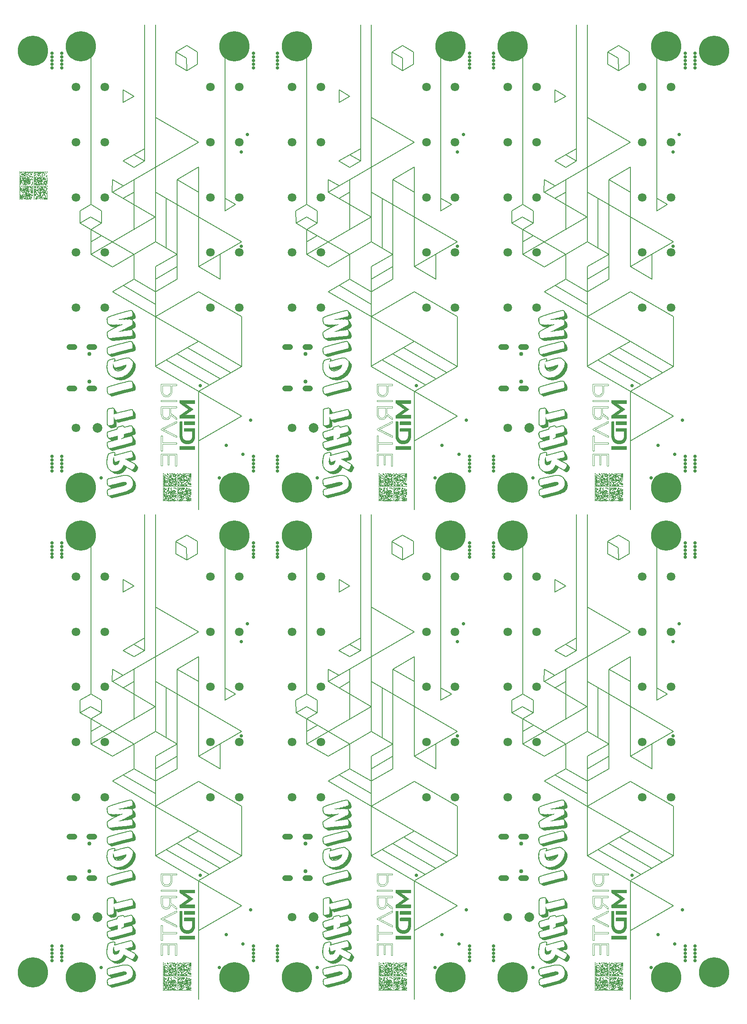
<source format=gbs>
G04 EAGLE Gerber RS-274X export*
G75*
%MOMM*%
%FSLAX34Y34*%
%LPD*%
%INSoldermask Bottom*%
%IPPOS*%
%AMOC8*
5,1,8,0,0,1.08239X$1,22.5*%
G01*
G04 Define Apertures*
%ADD10C,0.200000*%
%ADD11C,0.711200*%
%ADD12C,6.303200*%
%ADD13C,1.803200*%
%ADD14C,2.003200*%
%ADD15C,1.203200*%
%ADD16C,0.853200*%
%ADD17C,0.100000*%
%ADD18R,0.030000X0.090000*%
%ADD19R,0.030000X0.240000*%
%ADD20R,0.030000X0.360000*%
%ADD21R,0.030000X0.480000*%
%ADD22R,0.030000X0.570000*%
%ADD23R,0.030000X0.660000*%
%ADD24R,0.030000X0.750000*%
%ADD25R,0.030000X0.870000*%
%ADD26R,0.030000X0.960000*%
%ADD27R,0.030000X1.020000*%
%ADD28R,0.030000X1.110000*%
%ADD29R,0.030000X1.200000*%
%ADD30R,0.030000X1.290000*%
%ADD31R,0.030000X1.350000*%
%ADD32R,0.030000X1.410000*%
%ADD33R,0.030000X1.470000*%
%ADD34R,0.030000X1.560000*%
%ADD35R,0.030000X0.420000*%
%ADD36R,0.030000X0.390000*%
%ADD37R,0.030000X0.030000*%
%ADD38R,0.030000X1.620000*%
%ADD39R,0.030000X0.780000*%
%ADD40R,0.030000X0.300000*%
%ADD41R,0.030000X0.330000*%
%ADD42R,0.030000X0.450000*%
%ADD43R,0.030000X0.690000*%
%ADD44R,0.030000X0.210000*%
%ADD45R,0.030000X1.650000*%
%ADD46R,0.030000X0.540000*%
%ADD47R,0.030000X0.600000*%
%ADD48R,0.030000X0.900000*%
%ADD49R,0.030000X0.720000*%
%ADD50R,0.030000X1.710000*%
%ADD51R,0.030000X1.050000*%
%ADD52R,0.030000X0.840000*%
%ADD53R,0.030000X0.930000*%
%ADD54R,0.030000X1.740000*%
%ADD55R,0.030000X1.380000*%
%ADD56R,0.030000X0.810000*%
%ADD57R,0.030000X0.990000*%
%ADD58R,0.030000X1.170000*%
%ADD59R,0.030000X1.500000*%
%ADD60R,0.030000X1.080000*%
%ADD61R,0.030000X1.320000*%
%ADD62R,0.030000X1.260000*%
%ADD63R,0.030000X1.140000*%
%ADD64R,0.030000X1.440000*%
%ADD65R,0.030000X1.680000*%
%ADD66R,0.030000X1.230000*%
%ADD67R,0.030000X0.180000*%
%ADD68R,0.030000X1.800000*%
%ADD69R,0.030000X1.890000*%
%ADD70R,0.030000X1.770000*%
%ADD71R,0.030000X1.980000*%
%ADD72R,0.030000X1.860000*%
%ADD73R,0.030000X2.040000*%
%ADD74R,0.030000X1.530000*%
%ADD75R,0.030000X2.130000*%
%ADD76R,0.030000X2.070000*%
%ADD77R,0.030000X1.590000*%
%ADD78R,0.030000X2.190000*%
%ADD79R,0.030000X2.250000*%
%ADD80R,0.030000X2.340000*%
%ADD81R,0.030000X2.400000*%
%ADD82R,0.030000X2.460000*%
%ADD83R,0.030000X2.520000*%
%ADD84R,0.030000X2.580000*%
%ADD85R,0.030000X1.830000*%
%ADD86R,0.030000X2.670000*%
%ADD87R,0.030000X0.510000*%
%ADD88R,0.030000X0.270000*%
%ADD89R,0.030000X0.150000*%
%ADD90R,0.030000X0.630000*%
%ADD91R,0.030000X0.120000*%
%ADD92R,0.030000X0.060000*%
%ADD93R,0.030000X1.950000*%
%ADD94R,0.030000X2.010000*%
%ADD95R,0.030000X3.420000*%
%ADD96R,0.030000X3.360000*%
%ADD97R,0.030000X3.270000*%
%ADD98R,0.030000X3.090000*%
%ADD99R,0.010000X0.830000*%
%ADD100R,0.010000X0.160000*%
%ADD101R,0.010000X0.170000*%
%ADD102R,0.010000X0.340000*%
%ADD103R,0.010000X0.330000*%
%ADD104R,0.010000X0.670000*%
%ADD105R,0.010000X0.500000*%
%ADD106R,0.010000X1.000000*%
%ADD107R,0.010000X0.660000*%
%ADD108R,0.010000X1.340000*%
%ADD109R,0.010000X0.840000*%
%ADD110R,0.010000X2.000000*%
%ADD111R,0.830000X0.010000*%
%ADD112R,0.160000X0.010000*%
%ADD113R,0.170000X0.010000*%
%ADD114R,0.340000X0.010000*%
%ADD115R,0.330000X0.010000*%
%ADD116R,0.670000X0.010000*%
%ADD117R,0.500000X0.010000*%
%ADD118R,1.000000X0.010000*%
%ADD119R,0.660000X0.010000*%
%ADD120R,1.340000X0.010000*%
%ADD121R,0.840000X0.010000*%
%ADD122R,2.000000X0.010000*%
%ADD123C,0.705600*%
G36*
X378123Y171001D02*
X378082Y170870D01*
X378018Y170752D01*
X377933Y170649D01*
X377830Y170564D01*
X377711Y170499D01*
X377581Y170459D01*
X377443Y170445D01*
X355552Y170445D01*
X355386Y170462D01*
X355228Y170511D01*
X355085Y170588D01*
X354961Y170691D01*
X354859Y170815D01*
X354781Y170957D01*
X354732Y171115D01*
X354715Y171282D01*
X354715Y177036D01*
X354732Y177203D01*
X354781Y177360D01*
X354859Y177503D01*
X354961Y177627D01*
X355085Y177730D01*
X355228Y177807D01*
X355385Y177856D01*
X355552Y177873D01*
X377443Y177873D01*
X377581Y177859D01*
X377711Y177818D01*
X377830Y177754D01*
X377933Y177669D01*
X378018Y177566D01*
X378082Y177447D01*
X378123Y177317D01*
X378137Y177179D01*
X378137Y171138D01*
X378123Y171001D01*
G37*
G36*
X378123Y1191001D02*
X378082Y1190870D01*
X378018Y1190752D01*
X377933Y1190649D01*
X377830Y1190564D01*
X377711Y1190499D01*
X377581Y1190459D01*
X377443Y1190445D01*
X355552Y1190445D01*
X355386Y1190462D01*
X355228Y1190511D01*
X355085Y1190588D01*
X354961Y1190691D01*
X354859Y1190815D01*
X354781Y1190957D01*
X354732Y1191115D01*
X354715Y1191282D01*
X354715Y1197036D01*
X354732Y1197203D01*
X354781Y1197360D01*
X354859Y1197503D01*
X354961Y1197627D01*
X355085Y1197730D01*
X355228Y1197807D01*
X355385Y1197856D01*
X355552Y1197873D01*
X377443Y1197873D01*
X377581Y1197859D01*
X377711Y1197818D01*
X377830Y1197754D01*
X377933Y1197669D01*
X378018Y1197566D01*
X378082Y1197447D01*
X378123Y1197317D01*
X378137Y1197179D01*
X378137Y1191138D01*
X378123Y1191001D01*
G37*
G36*
X828123Y171001D02*
X828082Y170870D01*
X828018Y170752D01*
X827933Y170649D01*
X827830Y170564D01*
X827711Y170499D01*
X827581Y170459D01*
X827443Y170445D01*
X805552Y170445D01*
X805386Y170462D01*
X805228Y170511D01*
X805085Y170588D01*
X804961Y170691D01*
X804859Y170815D01*
X804781Y170957D01*
X804732Y171115D01*
X804715Y171282D01*
X804715Y177036D01*
X804732Y177203D01*
X804781Y177360D01*
X804859Y177503D01*
X804961Y177627D01*
X805085Y177730D01*
X805228Y177807D01*
X805385Y177856D01*
X805552Y177873D01*
X827443Y177873D01*
X827581Y177859D01*
X827711Y177818D01*
X827830Y177754D01*
X827933Y177669D01*
X828018Y177566D01*
X828082Y177447D01*
X828123Y177317D01*
X828137Y177179D01*
X828137Y171138D01*
X828123Y171001D01*
G37*
G36*
X828123Y1191001D02*
X828082Y1190870D01*
X828018Y1190752D01*
X827933Y1190649D01*
X827830Y1190564D01*
X827711Y1190499D01*
X827581Y1190459D01*
X827443Y1190445D01*
X805552Y1190445D01*
X805386Y1190462D01*
X805228Y1190511D01*
X805085Y1190588D01*
X804961Y1190691D01*
X804859Y1190815D01*
X804781Y1190957D01*
X804732Y1191115D01*
X804715Y1191282D01*
X804715Y1197036D01*
X804732Y1197203D01*
X804781Y1197360D01*
X804859Y1197503D01*
X804961Y1197627D01*
X805085Y1197730D01*
X805228Y1197807D01*
X805385Y1197856D01*
X805552Y1197873D01*
X827443Y1197873D01*
X827581Y1197859D01*
X827711Y1197818D01*
X827830Y1197754D01*
X827933Y1197669D01*
X828018Y1197566D01*
X828082Y1197447D01*
X828123Y1197317D01*
X828137Y1197179D01*
X828137Y1191138D01*
X828123Y1191001D01*
G37*
G36*
X1278123Y171001D02*
X1278082Y170870D01*
X1278018Y170752D01*
X1277933Y170649D01*
X1277830Y170564D01*
X1277711Y170499D01*
X1277581Y170459D01*
X1277443Y170445D01*
X1255552Y170445D01*
X1255386Y170462D01*
X1255228Y170511D01*
X1255085Y170588D01*
X1254961Y170691D01*
X1254859Y170815D01*
X1254781Y170957D01*
X1254732Y171115D01*
X1254715Y171282D01*
X1254715Y177036D01*
X1254732Y177203D01*
X1254781Y177360D01*
X1254859Y177503D01*
X1254961Y177627D01*
X1255085Y177730D01*
X1255228Y177807D01*
X1255385Y177856D01*
X1255552Y177873D01*
X1277443Y177873D01*
X1277581Y177859D01*
X1277711Y177818D01*
X1277830Y177754D01*
X1277933Y177669D01*
X1278018Y177566D01*
X1278082Y177447D01*
X1278123Y177317D01*
X1278137Y177179D01*
X1278137Y171138D01*
X1278123Y171001D01*
G37*
G36*
X1278123Y1191001D02*
X1278082Y1190870D01*
X1278018Y1190752D01*
X1277933Y1190649D01*
X1277830Y1190564D01*
X1277711Y1190499D01*
X1277581Y1190459D01*
X1277443Y1190445D01*
X1255552Y1190445D01*
X1255386Y1190462D01*
X1255228Y1190511D01*
X1255085Y1190588D01*
X1254961Y1190691D01*
X1254859Y1190815D01*
X1254781Y1190957D01*
X1254732Y1191115D01*
X1254715Y1191282D01*
X1254715Y1197036D01*
X1254732Y1197203D01*
X1254781Y1197360D01*
X1254859Y1197503D01*
X1254961Y1197627D01*
X1255085Y1197730D01*
X1255228Y1197807D01*
X1255385Y1197856D01*
X1255552Y1197873D01*
X1277443Y1197873D01*
X1277581Y1197859D01*
X1277711Y1197818D01*
X1277830Y1197754D01*
X1277933Y1197669D01*
X1278018Y1197566D01*
X1278082Y1197447D01*
X1278123Y1197317D01*
X1278137Y1197179D01*
X1278137Y1191138D01*
X1278123Y1191001D01*
G37*
G36*
X378122Y119624D02*
X378077Y119498D01*
X378009Y119381D01*
X377921Y119276D01*
X377817Y119188D01*
X377700Y119119D01*
X377573Y119075D01*
X377444Y119059D01*
X346408Y119059D01*
X346279Y119075D01*
X346153Y119119D01*
X346036Y119188D01*
X345932Y119276D01*
X345843Y119381D01*
X345775Y119498D01*
X345730Y119624D01*
X345715Y119752D01*
X345715Y125791D01*
X345730Y125921D01*
X345775Y126048D01*
X345843Y126165D01*
X345932Y126270D01*
X346036Y126358D01*
X346153Y126427D01*
X346279Y126471D01*
X346408Y126487D01*
X377444Y126487D01*
X377573Y126471D01*
X377700Y126427D01*
X377817Y126358D01*
X377921Y126270D01*
X378009Y126165D01*
X378077Y126048D01*
X378122Y125921D01*
X378137Y125791D01*
X378137Y119752D01*
X378122Y119624D01*
G37*
G36*
X378122Y1139624D02*
X378077Y1139498D01*
X378009Y1139381D01*
X377921Y1139276D01*
X377817Y1139188D01*
X377700Y1139119D01*
X377573Y1139075D01*
X377444Y1139059D01*
X346408Y1139059D01*
X346279Y1139075D01*
X346153Y1139119D01*
X346036Y1139188D01*
X345932Y1139276D01*
X345843Y1139381D01*
X345775Y1139498D01*
X345730Y1139624D01*
X345715Y1139752D01*
X345715Y1145791D01*
X345730Y1145921D01*
X345775Y1146048D01*
X345843Y1146165D01*
X345932Y1146270D01*
X346036Y1146358D01*
X346153Y1146427D01*
X346279Y1146471D01*
X346408Y1146487D01*
X377444Y1146487D01*
X377573Y1146471D01*
X377700Y1146427D01*
X377817Y1146358D01*
X377921Y1146270D01*
X378009Y1146165D01*
X378077Y1146048D01*
X378122Y1145921D01*
X378137Y1145791D01*
X378137Y1139752D01*
X378122Y1139624D01*
G37*
G36*
X828122Y119624D02*
X828077Y119498D01*
X828009Y119381D01*
X827921Y119276D01*
X827817Y119188D01*
X827700Y119119D01*
X827573Y119075D01*
X827444Y119059D01*
X796408Y119059D01*
X796279Y119075D01*
X796153Y119119D01*
X796036Y119188D01*
X795932Y119276D01*
X795843Y119381D01*
X795775Y119498D01*
X795730Y119624D01*
X795715Y119752D01*
X795715Y125791D01*
X795730Y125921D01*
X795775Y126048D01*
X795843Y126165D01*
X795932Y126270D01*
X796036Y126358D01*
X796153Y126427D01*
X796279Y126471D01*
X796408Y126487D01*
X827444Y126487D01*
X827573Y126471D01*
X827700Y126427D01*
X827817Y126358D01*
X827921Y126270D01*
X828009Y126165D01*
X828077Y126048D01*
X828122Y125921D01*
X828137Y125791D01*
X828137Y119752D01*
X828122Y119624D01*
G37*
G36*
X828122Y1139624D02*
X828077Y1139498D01*
X828009Y1139381D01*
X827921Y1139276D01*
X827817Y1139188D01*
X827700Y1139119D01*
X827573Y1139075D01*
X827444Y1139059D01*
X796408Y1139059D01*
X796279Y1139075D01*
X796153Y1139119D01*
X796036Y1139188D01*
X795932Y1139276D01*
X795843Y1139381D01*
X795775Y1139498D01*
X795730Y1139624D01*
X795715Y1139752D01*
X795715Y1145791D01*
X795730Y1145921D01*
X795775Y1146048D01*
X795843Y1146165D01*
X795932Y1146270D01*
X796036Y1146358D01*
X796153Y1146427D01*
X796279Y1146471D01*
X796408Y1146487D01*
X827444Y1146487D01*
X827573Y1146471D01*
X827700Y1146427D01*
X827817Y1146358D01*
X827921Y1146270D01*
X828009Y1146165D01*
X828077Y1146048D01*
X828122Y1145921D01*
X828137Y1145791D01*
X828137Y1139752D01*
X828122Y1139624D01*
G37*
G36*
X1278122Y119624D02*
X1278077Y119498D01*
X1278009Y119381D01*
X1277921Y119276D01*
X1277817Y119188D01*
X1277700Y119119D01*
X1277573Y119075D01*
X1277444Y119059D01*
X1246408Y119059D01*
X1246279Y119075D01*
X1246153Y119119D01*
X1246036Y119188D01*
X1245932Y119276D01*
X1245843Y119381D01*
X1245775Y119498D01*
X1245730Y119624D01*
X1245715Y119752D01*
X1245715Y125791D01*
X1245730Y125921D01*
X1245775Y126048D01*
X1245843Y126165D01*
X1245932Y126270D01*
X1246036Y126358D01*
X1246153Y126427D01*
X1246279Y126471D01*
X1246408Y126487D01*
X1277444Y126487D01*
X1277573Y126471D01*
X1277700Y126427D01*
X1277817Y126358D01*
X1277921Y126270D01*
X1278009Y126165D01*
X1278077Y126048D01*
X1278122Y125921D01*
X1278137Y125791D01*
X1278137Y119752D01*
X1278122Y119624D01*
G37*
G36*
X1278122Y1139624D02*
X1278077Y1139498D01*
X1278009Y1139381D01*
X1277921Y1139276D01*
X1277817Y1139188D01*
X1277700Y1139119D01*
X1277573Y1139075D01*
X1277444Y1139059D01*
X1246408Y1139059D01*
X1246279Y1139075D01*
X1246153Y1139119D01*
X1246036Y1139188D01*
X1245932Y1139276D01*
X1245843Y1139381D01*
X1245775Y1139498D01*
X1245730Y1139624D01*
X1245715Y1139752D01*
X1245715Y1145791D01*
X1245730Y1145921D01*
X1245775Y1146048D01*
X1245843Y1146165D01*
X1245932Y1146270D01*
X1246036Y1146358D01*
X1246153Y1146427D01*
X1246279Y1146471D01*
X1246408Y1146487D01*
X1277444Y1146487D01*
X1277573Y1146471D01*
X1277700Y1146427D01*
X1277817Y1146358D01*
X1277921Y1146270D01*
X1278009Y1146165D01*
X1278077Y1146048D01*
X1278122Y1145921D01*
X1278137Y1145791D01*
X1278137Y1139752D01*
X1278122Y1139624D01*
G37*
G36*
X378129Y147790D02*
X378106Y147118D01*
X378066Y146447D01*
X378010Y145777D01*
X377935Y145108D01*
X377842Y144442D01*
X377719Y143722D01*
X377572Y143006D01*
X377401Y142295D01*
X377204Y141591D01*
X376981Y140895D01*
X376751Y140263D01*
X376497Y139640D01*
X376219Y139028D01*
X375916Y138427D01*
X375588Y137840D01*
X375169Y137167D01*
X374714Y136517D01*
X374224Y135892D01*
X373700Y135297D01*
X373157Y134745D01*
X372584Y134224D01*
X371982Y133737D01*
X371353Y133285D01*
X370692Y132863D01*
X370009Y132479D01*
X369305Y132132D01*
X368584Y131824D01*
X367969Y131595D01*
X367344Y131392D01*
X366712Y131215D01*
X366074Y131062D01*
X365430Y130934D01*
X364734Y130823D01*
X364035Y130739D01*
X363334Y130680D01*
X362631Y130645D01*
X361927Y130634D01*
X361216Y130647D01*
X360505Y130688D01*
X359797Y130757D01*
X359092Y130855D01*
X358392Y130983D01*
X357742Y131131D01*
X357098Y131305D01*
X356463Y131507D01*
X355837Y131737D01*
X355222Y131993D01*
X354641Y132266D01*
X354072Y132565D01*
X353516Y132887D01*
X352976Y133234D01*
X352451Y133604D01*
X351823Y134094D01*
X351223Y134617D01*
X350652Y135172D01*
X350111Y135755D01*
X349694Y136250D01*
X349297Y136763D01*
X348922Y137290D01*
X348568Y137832D01*
X348236Y138388D01*
X347914Y138977D01*
X347615Y139578D01*
X347339Y140189D01*
X347086Y140811D01*
X346856Y141441D01*
X346638Y142111D01*
X346445Y142788D01*
X346275Y143472D01*
X346129Y144161D01*
X346005Y144855D01*
X345899Y145593D01*
X345817Y146335D01*
X345760Y147079D01*
X345726Y147824D01*
X345715Y148569D01*
X345715Y177176D01*
X345729Y177314D01*
X345770Y177445D01*
X345834Y177564D01*
X345920Y177668D01*
X346023Y177753D01*
X346142Y177818D01*
X346273Y177859D01*
X346411Y177873D01*
X351119Y177873D01*
X351285Y177856D01*
X351443Y177807D01*
X351586Y177730D01*
X351710Y177627D01*
X351812Y177503D01*
X351890Y177360D01*
X351939Y177203D01*
X351956Y177036D01*
X351956Y164659D01*
X351956Y164659D01*
X351956Y148356D01*
X351978Y147670D01*
X352045Y146989D01*
X352157Y146312D01*
X352308Y145661D01*
X352502Y145021D01*
X352735Y144394D01*
X353004Y143793D01*
X353310Y143210D01*
X353652Y142647D01*
X354025Y142111D01*
X354430Y141600D01*
X354868Y141115D01*
X355333Y140661D01*
X355826Y140236D01*
X356345Y139845D01*
X356890Y139487D01*
X357457Y139166D01*
X358044Y138883D01*
X358658Y138637D01*
X359286Y138433D01*
X359928Y138274D01*
X360599Y138156D01*
X361276Y138085D01*
X361957Y138063D01*
X362686Y138082D01*
X363414Y138138D01*
X364136Y138234D01*
X364796Y138362D01*
X365446Y138528D01*
X366084Y138737D01*
X366669Y138973D01*
X367237Y139249D01*
X367782Y139565D01*
X368288Y139912D01*
X368766Y140296D01*
X369212Y140715D01*
X369631Y141174D01*
X370013Y141665D01*
X370357Y142183D01*
X370680Y142756D01*
X370960Y143352D01*
X371199Y143965D01*
X371415Y144652D01*
X371588Y145352D01*
X371718Y146059D01*
X371799Y146657D01*
X371854Y147256D01*
X371886Y147859D01*
X371896Y148463D01*
X371896Y156619D01*
X356412Y156619D01*
X356072Y156653D01*
X355753Y156752D01*
X355464Y156909D01*
X355213Y157116D01*
X355005Y157368D01*
X354849Y157657D01*
X354750Y157976D01*
X354715Y158315D01*
X354715Y162352D01*
X354750Y162692D01*
X354849Y163011D01*
X355005Y163300D01*
X355213Y163551D01*
X355464Y163758D01*
X355753Y163915D01*
X356072Y164014D01*
X356412Y164048D01*
X377443Y164048D01*
X377580Y164034D01*
X377711Y163994D01*
X377830Y163929D01*
X377933Y163844D01*
X378018Y163741D01*
X378082Y163623D01*
X378123Y163492D01*
X378137Y163355D01*
X378137Y148461D01*
X378129Y147790D01*
G37*
G36*
X378129Y1167790D02*
X378106Y1167118D01*
X378066Y1166447D01*
X378010Y1165777D01*
X377935Y1165108D01*
X377842Y1164442D01*
X377719Y1163722D01*
X377572Y1163006D01*
X377401Y1162295D01*
X377204Y1161591D01*
X376981Y1160895D01*
X376751Y1160263D01*
X376497Y1159640D01*
X376219Y1159028D01*
X375916Y1158427D01*
X375588Y1157840D01*
X375169Y1157167D01*
X374714Y1156517D01*
X374224Y1155892D01*
X373700Y1155297D01*
X373157Y1154745D01*
X372584Y1154224D01*
X371982Y1153737D01*
X371353Y1153285D01*
X370692Y1152863D01*
X370009Y1152479D01*
X369305Y1152132D01*
X368584Y1151824D01*
X367969Y1151595D01*
X367344Y1151392D01*
X366712Y1151215D01*
X366074Y1151062D01*
X365430Y1150934D01*
X364734Y1150823D01*
X364035Y1150739D01*
X363334Y1150680D01*
X362631Y1150645D01*
X361927Y1150634D01*
X361216Y1150647D01*
X360505Y1150688D01*
X359797Y1150757D01*
X359092Y1150855D01*
X358392Y1150983D01*
X357742Y1151131D01*
X357098Y1151305D01*
X356463Y1151507D01*
X355837Y1151737D01*
X355222Y1151993D01*
X354641Y1152266D01*
X354072Y1152565D01*
X353516Y1152887D01*
X352976Y1153234D01*
X352451Y1153604D01*
X351823Y1154094D01*
X351223Y1154617D01*
X350652Y1155172D01*
X350111Y1155755D01*
X349694Y1156250D01*
X349297Y1156763D01*
X348922Y1157290D01*
X348568Y1157832D01*
X348236Y1158388D01*
X347914Y1158977D01*
X347615Y1159578D01*
X347339Y1160189D01*
X347086Y1160811D01*
X346856Y1161441D01*
X346638Y1162111D01*
X346445Y1162788D01*
X346275Y1163472D01*
X346129Y1164161D01*
X346005Y1164855D01*
X345899Y1165593D01*
X345817Y1166335D01*
X345760Y1167079D01*
X345726Y1167824D01*
X345715Y1168569D01*
X345715Y1197176D01*
X345729Y1197314D01*
X345770Y1197445D01*
X345834Y1197564D01*
X345920Y1197668D01*
X346023Y1197753D01*
X346142Y1197818D01*
X346273Y1197859D01*
X346411Y1197873D01*
X351119Y1197873D01*
X351285Y1197856D01*
X351443Y1197807D01*
X351586Y1197730D01*
X351710Y1197627D01*
X351812Y1197503D01*
X351890Y1197360D01*
X351939Y1197203D01*
X351956Y1197036D01*
X351956Y1184659D01*
X351956Y1184659D01*
X351956Y1168356D01*
X351978Y1167670D01*
X352045Y1166989D01*
X352157Y1166312D01*
X352308Y1165661D01*
X352502Y1165021D01*
X352735Y1164394D01*
X353004Y1163793D01*
X353310Y1163210D01*
X353652Y1162647D01*
X354025Y1162111D01*
X354430Y1161600D01*
X354868Y1161115D01*
X355333Y1160661D01*
X355826Y1160236D01*
X356345Y1159845D01*
X356890Y1159487D01*
X357457Y1159166D01*
X358044Y1158883D01*
X358658Y1158637D01*
X359286Y1158433D01*
X359928Y1158274D01*
X360599Y1158156D01*
X361276Y1158085D01*
X361957Y1158063D01*
X362686Y1158082D01*
X363414Y1158138D01*
X364136Y1158234D01*
X364796Y1158362D01*
X365446Y1158528D01*
X366084Y1158737D01*
X366669Y1158973D01*
X367237Y1159249D01*
X367782Y1159565D01*
X368288Y1159912D01*
X368766Y1160296D01*
X369212Y1160715D01*
X369631Y1161174D01*
X370013Y1161665D01*
X370357Y1162183D01*
X370680Y1162756D01*
X370960Y1163352D01*
X371199Y1163965D01*
X371415Y1164652D01*
X371588Y1165352D01*
X371718Y1166059D01*
X371799Y1166657D01*
X371854Y1167256D01*
X371886Y1167859D01*
X371896Y1168463D01*
X371896Y1176619D01*
X356412Y1176619D01*
X356072Y1176653D01*
X355753Y1176752D01*
X355464Y1176909D01*
X355213Y1177116D01*
X355005Y1177368D01*
X354849Y1177657D01*
X354750Y1177976D01*
X354715Y1178315D01*
X354715Y1182352D01*
X354750Y1182692D01*
X354849Y1183011D01*
X355005Y1183300D01*
X355213Y1183551D01*
X355464Y1183758D01*
X355753Y1183915D01*
X356072Y1184014D01*
X356412Y1184048D01*
X377443Y1184048D01*
X377580Y1184034D01*
X377711Y1183994D01*
X377830Y1183929D01*
X377933Y1183844D01*
X378018Y1183741D01*
X378082Y1183623D01*
X378123Y1183492D01*
X378137Y1183355D01*
X378137Y1168461D01*
X378129Y1167790D01*
G37*
G36*
X828129Y147790D02*
X828106Y147118D01*
X828066Y146447D01*
X828010Y145777D01*
X827935Y145108D01*
X827842Y144442D01*
X827719Y143722D01*
X827572Y143006D01*
X827401Y142295D01*
X827204Y141591D01*
X826981Y140895D01*
X826751Y140263D01*
X826497Y139640D01*
X826219Y139028D01*
X825916Y138427D01*
X825588Y137840D01*
X825169Y137167D01*
X824714Y136517D01*
X824224Y135892D01*
X823700Y135297D01*
X823157Y134745D01*
X822584Y134224D01*
X821982Y133737D01*
X821353Y133285D01*
X820692Y132863D01*
X820009Y132479D01*
X819305Y132132D01*
X818584Y131824D01*
X817969Y131595D01*
X817344Y131392D01*
X816712Y131215D01*
X816074Y131062D01*
X815430Y130934D01*
X814734Y130823D01*
X814035Y130739D01*
X813334Y130680D01*
X812631Y130645D01*
X811927Y130634D01*
X811216Y130647D01*
X810505Y130688D01*
X809797Y130757D01*
X809092Y130855D01*
X808392Y130983D01*
X807742Y131131D01*
X807098Y131305D01*
X806463Y131507D01*
X805837Y131737D01*
X805222Y131993D01*
X804641Y132266D01*
X804072Y132565D01*
X803516Y132887D01*
X802976Y133234D01*
X802451Y133604D01*
X801823Y134094D01*
X801223Y134617D01*
X800652Y135172D01*
X800111Y135755D01*
X799694Y136250D01*
X799297Y136763D01*
X798922Y137290D01*
X798568Y137832D01*
X798236Y138388D01*
X797914Y138977D01*
X797615Y139578D01*
X797339Y140189D01*
X797086Y140811D01*
X796856Y141441D01*
X796638Y142111D01*
X796445Y142788D01*
X796275Y143472D01*
X796129Y144161D01*
X796005Y144855D01*
X795899Y145593D01*
X795817Y146335D01*
X795760Y147079D01*
X795726Y147824D01*
X795715Y148569D01*
X795715Y177176D01*
X795729Y177314D01*
X795770Y177445D01*
X795834Y177564D01*
X795920Y177668D01*
X796023Y177753D01*
X796142Y177818D01*
X796273Y177859D01*
X796411Y177873D01*
X801119Y177873D01*
X801285Y177856D01*
X801443Y177807D01*
X801586Y177730D01*
X801710Y177627D01*
X801812Y177503D01*
X801890Y177360D01*
X801939Y177203D01*
X801956Y177036D01*
X801956Y164659D01*
X801956Y164659D01*
X801956Y148356D01*
X801978Y147670D01*
X802045Y146989D01*
X802157Y146312D01*
X802308Y145661D01*
X802502Y145021D01*
X802735Y144394D01*
X803004Y143793D01*
X803310Y143210D01*
X803652Y142647D01*
X804025Y142111D01*
X804430Y141600D01*
X804868Y141115D01*
X805333Y140661D01*
X805826Y140236D01*
X806345Y139845D01*
X806890Y139487D01*
X807457Y139166D01*
X808044Y138883D01*
X808658Y138637D01*
X809286Y138433D01*
X809928Y138274D01*
X810599Y138156D01*
X811276Y138085D01*
X811957Y138063D01*
X812686Y138082D01*
X813414Y138138D01*
X814136Y138234D01*
X814796Y138362D01*
X815446Y138528D01*
X816084Y138737D01*
X816669Y138973D01*
X817237Y139249D01*
X817782Y139565D01*
X818288Y139912D01*
X818766Y140296D01*
X819212Y140715D01*
X819631Y141174D01*
X820013Y141665D01*
X820357Y142183D01*
X820680Y142756D01*
X820960Y143352D01*
X821199Y143965D01*
X821415Y144652D01*
X821588Y145352D01*
X821718Y146059D01*
X821799Y146657D01*
X821854Y147256D01*
X821886Y147859D01*
X821896Y148463D01*
X821896Y156619D01*
X806412Y156619D01*
X806072Y156653D01*
X805753Y156752D01*
X805464Y156909D01*
X805213Y157116D01*
X805005Y157368D01*
X804849Y157657D01*
X804750Y157976D01*
X804715Y158315D01*
X804715Y162352D01*
X804750Y162692D01*
X804849Y163011D01*
X805005Y163300D01*
X805213Y163551D01*
X805464Y163758D01*
X805753Y163915D01*
X806072Y164014D01*
X806412Y164048D01*
X827443Y164048D01*
X827580Y164034D01*
X827711Y163994D01*
X827830Y163929D01*
X827933Y163844D01*
X828018Y163741D01*
X828082Y163623D01*
X828123Y163492D01*
X828137Y163355D01*
X828137Y148461D01*
X828129Y147790D01*
G37*
G36*
X828129Y1167790D02*
X828106Y1167118D01*
X828066Y1166447D01*
X828010Y1165777D01*
X827935Y1165108D01*
X827842Y1164442D01*
X827719Y1163722D01*
X827572Y1163006D01*
X827401Y1162295D01*
X827204Y1161591D01*
X826981Y1160895D01*
X826751Y1160263D01*
X826497Y1159640D01*
X826219Y1159028D01*
X825916Y1158427D01*
X825588Y1157840D01*
X825169Y1157167D01*
X824714Y1156517D01*
X824224Y1155892D01*
X823700Y1155297D01*
X823157Y1154745D01*
X822584Y1154224D01*
X821982Y1153737D01*
X821353Y1153285D01*
X820692Y1152863D01*
X820009Y1152479D01*
X819305Y1152132D01*
X818584Y1151824D01*
X817969Y1151595D01*
X817344Y1151392D01*
X816712Y1151215D01*
X816074Y1151062D01*
X815430Y1150934D01*
X814734Y1150823D01*
X814035Y1150739D01*
X813334Y1150680D01*
X812631Y1150645D01*
X811927Y1150634D01*
X811216Y1150647D01*
X810505Y1150688D01*
X809797Y1150757D01*
X809092Y1150855D01*
X808392Y1150983D01*
X807742Y1151131D01*
X807098Y1151305D01*
X806463Y1151507D01*
X805837Y1151737D01*
X805222Y1151993D01*
X804641Y1152266D01*
X804072Y1152565D01*
X803516Y1152887D01*
X802976Y1153234D01*
X802451Y1153604D01*
X801823Y1154094D01*
X801223Y1154617D01*
X800652Y1155172D01*
X800111Y1155755D01*
X799694Y1156250D01*
X799297Y1156763D01*
X798922Y1157290D01*
X798568Y1157832D01*
X798236Y1158388D01*
X797914Y1158977D01*
X797615Y1159578D01*
X797339Y1160189D01*
X797086Y1160811D01*
X796856Y1161441D01*
X796638Y1162111D01*
X796445Y1162788D01*
X796275Y1163472D01*
X796129Y1164161D01*
X796005Y1164855D01*
X795899Y1165593D01*
X795817Y1166335D01*
X795760Y1167079D01*
X795726Y1167824D01*
X795715Y1168569D01*
X795715Y1197176D01*
X795729Y1197314D01*
X795770Y1197445D01*
X795834Y1197564D01*
X795920Y1197668D01*
X796023Y1197753D01*
X796142Y1197818D01*
X796273Y1197859D01*
X796411Y1197873D01*
X801119Y1197873D01*
X801285Y1197856D01*
X801443Y1197807D01*
X801586Y1197730D01*
X801710Y1197627D01*
X801812Y1197503D01*
X801890Y1197360D01*
X801939Y1197203D01*
X801956Y1197036D01*
X801956Y1184659D01*
X801956Y1184659D01*
X801956Y1168356D01*
X801978Y1167670D01*
X802045Y1166989D01*
X802157Y1166312D01*
X802308Y1165661D01*
X802502Y1165021D01*
X802735Y1164394D01*
X803004Y1163793D01*
X803310Y1163210D01*
X803652Y1162647D01*
X804025Y1162111D01*
X804430Y1161600D01*
X804868Y1161115D01*
X805333Y1160661D01*
X805826Y1160236D01*
X806345Y1159845D01*
X806890Y1159487D01*
X807457Y1159166D01*
X808044Y1158883D01*
X808658Y1158637D01*
X809286Y1158433D01*
X809928Y1158274D01*
X810599Y1158156D01*
X811276Y1158085D01*
X811957Y1158063D01*
X812686Y1158082D01*
X813414Y1158138D01*
X814136Y1158234D01*
X814796Y1158362D01*
X815446Y1158528D01*
X816084Y1158737D01*
X816669Y1158973D01*
X817237Y1159249D01*
X817782Y1159565D01*
X818288Y1159912D01*
X818766Y1160296D01*
X819212Y1160715D01*
X819631Y1161174D01*
X820013Y1161665D01*
X820357Y1162183D01*
X820680Y1162756D01*
X820960Y1163352D01*
X821199Y1163965D01*
X821415Y1164652D01*
X821588Y1165352D01*
X821718Y1166059D01*
X821799Y1166657D01*
X821854Y1167256D01*
X821886Y1167859D01*
X821896Y1168463D01*
X821896Y1176619D01*
X806412Y1176619D01*
X806072Y1176653D01*
X805753Y1176752D01*
X805464Y1176909D01*
X805213Y1177116D01*
X805005Y1177368D01*
X804849Y1177657D01*
X804750Y1177976D01*
X804715Y1178315D01*
X804715Y1182352D01*
X804750Y1182692D01*
X804849Y1183011D01*
X805005Y1183300D01*
X805213Y1183551D01*
X805464Y1183758D01*
X805753Y1183915D01*
X806072Y1184014D01*
X806412Y1184048D01*
X827443Y1184048D01*
X827580Y1184034D01*
X827711Y1183994D01*
X827830Y1183929D01*
X827933Y1183844D01*
X828018Y1183741D01*
X828082Y1183623D01*
X828123Y1183492D01*
X828137Y1183355D01*
X828137Y1168461D01*
X828129Y1167790D01*
G37*
G36*
X1278129Y147790D02*
X1278106Y147118D01*
X1278066Y146447D01*
X1278010Y145777D01*
X1277935Y145108D01*
X1277842Y144442D01*
X1277719Y143722D01*
X1277572Y143006D01*
X1277401Y142295D01*
X1277204Y141591D01*
X1276981Y140895D01*
X1276751Y140263D01*
X1276497Y139640D01*
X1276219Y139028D01*
X1275916Y138427D01*
X1275588Y137840D01*
X1275169Y137167D01*
X1274714Y136517D01*
X1274224Y135892D01*
X1273700Y135297D01*
X1273157Y134745D01*
X1272584Y134224D01*
X1271982Y133737D01*
X1271353Y133285D01*
X1270692Y132863D01*
X1270009Y132479D01*
X1269305Y132132D01*
X1268584Y131824D01*
X1267969Y131595D01*
X1267344Y131392D01*
X1266712Y131215D01*
X1266074Y131062D01*
X1265430Y130934D01*
X1264734Y130823D01*
X1264035Y130739D01*
X1263334Y130680D01*
X1262631Y130645D01*
X1261927Y130634D01*
X1261216Y130647D01*
X1260505Y130688D01*
X1259797Y130757D01*
X1259092Y130855D01*
X1258392Y130983D01*
X1257742Y131131D01*
X1257098Y131305D01*
X1256463Y131507D01*
X1255837Y131737D01*
X1255222Y131993D01*
X1254641Y132266D01*
X1254072Y132565D01*
X1253516Y132887D01*
X1252976Y133234D01*
X1252451Y133604D01*
X1251823Y134094D01*
X1251223Y134617D01*
X1250652Y135172D01*
X1250111Y135755D01*
X1249694Y136250D01*
X1249297Y136763D01*
X1248922Y137290D01*
X1248568Y137832D01*
X1248236Y138388D01*
X1247914Y138977D01*
X1247615Y139578D01*
X1247339Y140189D01*
X1247086Y140811D01*
X1246856Y141441D01*
X1246638Y142111D01*
X1246445Y142788D01*
X1246275Y143472D01*
X1246129Y144161D01*
X1246005Y144855D01*
X1245899Y145593D01*
X1245817Y146335D01*
X1245760Y147079D01*
X1245726Y147824D01*
X1245715Y148569D01*
X1245715Y177176D01*
X1245729Y177314D01*
X1245770Y177445D01*
X1245834Y177564D01*
X1245920Y177668D01*
X1246023Y177753D01*
X1246142Y177818D01*
X1246273Y177859D01*
X1246411Y177873D01*
X1251119Y177873D01*
X1251285Y177856D01*
X1251443Y177807D01*
X1251586Y177730D01*
X1251710Y177627D01*
X1251812Y177503D01*
X1251890Y177360D01*
X1251939Y177203D01*
X1251956Y177036D01*
X1251956Y164659D01*
X1251956Y164659D01*
X1251956Y148356D01*
X1251978Y147670D01*
X1252045Y146989D01*
X1252157Y146312D01*
X1252308Y145661D01*
X1252502Y145021D01*
X1252735Y144394D01*
X1253004Y143793D01*
X1253310Y143210D01*
X1253652Y142647D01*
X1254025Y142111D01*
X1254430Y141600D01*
X1254868Y141115D01*
X1255333Y140661D01*
X1255826Y140236D01*
X1256345Y139845D01*
X1256890Y139487D01*
X1257457Y139166D01*
X1258044Y138883D01*
X1258658Y138637D01*
X1259286Y138433D01*
X1259928Y138274D01*
X1260599Y138156D01*
X1261276Y138085D01*
X1261957Y138063D01*
X1262686Y138082D01*
X1263414Y138138D01*
X1264136Y138234D01*
X1264796Y138362D01*
X1265446Y138528D01*
X1266084Y138737D01*
X1266669Y138973D01*
X1267237Y139249D01*
X1267782Y139565D01*
X1268288Y139912D01*
X1268766Y140296D01*
X1269212Y140715D01*
X1269631Y141174D01*
X1270013Y141665D01*
X1270357Y142183D01*
X1270680Y142756D01*
X1270960Y143352D01*
X1271199Y143965D01*
X1271415Y144652D01*
X1271588Y145352D01*
X1271718Y146059D01*
X1271799Y146657D01*
X1271854Y147256D01*
X1271886Y147859D01*
X1271896Y148463D01*
X1271896Y156619D01*
X1256412Y156619D01*
X1256072Y156653D01*
X1255753Y156752D01*
X1255464Y156909D01*
X1255213Y157116D01*
X1255005Y157368D01*
X1254849Y157657D01*
X1254750Y157976D01*
X1254715Y158315D01*
X1254715Y162352D01*
X1254750Y162692D01*
X1254849Y163011D01*
X1255005Y163300D01*
X1255213Y163551D01*
X1255464Y163758D01*
X1255753Y163915D01*
X1256072Y164014D01*
X1256412Y164048D01*
X1277443Y164048D01*
X1277580Y164034D01*
X1277711Y163994D01*
X1277830Y163929D01*
X1277933Y163844D01*
X1278018Y163741D01*
X1278082Y163623D01*
X1278123Y163492D01*
X1278137Y163355D01*
X1278137Y148461D01*
X1278129Y147790D01*
G37*
G36*
X1278129Y1167790D02*
X1278106Y1167118D01*
X1278066Y1166447D01*
X1278010Y1165777D01*
X1277935Y1165108D01*
X1277842Y1164442D01*
X1277719Y1163722D01*
X1277572Y1163006D01*
X1277401Y1162295D01*
X1277204Y1161591D01*
X1276981Y1160895D01*
X1276751Y1160263D01*
X1276497Y1159640D01*
X1276219Y1159028D01*
X1275916Y1158427D01*
X1275588Y1157840D01*
X1275169Y1157167D01*
X1274714Y1156517D01*
X1274224Y1155892D01*
X1273700Y1155297D01*
X1273157Y1154745D01*
X1272584Y1154224D01*
X1271982Y1153737D01*
X1271353Y1153285D01*
X1270692Y1152863D01*
X1270009Y1152479D01*
X1269305Y1152132D01*
X1268584Y1151824D01*
X1267969Y1151595D01*
X1267344Y1151392D01*
X1266712Y1151215D01*
X1266074Y1151062D01*
X1265430Y1150934D01*
X1264734Y1150823D01*
X1264035Y1150739D01*
X1263334Y1150680D01*
X1262631Y1150645D01*
X1261927Y1150634D01*
X1261216Y1150647D01*
X1260505Y1150688D01*
X1259797Y1150757D01*
X1259092Y1150855D01*
X1258392Y1150983D01*
X1257742Y1151131D01*
X1257098Y1151305D01*
X1256463Y1151507D01*
X1255837Y1151737D01*
X1255222Y1151993D01*
X1254641Y1152266D01*
X1254072Y1152565D01*
X1253516Y1152887D01*
X1252976Y1153234D01*
X1252451Y1153604D01*
X1251823Y1154094D01*
X1251223Y1154617D01*
X1250652Y1155172D01*
X1250111Y1155755D01*
X1249694Y1156250D01*
X1249297Y1156763D01*
X1248922Y1157290D01*
X1248568Y1157832D01*
X1248236Y1158388D01*
X1247914Y1158977D01*
X1247615Y1159578D01*
X1247339Y1160189D01*
X1247086Y1160811D01*
X1246856Y1161441D01*
X1246638Y1162111D01*
X1246445Y1162788D01*
X1246275Y1163472D01*
X1246129Y1164161D01*
X1246005Y1164855D01*
X1245899Y1165593D01*
X1245817Y1166335D01*
X1245760Y1167079D01*
X1245726Y1167824D01*
X1245715Y1168569D01*
X1245715Y1197176D01*
X1245729Y1197314D01*
X1245770Y1197445D01*
X1245834Y1197564D01*
X1245920Y1197668D01*
X1246023Y1197753D01*
X1246142Y1197818D01*
X1246273Y1197859D01*
X1246411Y1197873D01*
X1251119Y1197873D01*
X1251285Y1197856D01*
X1251443Y1197807D01*
X1251586Y1197730D01*
X1251710Y1197627D01*
X1251812Y1197503D01*
X1251890Y1197360D01*
X1251939Y1197203D01*
X1251956Y1197036D01*
X1251956Y1184659D01*
X1251956Y1184659D01*
X1251956Y1168356D01*
X1251978Y1167670D01*
X1252045Y1166989D01*
X1252157Y1166312D01*
X1252308Y1165661D01*
X1252502Y1165021D01*
X1252735Y1164394D01*
X1253004Y1163793D01*
X1253310Y1163210D01*
X1253652Y1162647D01*
X1254025Y1162111D01*
X1254430Y1161600D01*
X1254868Y1161115D01*
X1255333Y1160661D01*
X1255826Y1160236D01*
X1256345Y1159845D01*
X1256890Y1159487D01*
X1257457Y1159166D01*
X1258044Y1158883D01*
X1258658Y1158637D01*
X1259286Y1158433D01*
X1259928Y1158274D01*
X1260599Y1158156D01*
X1261276Y1158085D01*
X1261957Y1158063D01*
X1262686Y1158082D01*
X1263414Y1158138D01*
X1264136Y1158234D01*
X1264796Y1158362D01*
X1265446Y1158528D01*
X1266084Y1158737D01*
X1266669Y1158973D01*
X1267237Y1159249D01*
X1267782Y1159565D01*
X1268288Y1159912D01*
X1268766Y1160296D01*
X1269212Y1160715D01*
X1269631Y1161174D01*
X1270013Y1161665D01*
X1270357Y1162183D01*
X1270680Y1162756D01*
X1270960Y1163352D01*
X1271199Y1163965D01*
X1271415Y1164652D01*
X1271588Y1165352D01*
X1271718Y1166059D01*
X1271799Y1166657D01*
X1271854Y1167256D01*
X1271886Y1167859D01*
X1271896Y1168463D01*
X1271896Y1176619D01*
X1256412Y1176619D01*
X1256072Y1176653D01*
X1255753Y1176752D01*
X1255464Y1176909D01*
X1255213Y1177116D01*
X1255005Y1177368D01*
X1254849Y1177657D01*
X1254750Y1177976D01*
X1254715Y1178315D01*
X1254715Y1182352D01*
X1254750Y1182692D01*
X1254849Y1183011D01*
X1255005Y1183300D01*
X1255213Y1183551D01*
X1255464Y1183758D01*
X1255753Y1183915D01*
X1256072Y1184014D01*
X1256412Y1184048D01*
X1277443Y1184048D01*
X1277580Y1184034D01*
X1277711Y1183994D01*
X1277830Y1183929D01*
X1277933Y1183844D01*
X1278018Y1183741D01*
X1278082Y1183623D01*
X1278123Y1183492D01*
X1278137Y1183355D01*
X1278137Y1168461D01*
X1278129Y1167790D01*
G37*
G36*
X378122Y215540D02*
X378077Y215414D01*
X378009Y215297D01*
X377921Y215193D01*
X377817Y215104D01*
X377700Y215036D01*
X377573Y214991D01*
X377444Y214976D01*
X357721Y214976D01*
X357721Y214896D01*
X357763Y214878D01*
X357973Y214787D01*
X358301Y214635D01*
X358731Y214423D01*
X359247Y214150D01*
X359833Y213816D01*
X360472Y213421D01*
X360812Y213197D01*
X361147Y212966D01*
X361706Y212566D01*
X362265Y212166D01*
X362824Y211767D01*
X363383Y211367D01*
X363942Y210968D01*
X364501Y210568D01*
X365060Y210169D01*
X365618Y209769D01*
X366177Y209370D01*
X366736Y208970D01*
X367295Y208571D01*
X368413Y207772D01*
X368972Y207372D01*
X369530Y206973D01*
X370089Y206573D01*
X370648Y206173D01*
X371766Y205374D01*
X372325Y204975D01*
X372884Y204575D01*
X373443Y204176D01*
X374001Y203776D01*
X374617Y203336D01*
X374001Y202898D01*
X373442Y202501D01*
X372884Y202103D01*
X372325Y201706D01*
X371766Y201309D01*
X371207Y200911D01*
X370648Y200514D01*
X370089Y200116D01*
X369530Y199719D01*
X368972Y199322D01*
X368413Y198924D01*
X367854Y198527D01*
X367295Y198130D01*
X366736Y197733D01*
X366177Y197335D01*
X365618Y196938D01*
X365060Y196540D01*
X364501Y196143D01*
X363942Y195746D01*
X363383Y195348D01*
X362824Y194951D01*
X362265Y194554D01*
X361706Y194156D01*
X361148Y193759D01*
X360813Y193519D01*
X360472Y193286D01*
X359834Y192878D01*
X359248Y192534D01*
X358731Y192254D01*
X358301Y192037D01*
X357973Y191883D01*
X357764Y191791D01*
X357721Y191774D01*
X357721Y191695D01*
X377444Y191695D01*
X377573Y191680D01*
X377700Y191636D01*
X377817Y191568D01*
X377921Y191480D01*
X378009Y191375D01*
X378077Y191258D01*
X378122Y191131D01*
X378137Y191001D01*
X378137Y184963D01*
X378122Y184834D01*
X378077Y184707D01*
X378009Y184590D01*
X377921Y184486D01*
X377817Y184397D01*
X377700Y184329D01*
X377573Y184285D01*
X377444Y184269D01*
X346408Y184269D01*
X346279Y184285D01*
X346153Y184329D01*
X346036Y184397D01*
X345932Y184486D01*
X345843Y184590D01*
X345775Y184707D01*
X345730Y184834D01*
X345715Y184963D01*
X345715Y189708D01*
X345723Y189853D01*
X345747Y189998D01*
X345789Y190141D01*
X345848Y190280D01*
X345925Y190414D01*
X346022Y190541D01*
X346138Y190660D01*
X346272Y190768D01*
X346823Y191161D01*
X347371Y191554D01*
X347920Y191946D01*
X348469Y192338D01*
X349018Y192731D01*
X349567Y193123D01*
X350116Y193515D01*
X351213Y194300D01*
X351762Y194692D01*
X352311Y195084D01*
X352860Y195476D01*
X353409Y195869D01*
X353958Y196261D01*
X354506Y196653D01*
X355055Y197045D01*
X355604Y197438D01*
X356153Y197830D01*
X356702Y198222D01*
X357251Y198614D01*
X357800Y199007D01*
X358348Y199399D01*
X358897Y199791D01*
X359446Y200183D01*
X359995Y200576D01*
X360544Y200968D01*
X361093Y201360D01*
X361641Y201752D01*
X362190Y202145D01*
X362739Y202537D01*
X363288Y202929D01*
X363816Y203306D01*
X363816Y203363D01*
X363288Y203740D01*
X362739Y204133D01*
X362190Y204525D01*
X361641Y204917D01*
X361093Y205309D01*
X360544Y205702D01*
X359446Y206486D01*
X358897Y206878D01*
X358348Y207271D01*
X357800Y207663D01*
X357251Y208055D01*
X356702Y208447D01*
X356153Y208840D01*
X355604Y209232D01*
X355055Y209624D01*
X354506Y210016D01*
X353958Y210409D01*
X353409Y210801D01*
X352860Y211193D01*
X352311Y211585D01*
X351762Y211978D01*
X351213Y212370D01*
X350664Y212762D01*
X350116Y213155D01*
X349567Y213547D01*
X349018Y213939D01*
X348469Y214331D01*
X347920Y214723D01*
X347371Y215116D01*
X346823Y215508D01*
X346272Y215901D01*
X346138Y216009D01*
X346022Y216129D01*
X345925Y216256D01*
X345848Y216390D01*
X345789Y216529D01*
X345747Y216672D01*
X345723Y216817D01*
X345715Y216962D01*
X345715Y221708D01*
X345730Y221837D01*
X345775Y221964D01*
X345843Y222081D01*
X345932Y222186D01*
X346036Y222275D01*
X346153Y222343D01*
X346279Y222388D01*
X346408Y222403D01*
X377444Y222403D01*
X377573Y222388D01*
X377700Y222343D01*
X377817Y222275D01*
X377921Y222186D01*
X378009Y222081D01*
X378077Y221964D01*
X378122Y221837D01*
X378137Y221708D01*
X378137Y215669D01*
X378122Y215540D01*
G37*
G36*
X378122Y1235540D02*
X378077Y1235414D01*
X378009Y1235297D01*
X377921Y1235193D01*
X377817Y1235104D01*
X377700Y1235036D01*
X377573Y1234991D01*
X377444Y1234976D01*
X357721Y1234976D01*
X357721Y1234896D01*
X357763Y1234878D01*
X357973Y1234787D01*
X358301Y1234635D01*
X358731Y1234423D01*
X359247Y1234150D01*
X359833Y1233816D01*
X360472Y1233421D01*
X360812Y1233197D01*
X361147Y1232966D01*
X361706Y1232566D01*
X362265Y1232166D01*
X362824Y1231767D01*
X363383Y1231367D01*
X363942Y1230968D01*
X364501Y1230568D01*
X365060Y1230169D01*
X365618Y1229769D01*
X366177Y1229370D01*
X366736Y1228970D01*
X367295Y1228571D01*
X368413Y1227772D01*
X368972Y1227372D01*
X369530Y1226973D01*
X370089Y1226573D01*
X370648Y1226173D01*
X371766Y1225374D01*
X372325Y1224975D01*
X372884Y1224575D01*
X373443Y1224176D01*
X374001Y1223776D01*
X374617Y1223336D01*
X374001Y1222898D01*
X373442Y1222501D01*
X372884Y1222103D01*
X372325Y1221706D01*
X371766Y1221309D01*
X371207Y1220911D01*
X370648Y1220514D01*
X370089Y1220116D01*
X369530Y1219719D01*
X368972Y1219322D01*
X368413Y1218924D01*
X367854Y1218527D01*
X367295Y1218130D01*
X366736Y1217733D01*
X366177Y1217335D01*
X365618Y1216938D01*
X365060Y1216540D01*
X364501Y1216143D01*
X363942Y1215746D01*
X363383Y1215348D01*
X362824Y1214951D01*
X362265Y1214554D01*
X361706Y1214156D01*
X361148Y1213759D01*
X360813Y1213519D01*
X360472Y1213286D01*
X359834Y1212878D01*
X359248Y1212534D01*
X358731Y1212254D01*
X358301Y1212037D01*
X357973Y1211883D01*
X357764Y1211791D01*
X357721Y1211774D01*
X357721Y1211695D01*
X377444Y1211695D01*
X377573Y1211680D01*
X377700Y1211636D01*
X377817Y1211568D01*
X377921Y1211480D01*
X378009Y1211375D01*
X378077Y1211258D01*
X378122Y1211131D01*
X378137Y1211001D01*
X378137Y1204963D01*
X378122Y1204834D01*
X378077Y1204707D01*
X378009Y1204590D01*
X377921Y1204486D01*
X377817Y1204397D01*
X377700Y1204329D01*
X377573Y1204285D01*
X377444Y1204269D01*
X346408Y1204269D01*
X346279Y1204285D01*
X346153Y1204329D01*
X346036Y1204397D01*
X345932Y1204486D01*
X345843Y1204590D01*
X345775Y1204707D01*
X345730Y1204834D01*
X345715Y1204963D01*
X345715Y1209708D01*
X345723Y1209853D01*
X345747Y1209998D01*
X345789Y1210141D01*
X345848Y1210280D01*
X345925Y1210414D01*
X346022Y1210541D01*
X346138Y1210660D01*
X346272Y1210768D01*
X346823Y1211161D01*
X347371Y1211554D01*
X347920Y1211946D01*
X348469Y1212338D01*
X349018Y1212731D01*
X349567Y1213123D01*
X350116Y1213515D01*
X351213Y1214300D01*
X351762Y1214692D01*
X352311Y1215084D01*
X352860Y1215476D01*
X353409Y1215869D01*
X353958Y1216261D01*
X354506Y1216653D01*
X355055Y1217045D01*
X355604Y1217438D01*
X356153Y1217830D01*
X356702Y1218222D01*
X357251Y1218614D01*
X357800Y1219007D01*
X358348Y1219399D01*
X358897Y1219791D01*
X359446Y1220183D01*
X359995Y1220576D01*
X360544Y1220968D01*
X361093Y1221360D01*
X361641Y1221752D01*
X362190Y1222145D01*
X362739Y1222537D01*
X363288Y1222929D01*
X363816Y1223306D01*
X363816Y1223363D01*
X363288Y1223740D01*
X362739Y1224133D01*
X362190Y1224525D01*
X361641Y1224917D01*
X361093Y1225309D01*
X360544Y1225702D01*
X359446Y1226486D01*
X358897Y1226878D01*
X358348Y1227271D01*
X357800Y1227663D01*
X357251Y1228055D01*
X356702Y1228447D01*
X356153Y1228840D01*
X355604Y1229232D01*
X355055Y1229624D01*
X354506Y1230016D01*
X353958Y1230409D01*
X353409Y1230801D01*
X352860Y1231193D01*
X352311Y1231585D01*
X351762Y1231978D01*
X351213Y1232370D01*
X350664Y1232762D01*
X350116Y1233155D01*
X349567Y1233547D01*
X349018Y1233939D01*
X348469Y1234331D01*
X347920Y1234723D01*
X347371Y1235116D01*
X346823Y1235508D01*
X346272Y1235901D01*
X346138Y1236009D01*
X346022Y1236129D01*
X345925Y1236256D01*
X345848Y1236390D01*
X345789Y1236529D01*
X345747Y1236672D01*
X345723Y1236817D01*
X345715Y1236962D01*
X345715Y1241708D01*
X345730Y1241837D01*
X345775Y1241964D01*
X345843Y1242081D01*
X345932Y1242186D01*
X346036Y1242275D01*
X346153Y1242343D01*
X346279Y1242388D01*
X346408Y1242403D01*
X377444Y1242403D01*
X377573Y1242388D01*
X377700Y1242343D01*
X377817Y1242275D01*
X377921Y1242186D01*
X378009Y1242081D01*
X378077Y1241964D01*
X378122Y1241837D01*
X378137Y1241708D01*
X378137Y1235669D01*
X378122Y1235540D01*
G37*
G36*
X828122Y215540D02*
X828077Y215414D01*
X828009Y215297D01*
X827921Y215193D01*
X827817Y215104D01*
X827700Y215036D01*
X827573Y214991D01*
X827444Y214976D01*
X807721Y214976D01*
X807721Y214896D01*
X807763Y214878D01*
X807973Y214787D01*
X808301Y214635D01*
X808731Y214423D01*
X809247Y214150D01*
X809833Y213816D01*
X810472Y213421D01*
X810812Y213197D01*
X811147Y212966D01*
X811706Y212566D01*
X812265Y212166D01*
X812824Y211767D01*
X813383Y211367D01*
X813942Y210968D01*
X814501Y210568D01*
X815060Y210169D01*
X815618Y209769D01*
X816177Y209370D01*
X816736Y208970D01*
X817295Y208571D01*
X818413Y207772D01*
X818972Y207372D01*
X819530Y206973D01*
X820089Y206573D01*
X820648Y206173D01*
X821766Y205374D01*
X822325Y204975D01*
X822884Y204575D01*
X823443Y204176D01*
X824001Y203776D01*
X824617Y203336D01*
X824001Y202898D01*
X823442Y202501D01*
X822884Y202103D01*
X822325Y201706D01*
X821766Y201309D01*
X821207Y200911D01*
X820648Y200514D01*
X820089Y200116D01*
X819530Y199719D01*
X818972Y199322D01*
X818413Y198924D01*
X817854Y198527D01*
X817295Y198130D01*
X816736Y197733D01*
X816177Y197335D01*
X815618Y196938D01*
X815060Y196540D01*
X814501Y196143D01*
X813942Y195746D01*
X813383Y195348D01*
X812824Y194951D01*
X812265Y194554D01*
X811706Y194156D01*
X811148Y193759D01*
X810813Y193519D01*
X810472Y193286D01*
X809834Y192878D01*
X809248Y192534D01*
X808731Y192254D01*
X808301Y192037D01*
X807973Y191883D01*
X807764Y191791D01*
X807721Y191774D01*
X807721Y191695D01*
X827444Y191695D01*
X827573Y191680D01*
X827700Y191636D01*
X827817Y191568D01*
X827921Y191480D01*
X828009Y191375D01*
X828077Y191258D01*
X828122Y191131D01*
X828137Y191001D01*
X828137Y184963D01*
X828122Y184834D01*
X828077Y184707D01*
X828009Y184590D01*
X827921Y184486D01*
X827817Y184397D01*
X827700Y184329D01*
X827573Y184285D01*
X827444Y184269D01*
X796408Y184269D01*
X796279Y184285D01*
X796153Y184329D01*
X796036Y184397D01*
X795932Y184486D01*
X795843Y184590D01*
X795775Y184707D01*
X795730Y184834D01*
X795715Y184963D01*
X795715Y189708D01*
X795723Y189853D01*
X795747Y189998D01*
X795789Y190141D01*
X795848Y190280D01*
X795925Y190414D01*
X796022Y190541D01*
X796138Y190660D01*
X796272Y190768D01*
X796823Y191161D01*
X797371Y191554D01*
X797920Y191946D01*
X798469Y192338D01*
X799018Y192731D01*
X799567Y193123D01*
X800116Y193515D01*
X801213Y194300D01*
X801762Y194692D01*
X802311Y195084D01*
X802860Y195476D01*
X803409Y195869D01*
X803958Y196261D01*
X804506Y196653D01*
X805055Y197045D01*
X805604Y197438D01*
X806153Y197830D01*
X806702Y198222D01*
X807251Y198614D01*
X807800Y199007D01*
X808348Y199399D01*
X808897Y199791D01*
X809446Y200183D01*
X809995Y200576D01*
X810544Y200968D01*
X811093Y201360D01*
X811641Y201752D01*
X812190Y202145D01*
X812739Y202537D01*
X813288Y202929D01*
X813816Y203306D01*
X813816Y203363D01*
X813288Y203740D01*
X812739Y204133D01*
X812190Y204525D01*
X811641Y204917D01*
X811093Y205309D01*
X810544Y205702D01*
X809446Y206486D01*
X808897Y206878D01*
X808348Y207271D01*
X807800Y207663D01*
X807251Y208055D01*
X806702Y208447D01*
X806153Y208840D01*
X805604Y209232D01*
X805055Y209624D01*
X804506Y210016D01*
X803958Y210409D01*
X803409Y210801D01*
X802860Y211193D01*
X802311Y211585D01*
X801762Y211978D01*
X801213Y212370D01*
X800664Y212762D01*
X800116Y213155D01*
X799567Y213547D01*
X799018Y213939D01*
X798469Y214331D01*
X797920Y214723D01*
X797371Y215116D01*
X796823Y215508D01*
X796272Y215901D01*
X796138Y216009D01*
X796022Y216129D01*
X795925Y216256D01*
X795848Y216390D01*
X795789Y216529D01*
X795747Y216672D01*
X795723Y216817D01*
X795715Y216962D01*
X795715Y221708D01*
X795730Y221837D01*
X795775Y221964D01*
X795843Y222081D01*
X795932Y222186D01*
X796036Y222275D01*
X796153Y222343D01*
X796279Y222388D01*
X796408Y222403D01*
X827444Y222403D01*
X827573Y222388D01*
X827700Y222343D01*
X827817Y222275D01*
X827921Y222186D01*
X828009Y222081D01*
X828077Y221964D01*
X828122Y221837D01*
X828137Y221708D01*
X828137Y215669D01*
X828122Y215540D01*
G37*
G36*
X828122Y1235540D02*
X828077Y1235414D01*
X828009Y1235297D01*
X827921Y1235193D01*
X827817Y1235104D01*
X827700Y1235036D01*
X827573Y1234991D01*
X827444Y1234976D01*
X807721Y1234976D01*
X807721Y1234896D01*
X807763Y1234878D01*
X807973Y1234787D01*
X808301Y1234635D01*
X808731Y1234423D01*
X809247Y1234150D01*
X809833Y1233816D01*
X810472Y1233421D01*
X810812Y1233197D01*
X811147Y1232966D01*
X811706Y1232566D01*
X812265Y1232166D01*
X812824Y1231767D01*
X813383Y1231367D01*
X813942Y1230968D01*
X814501Y1230568D01*
X815060Y1230169D01*
X815618Y1229769D01*
X816177Y1229370D01*
X816736Y1228970D01*
X817295Y1228571D01*
X818413Y1227772D01*
X818972Y1227372D01*
X819530Y1226973D01*
X820089Y1226573D01*
X820648Y1226173D01*
X821766Y1225374D01*
X822325Y1224975D01*
X822884Y1224575D01*
X823443Y1224176D01*
X824001Y1223776D01*
X824617Y1223336D01*
X824001Y1222898D01*
X823442Y1222501D01*
X822884Y1222103D01*
X822325Y1221706D01*
X821766Y1221309D01*
X821207Y1220911D01*
X820648Y1220514D01*
X820089Y1220116D01*
X819530Y1219719D01*
X818972Y1219322D01*
X818413Y1218924D01*
X817854Y1218527D01*
X817295Y1218130D01*
X816736Y1217733D01*
X816177Y1217335D01*
X815618Y1216938D01*
X815060Y1216540D01*
X814501Y1216143D01*
X813942Y1215746D01*
X813383Y1215348D01*
X812824Y1214951D01*
X812265Y1214554D01*
X811706Y1214156D01*
X811148Y1213759D01*
X810813Y1213519D01*
X810472Y1213286D01*
X809834Y1212878D01*
X809248Y1212534D01*
X808731Y1212254D01*
X808301Y1212037D01*
X807973Y1211883D01*
X807764Y1211791D01*
X807721Y1211774D01*
X807721Y1211695D01*
X827444Y1211695D01*
X827573Y1211680D01*
X827700Y1211636D01*
X827817Y1211568D01*
X827921Y1211480D01*
X828009Y1211375D01*
X828077Y1211258D01*
X828122Y1211131D01*
X828137Y1211001D01*
X828137Y1204963D01*
X828122Y1204834D01*
X828077Y1204707D01*
X828009Y1204590D01*
X827921Y1204486D01*
X827817Y1204397D01*
X827700Y1204329D01*
X827573Y1204285D01*
X827444Y1204269D01*
X796408Y1204269D01*
X796279Y1204285D01*
X796153Y1204329D01*
X796036Y1204397D01*
X795932Y1204486D01*
X795843Y1204590D01*
X795775Y1204707D01*
X795730Y1204834D01*
X795715Y1204963D01*
X795715Y1209708D01*
X795723Y1209853D01*
X795747Y1209998D01*
X795789Y1210141D01*
X795848Y1210280D01*
X795925Y1210414D01*
X796022Y1210541D01*
X796138Y1210660D01*
X796272Y1210768D01*
X796823Y1211161D01*
X797371Y1211554D01*
X797920Y1211946D01*
X798469Y1212338D01*
X799018Y1212731D01*
X799567Y1213123D01*
X800116Y1213515D01*
X801213Y1214300D01*
X801762Y1214692D01*
X802311Y1215084D01*
X802860Y1215476D01*
X803409Y1215869D01*
X803958Y1216261D01*
X804506Y1216653D01*
X805055Y1217045D01*
X805604Y1217438D01*
X806153Y1217830D01*
X806702Y1218222D01*
X807251Y1218614D01*
X807800Y1219007D01*
X808348Y1219399D01*
X808897Y1219791D01*
X809446Y1220183D01*
X809995Y1220576D01*
X810544Y1220968D01*
X811093Y1221360D01*
X811641Y1221752D01*
X812190Y1222145D01*
X812739Y1222537D01*
X813288Y1222929D01*
X813816Y1223306D01*
X813816Y1223363D01*
X813288Y1223740D01*
X812739Y1224133D01*
X812190Y1224525D01*
X811641Y1224917D01*
X811093Y1225309D01*
X810544Y1225702D01*
X809446Y1226486D01*
X808897Y1226878D01*
X808348Y1227271D01*
X807800Y1227663D01*
X807251Y1228055D01*
X806702Y1228447D01*
X806153Y1228840D01*
X805604Y1229232D01*
X805055Y1229624D01*
X804506Y1230016D01*
X803958Y1230409D01*
X803409Y1230801D01*
X802860Y1231193D01*
X802311Y1231585D01*
X801762Y1231978D01*
X801213Y1232370D01*
X800664Y1232762D01*
X800116Y1233155D01*
X799567Y1233547D01*
X799018Y1233939D01*
X798469Y1234331D01*
X797920Y1234723D01*
X797371Y1235116D01*
X796823Y1235508D01*
X796272Y1235901D01*
X796138Y1236009D01*
X796022Y1236129D01*
X795925Y1236256D01*
X795848Y1236390D01*
X795789Y1236529D01*
X795747Y1236672D01*
X795723Y1236817D01*
X795715Y1236962D01*
X795715Y1241708D01*
X795730Y1241837D01*
X795775Y1241964D01*
X795843Y1242081D01*
X795932Y1242186D01*
X796036Y1242275D01*
X796153Y1242343D01*
X796279Y1242388D01*
X796408Y1242403D01*
X827444Y1242403D01*
X827573Y1242388D01*
X827700Y1242343D01*
X827817Y1242275D01*
X827921Y1242186D01*
X828009Y1242081D01*
X828077Y1241964D01*
X828122Y1241837D01*
X828137Y1241708D01*
X828137Y1235669D01*
X828122Y1235540D01*
G37*
G36*
X1278122Y215540D02*
X1278077Y215414D01*
X1278009Y215297D01*
X1277921Y215193D01*
X1277817Y215104D01*
X1277700Y215036D01*
X1277573Y214991D01*
X1277444Y214976D01*
X1257721Y214976D01*
X1257721Y214896D01*
X1257763Y214878D01*
X1257973Y214787D01*
X1258301Y214635D01*
X1258731Y214423D01*
X1259247Y214150D01*
X1259833Y213816D01*
X1260472Y213421D01*
X1260812Y213197D01*
X1261147Y212966D01*
X1261706Y212566D01*
X1262265Y212166D01*
X1262824Y211767D01*
X1263383Y211367D01*
X1263942Y210968D01*
X1264501Y210568D01*
X1265060Y210169D01*
X1265618Y209769D01*
X1266177Y209370D01*
X1266736Y208970D01*
X1267295Y208571D01*
X1268413Y207772D01*
X1268972Y207372D01*
X1269530Y206973D01*
X1270089Y206573D01*
X1270648Y206173D01*
X1271766Y205374D01*
X1272325Y204975D01*
X1272884Y204575D01*
X1273443Y204176D01*
X1274001Y203776D01*
X1274617Y203336D01*
X1274001Y202898D01*
X1273442Y202501D01*
X1272884Y202103D01*
X1272325Y201706D01*
X1271766Y201309D01*
X1271207Y200911D01*
X1270648Y200514D01*
X1270089Y200116D01*
X1269530Y199719D01*
X1268972Y199322D01*
X1268413Y198924D01*
X1267854Y198527D01*
X1267295Y198130D01*
X1266736Y197733D01*
X1266177Y197335D01*
X1265618Y196938D01*
X1265060Y196540D01*
X1264501Y196143D01*
X1263942Y195746D01*
X1263383Y195348D01*
X1262824Y194951D01*
X1262265Y194554D01*
X1261706Y194156D01*
X1261148Y193759D01*
X1260813Y193519D01*
X1260472Y193286D01*
X1259834Y192878D01*
X1259248Y192534D01*
X1258731Y192254D01*
X1258301Y192037D01*
X1257973Y191883D01*
X1257764Y191791D01*
X1257721Y191774D01*
X1257721Y191695D01*
X1277444Y191695D01*
X1277573Y191680D01*
X1277700Y191636D01*
X1277817Y191568D01*
X1277921Y191480D01*
X1278009Y191375D01*
X1278077Y191258D01*
X1278122Y191131D01*
X1278137Y191001D01*
X1278137Y184963D01*
X1278122Y184834D01*
X1278077Y184707D01*
X1278009Y184590D01*
X1277921Y184486D01*
X1277817Y184397D01*
X1277700Y184329D01*
X1277573Y184285D01*
X1277444Y184269D01*
X1246408Y184269D01*
X1246279Y184285D01*
X1246153Y184329D01*
X1246036Y184397D01*
X1245932Y184486D01*
X1245843Y184590D01*
X1245775Y184707D01*
X1245730Y184834D01*
X1245715Y184963D01*
X1245715Y189708D01*
X1245723Y189853D01*
X1245747Y189998D01*
X1245789Y190141D01*
X1245848Y190280D01*
X1245925Y190414D01*
X1246022Y190541D01*
X1246138Y190660D01*
X1246272Y190768D01*
X1246823Y191161D01*
X1247371Y191554D01*
X1247920Y191946D01*
X1248469Y192338D01*
X1249018Y192731D01*
X1249567Y193123D01*
X1250116Y193515D01*
X1251213Y194300D01*
X1251762Y194692D01*
X1252311Y195084D01*
X1252860Y195476D01*
X1253409Y195869D01*
X1253958Y196261D01*
X1254506Y196653D01*
X1255055Y197045D01*
X1255604Y197438D01*
X1256153Y197830D01*
X1256702Y198222D01*
X1257251Y198614D01*
X1257800Y199007D01*
X1258348Y199399D01*
X1258897Y199791D01*
X1259446Y200183D01*
X1259995Y200576D01*
X1260544Y200968D01*
X1261093Y201360D01*
X1261641Y201752D01*
X1262190Y202145D01*
X1262739Y202537D01*
X1263288Y202929D01*
X1263816Y203306D01*
X1263816Y203363D01*
X1263288Y203740D01*
X1262739Y204133D01*
X1262190Y204525D01*
X1261641Y204917D01*
X1261093Y205309D01*
X1260544Y205702D01*
X1259446Y206486D01*
X1258897Y206878D01*
X1258348Y207271D01*
X1257800Y207663D01*
X1257251Y208055D01*
X1256702Y208447D01*
X1256153Y208840D01*
X1255604Y209232D01*
X1255055Y209624D01*
X1254506Y210016D01*
X1253958Y210409D01*
X1253409Y210801D01*
X1252860Y211193D01*
X1252311Y211585D01*
X1251762Y211978D01*
X1251213Y212370D01*
X1250664Y212762D01*
X1250116Y213155D01*
X1249567Y213547D01*
X1249018Y213939D01*
X1248469Y214331D01*
X1247920Y214723D01*
X1247371Y215116D01*
X1246823Y215508D01*
X1246272Y215901D01*
X1246138Y216009D01*
X1246022Y216129D01*
X1245925Y216256D01*
X1245848Y216390D01*
X1245789Y216529D01*
X1245747Y216672D01*
X1245723Y216817D01*
X1245715Y216962D01*
X1245715Y221708D01*
X1245730Y221837D01*
X1245775Y221964D01*
X1245843Y222081D01*
X1245932Y222186D01*
X1246036Y222275D01*
X1246153Y222343D01*
X1246279Y222388D01*
X1246408Y222403D01*
X1277444Y222403D01*
X1277573Y222388D01*
X1277700Y222343D01*
X1277817Y222275D01*
X1277921Y222186D01*
X1278009Y222081D01*
X1278077Y221964D01*
X1278122Y221837D01*
X1278137Y221708D01*
X1278137Y215669D01*
X1278122Y215540D01*
G37*
G36*
X1278122Y1235540D02*
X1278077Y1235414D01*
X1278009Y1235297D01*
X1277921Y1235193D01*
X1277817Y1235104D01*
X1277700Y1235036D01*
X1277573Y1234991D01*
X1277444Y1234976D01*
X1257721Y1234976D01*
X1257721Y1234896D01*
X1257763Y1234878D01*
X1257973Y1234787D01*
X1258301Y1234635D01*
X1258731Y1234423D01*
X1259247Y1234150D01*
X1259833Y1233816D01*
X1260472Y1233421D01*
X1260812Y1233197D01*
X1261147Y1232966D01*
X1261706Y1232566D01*
X1262265Y1232166D01*
X1262824Y1231767D01*
X1263383Y1231367D01*
X1263942Y1230968D01*
X1264501Y1230568D01*
X1265060Y1230169D01*
X1265618Y1229769D01*
X1266177Y1229370D01*
X1266736Y1228970D01*
X1267295Y1228571D01*
X1268413Y1227772D01*
X1268972Y1227372D01*
X1269530Y1226973D01*
X1270089Y1226573D01*
X1270648Y1226173D01*
X1271766Y1225374D01*
X1272325Y1224975D01*
X1272884Y1224575D01*
X1273443Y1224176D01*
X1274001Y1223776D01*
X1274617Y1223336D01*
X1274001Y1222898D01*
X1273442Y1222501D01*
X1272884Y1222103D01*
X1272325Y1221706D01*
X1271766Y1221309D01*
X1271207Y1220911D01*
X1270648Y1220514D01*
X1270089Y1220116D01*
X1269530Y1219719D01*
X1268972Y1219322D01*
X1268413Y1218924D01*
X1267854Y1218527D01*
X1267295Y1218130D01*
X1266736Y1217733D01*
X1266177Y1217335D01*
X1265618Y1216938D01*
X1265060Y1216540D01*
X1264501Y1216143D01*
X1263942Y1215746D01*
X1263383Y1215348D01*
X1262824Y1214951D01*
X1262265Y1214554D01*
X1261706Y1214156D01*
X1261148Y1213759D01*
X1260813Y1213519D01*
X1260472Y1213286D01*
X1259834Y1212878D01*
X1259248Y1212534D01*
X1258731Y1212254D01*
X1258301Y1212037D01*
X1257973Y1211883D01*
X1257764Y1211791D01*
X1257721Y1211774D01*
X1257721Y1211695D01*
X1277444Y1211695D01*
X1277573Y1211680D01*
X1277700Y1211636D01*
X1277817Y1211568D01*
X1277921Y1211480D01*
X1278009Y1211375D01*
X1278077Y1211258D01*
X1278122Y1211131D01*
X1278137Y1211001D01*
X1278137Y1204963D01*
X1278122Y1204834D01*
X1278077Y1204707D01*
X1278009Y1204590D01*
X1277921Y1204486D01*
X1277817Y1204397D01*
X1277700Y1204329D01*
X1277573Y1204285D01*
X1277444Y1204269D01*
X1246408Y1204269D01*
X1246279Y1204285D01*
X1246153Y1204329D01*
X1246036Y1204397D01*
X1245932Y1204486D01*
X1245843Y1204590D01*
X1245775Y1204707D01*
X1245730Y1204834D01*
X1245715Y1204963D01*
X1245715Y1209708D01*
X1245723Y1209853D01*
X1245747Y1209998D01*
X1245789Y1210141D01*
X1245848Y1210280D01*
X1245925Y1210414D01*
X1246022Y1210541D01*
X1246138Y1210660D01*
X1246272Y1210768D01*
X1246823Y1211161D01*
X1247371Y1211554D01*
X1247920Y1211946D01*
X1248469Y1212338D01*
X1249018Y1212731D01*
X1249567Y1213123D01*
X1250116Y1213515D01*
X1251213Y1214300D01*
X1251762Y1214692D01*
X1252311Y1215084D01*
X1252860Y1215476D01*
X1253409Y1215869D01*
X1253958Y1216261D01*
X1254506Y1216653D01*
X1255055Y1217045D01*
X1255604Y1217438D01*
X1256153Y1217830D01*
X1256702Y1218222D01*
X1257251Y1218614D01*
X1257800Y1219007D01*
X1258348Y1219399D01*
X1258897Y1219791D01*
X1259446Y1220183D01*
X1259995Y1220576D01*
X1260544Y1220968D01*
X1261093Y1221360D01*
X1261641Y1221752D01*
X1262190Y1222145D01*
X1262739Y1222537D01*
X1263288Y1222929D01*
X1263816Y1223306D01*
X1263816Y1223363D01*
X1263288Y1223740D01*
X1262739Y1224133D01*
X1262190Y1224525D01*
X1261641Y1224917D01*
X1261093Y1225309D01*
X1260544Y1225702D01*
X1259446Y1226486D01*
X1258897Y1226878D01*
X1258348Y1227271D01*
X1257800Y1227663D01*
X1257251Y1228055D01*
X1256702Y1228447D01*
X1256153Y1228840D01*
X1255604Y1229232D01*
X1255055Y1229624D01*
X1254506Y1230016D01*
X1253958Y1230409D01*
X1253409Y1230801D01*
X1252860Y1231193D01*
X1252311Y1231585D01*
X1251762Y1231978D01*
X1251213Y1232370D01*
X1250664Y1232762D01*
X1250116Y1233155D01*
X1249567Y1233547D01*
X1249018Y1233939D01*
X1248469Y1234331D01*
X1247920Y1234723D01*
X1247371Y1235116D01*
X1246823Y1235508D01*
X1246272Y1235901D01*
X1246138Y1236009D01*
X1246022Y1236129D01*
X1245925Y1236256D01*
X1245848Y1236390D01*
X1245789Y1236529D01*
X1245747Y1236672D01*
X1245723Y1236817D01*
X1245715Y1236962D01*
X1245715Y1241708D01*
X1245730Y1241837D01*
X1245775Y1241964D01*
X1245843Y1242081D01*
X1245932Y1242186D01*
X1246036Y1242275D01*
X1246153Y1242343D01*
X1246279Y1242388D01*
X1246408Y1242403D01*
X1277444Y1242403D01*
X1277573Y1242388D01*
X1277700Y1242343D01*
X1277817Y1242275D01*
X1277921Y1242186D01*
X1278009Y1242081D01*
X1278077Y1241964D01*
X1278122Y1241837D01*
X1278137Y1241708D01*
X1278137Y1235669D01*
X1278122Y1235540D01*
G37*
D10*
X338030Y948097D02*
X338030Y922197D01*
X360460Y909247D01*
X382890Y922197D01*
X382890Y948097D01*
X360460Y961047D01*
X338030Y948097D01*
X338088Y947950D02*
X360406Y935118D01*
X360452Y909317D01*
X250485Y855693D02*
X227972Y842695D01*
X227972Y868691D01*
X250485Y855693D01*
X385237Y241014D02*
X385237Y-5604D01*
X474953Y189139D02*
X385237Y241014D01*
X474953Y189139D02*
X385264Y137250D01*
X385237Y241014D02*
X295469Y292890D01*
X295469Y500355D01*
X340472Y526341D01*
X317809Y305893D02*
X407577Y254016D01*
X429990Y267002D02*
X340222Y318878D01*
X362674Y331856D02*
X452442Y279980D01*
X295459Y422446D02*
X228149Y461412D01*
X295573Y292954D02*
X362883Y331920D01*
X385271Y344702D01*
X385438Y241048D02*
X475130Y292880D01*
X475130Y396606D01*
X385373Y448438D01*
X295488Y396614D01*
X295520Y474477D02*
X340392Y500408D01*
X430213Y526230D02*
X430213Y474414D01*
X385306Y500369D01*
X385270Y707855D01*
X340409Y681923D01*
X340409Y474536D01*
X295425Y448493D01*
X250505Y474464D01*
X205627Y448503D01*
X295067Y396819D01*
X385271Y344702D01*
X475040Y292826D01*
X385356Y500407D02*
X475119Y552193D01*
X295260Y656069D01*
X340453Y681768D02*
X385304Y655943D01*
X317857Y642962D02*
X317857Y539185D01*
X250505Y526333D02*
X250505Y474464D01*
X250505Y526333D02*
X295405Y552195D01*
X340415Y526217D01*
X250505Y526333D02*
X205515Y500343D01*
X160725Y526348D01*
X160652Y578070D01*
X250505Y526333D01*
X295244Y604141D02*
X160725Y526348D01*
X205628Y656008D02*
X295244Y604141D01*
X205628Y656008D02*
X385090Y759676D01*
X295390Y811539D01*
X295405Y552195D01*
X295390Y811539D02*
X295390Y1004369D01*
X182970Y565221D02*
X160723Y552315D01*
X250498Y577625D02*
X250498Y681882D01*
X250481Y655967D02*
X228066Y643002D01*
X205502Y656015D02*
X205629Y681884D01*
X228014Y668919D01*
X160652Y578070D02*
X138213Y591172D01*
X138140Y617061D01*
X160719Y630105D01*
X183045Y617054D01*
X183045Y591190D01*
X160652Y578070D01*
X138213Y591172D02*
X160629Y604108D01*
X183045Y591190D01*
X160719Y630105D02*
X160719Y964361D01*
X272868Y746657D02*
X227865Y720804D01*
X250547Y707750D01*
X272822Y720723D01*
X272822Y1004369D01*
X250496Y733760D02*
X272822Y720723D01*
X440190Y642976D02*
X462645Y630065D01*
X440136Y616967D01*
X440232Y821065D01*
X440232Y954396D01*
X788030Y948097D02*
X788030Y922197D01*
X810460Y909247D01*
X832890Y922197D01*
X832890Y948097D01*
X810460Y961047D01*
X788030Y948097D01*
X788088Y947950D02*
X810406Y935118D01*
X810452Y909317D01*
X700485Y855693D02*
X677972Y842695D01*
X677972Y868691D01*
X700485Y855693D01*
X835237Y241014D02*
X835237Y-5604D01*
X924953Y189139D02*
X835237Y241014D01*
X924953Y189139D02*
X835264Y137250D01*
X835237Y241014D02*
X745469Y292890D01*
X745469Y500355D01*
X790472Y526341D01*
X767809Y305893D02*
X857577Y254016D01*
X879990Y267002D02*
X790222Y318878D01*
X812674Y331856D02*
X902442Y279980D01*
X745459Y422446D02*
X678149Y461412D01*
X745573Y292954D02*
X812883Y331920D01*
X835271Y344702D01*
X835438Y241048D02*
X925130Y292880D01*
X925130Y396606D01*
X835373Y448438D01*
X745488Y396614D01*
X745520Y474477D02*
X790392Y500408D01*
X880213Y526230D02*
X880213Y474414D01*
X835306Y500369D01*
X835270Y707855D01*
X790409Y681923D01*
X790409Y474536D01*
X745425Y448493D01*
X700505Y474464D01*
X655627Y448503D01*
X745067Y396819D01*
X835271Y344702D01*
X925040Y292826D01*
X835356Y500407D02*
X925119Y552193D01*
X745260Y656069D01*
X790453Y681768D02*
X835304Y655943D01*
X767857Y642962D02*
X767857Y539185D01*
X700505Y526333D02*
X700505Y474464D01*
X700505Y526333D02*
X745405Y552195D01*
X790415Y526217D01*
X700505Y526333D02*
X655515Y500343D01*
X610725Y526348D01*
X610652Y578070D01*
X700505Y526333D01*
X745244Y604141D02*
X610725Y526348D01*
X655628Y656008D02*
X745244Y604141D01*
X655628Y656008D02*
X835090Y759676D01*
X745390Y811539D01*
X745405Y552195D01*
X745390Y811539D02*
X745390Y1004369D01*
X632970Y565221D02*
X610723Y552315D01*
X700498Y577625D02*
X700498Y681882D01*
X700481Y655967D02*
X678066Y643002D01*
X655502Y656015D02*
X655629Y681884D01*
X678014Y668919D01*
X610652Y578070D02*
X588213Y591172D01*
X588140Y617061D01*
X610719Y630105D01*
X633045Y617054D01*
X633045Y591190D01*
X610652Y578070D01*
X588213Y591172D02*
X610629Y604108D01*
X633045Y591190D01*
X610719Y630105D02*
X610719Y964361D01*
X722868Y746657D02*
X677865Y720804D01*
X700547Y707750D01*
X722822Y720723D01*
X722822Y1004369D01*
X700496Y733760D02*
X722822Y720723D01*
X890190Y642976D02*
X912645Y630065D01*
X890136Y616967D01*
X890232Y821065D01*
X890232Y954396D01*
X1238030Y948097D02*
X1238030Y922197D01*
X1260460Y909247D01*
X1282890Y922197D01*
X1282890Y948097D01*
X1260460Y961047D01*
X1238030Y948097D01*
X1238088Y947950D02*
X1260406Y935118D01*
X1260452Y909317D01*
X1150485Y855693D02*
X1127972Y842695D01*
X1127972Y868691D01*
X1150485Y855693D01*
X1285237Y241014D02*
X1285237Y-5604D01*
X1374953Y189139D02*
X1285237Y241014D01*
X1374953Y189139D02*
X1285264Y137250D01*
X1285237Y241014D02*
X1195469Y292890D01*
X1195469Y500355D01*
X1240472Y526341D01*
X1217809Y305893D02*
X1307577Y254016D01*
X1329990Y267002D02*
X1240222Y318878D01*
X1262674Y331856D02*
X1352442Y279980D01*
X1195459Y422446D02*
X1128149Y461412D01*
X1195573Y292954D02*
X1262883Y331920D01*
X1285271Y344702D01*
X1285438Y241048D02*
X1375130Y292880D01*
X1375130Y396606D01*
X1285373Y448438D01*
X1195488Y396614D01*
X1195520Y474477D02*
X1240392Y500408D01*
X1330213Y526230D02*
X1330213Y474414D01*
X1285306Y500369D01*
X1285270Y707855D01*
X1240409Y681923D01*
X1240409Y474536D01*
X1195425Y448493D01*
X1150505Y474464D01*
X1105627Y448503D01*
X1195067Y396819D01*
X1285271Y344702D01*
X1375040Y292826D01*
X1285356Y500407D02*
X1375119Y552193D01*
X1195260Y656069D01*
X1240453Y681768D02*
X1285304Y655943D01*
X1217857Y642962D02*
X1217857Y539185D01*
X1150505Y526333D02*
X1150505Y474464D01*
X1150505Y526333D02*
X1195405Y552195D01*
X1240415Y526217D01*
X1150505Y526333D02*
X1105515Y500343D01*
X1060725Y526348D01*
X1060652Y578070D01*
X1150505Y526333D01*
X1195244Y604141D02*
X1060725Y526348D01*
X1105628Y656008D02*
X1195244Y604141D01*
X1105628Y656008D02*
X1285090Y759676D01*
X1195390Y811539D01*
X1195405Y552195D01*
X1195390Y811539D02*
X1195390Y1004369D01*
X1082970Y565221D02*
X1060723Y552315D01*
X1150498Y577625D02*
X1150498Y681882D01*
X1150481Y655967D02*
X1128066Y643002D01*
X1105502Y656015D02*
X1105629Y681884D01*
X1128014Y668919D01*
X1060652Y578070D02*
X1038213Y591172D01*
X1038140Y617061D01*
X1060719Y630105D01*
X1083045Y617054D01*
X1083045Y591190D01*
X1060652Y578070D01*
X1038213Y591172D02*
X1060629Y604108D01*
X1083045Y591190D01*
X1060719Y630105D02*
X1060719Y964361D01*
X1172868Y746657D02*
X1127865Y720804D01*
X1150547Y707750D01*
X1172822Y720723D01*
X1172822Y1004369D01*
X1150496Y733760D02*
X1172822Y720723D01*
X1340190Y642976D02*
X1362645Y630065D01*
X1340136Y616967D01*
X1340232Y821065D01*
X1340232Y954396D01*
X338030Y1942197D02*
X338030Y1968097D01*
X338030Y1942197D02*
X360460Y1929247D01*
X382890Y1942197D01*
X382890Y1968097D01*
X360460Y1981047D01*
X338030Y1968097D01*
X338088Y1967950D02*
X360406Y1955118D01*
X360452Y1929317D01*
X250485Y1875693D02*
X227972Y1862695D01*
X227972Y1888691D01*
X250485Y1875693D01*
X385237Y1261014D02*
X385237Y1014396D01*
X474953Y1209139D02*
X385237Y1261014D01*
X474953Y1209139D02*
X385264Y1157250D01*
X385237Y1261014D02*
X295469Y1312890D01*
X295469Y1520355D01*
X340472Y1546341D01*
X317809Y1325893D02*
X407577Y1274016D01*
X429990Y1287002D02*
X340222Y1338878D01*
X362674Y1351856D02*
X452442Y1299980D01*
X295459Y1442446D02*
X228149Y1481412D01*
X295573Y1312954D02*
X362883Y1351920D01*
X385271Y1364702D01*
X385438Y1261048D02*
X475130Y1312880D01*
X475130Y1416606D01*
X385373Y1468438D01*
X295488Y1416614D01*
X295520Y1494477D02*
X340392Y1520408D01*
X430213Y1546230D02*
X430213Y1494414D01*
X385306Y1520369D01*
X385270Y1727855D01*
X340409Y1701923D01*
X340409Y1494536D01*
X295425Y1468493D01*
X250505Y1494464D01*
X205627Y1468503D01*
X295067Y1416819D01*
X385271Y1364702D01*
X475040Y1312826D01*
X385356Y1520407D02*
X475119Y1572193D01*
X295260Y1676069D01*
X340453Y1701768D02*
X385304Y1675943D01*
X317857Y1662962D02*
X317857Y1559185D01*
X250505Y1546333D02*
X250505Y1494464D01*
X250505Y1546333D02*
X295405Y1572195D01*
X340415Y1546217D01*
X250505Y1546333D02*
X205515Y1520343D01*
X160725Y1546348D01*
X160652Y1598070D01*
X250505Y1546333D01*
X295244Y1624141D02*
X160725Y1546348D01*
X205628Y1676008D02*
X295244Y1624141D01*
X205628Y1676008D02*
X385090Y1779676D01*
X295390Y1831539D01*
X295405Y1572195D01*
X295390Y1831539D02*
X295390Y2024369D01*
X182970Y1585221D02*
X160723Y1572315D01*
X250498Y1597625D02*
X250498Y1701882D01*
X250481Y1675967D02*
X228066Y1663002D01*
X205502Y1676015D02*
X205629Y1701884D01*
X228014Y1688919D01*
X160652Y1598070D02*
X138213Y1611172D01*
X138140Y1637061D01*
X160719Y1650105D01*
X183045Y1637054D01*
X183045Y1611190D01*
X160652Y1598070D01*
X138213Y1611172D02*
X160629Y1624108D01*
X183045Y1611190D01*
X160719Y1650105D02*
X160719Y1984361D01*
X272868Y1766657D02*
X227865Y1740804D01*
X250547Y1727750D01*
X272822Y1740723D01*
X272822Y2024369D01*
X250496Y1753760D02*
X272822Y1740723D01*
X440190Y1662976D02*
X462645Y1650065D01*
X440136Y1636967D01*
X440232Y1841065D01*
X440232Y1974396D01*
X788030Y1968097D02*
X788030Y1942197D01*
X810460Y1929247D01*
X832890Y1942197D01*
X832890Y1968097D01*
X810460Y1981047D01*
X788030Y1968097D01*
X788088Y1967950D02*
X810406Y1955118D01*
X810452Y1929317D01*
X700485Y1875693D02*
X677972Y1862695D01*
X677972Y1888691D01*
X700485Y1875693D01*
X835237Y1261014D02*
X835237Y1014396D01*
X924953Y1209139D02*
X835237Y1261014D01*
X924953Y1209139D02*
X835264Y1157250D01*
X835237Y1261014D02*
X745469Y1312890D01*
X745469Y1520355D01*
X790472Y1546341D01*
X767809Y1325893D02*
X857577Y1274016D01*
X879990Y1287002D02*
X790222Y1338878D01*
X812674Y1351856D02*
X902442Y1299980D01*
X745459Y1442446D02*
X678149Y1481412D01*
X745573Y1312954D02*
X812883Y1351920D01*
X835271Y1364702D01*
X835438Y1261048D02*
X925130Y1312880D01*
X925130Y1416606D01*
X835373Y1468438D01*
X745488Y1416614D01*
X745520Y1494477D02*
X790392Y1520408D01*
X880213Y1546230D02*
X880213Y1494414D01*
X835306Y1520369D01*
X835270Y1727855D01*
X790409Y1701923D01*
X790409Y1494536D01*
X745425Y1468493D01*
X700505Y1494464D01*
X655627Y1468503D01*
X745067Y1416819D01*
X835271Y1364702D01*
X925040Y1312826D01*
X835356Y1520407D02*
X925119Y1572193D01*
X745260Y1676069D01*
X790453Y1701768D02*
X835304Y1675943D01*
X767857Y1662962D02*
X767857Y1559185D01*
X700505Y1546333D02*
X700505Y1494464D01*
X700505Y1546333D02*
X745405Y1572195D01*
X790415Y1546217D01*
X700505Y1546333D02*
X655515Y1520343D01*
X610725Y1546348D01*
X610652Y1598070D01*
X700505Y1546333D01*
X745244Y1624141D02*
X610725Y1546348D01*
X655628Y1676008D02*
X745244Y1624141D01*
X655628Y1676008D02*
X835090Y1779676D01*
X745390Y1831539D01*
X745405Y1572195D01*
X745390Y1831539D02*
X745390Y2024369D01*
X632970Y1585221D02*
X610723Y1572315D01*
X700498Y1597625D02*
X700498Y1701882D01*
X700481Y1675967D02*
X678066Y1663002D01*
X655502Y1676015D02*
X655629Y1701884D01*
X678014Y1688919D01*
X610652Y1598070D02*
X588213Y1611172D01*
X588140Y1637061D01*
X610719Y1650105D01*
X633045Y1637054D01*
X633045Y1611190D01*
X610652Y1598070D01*
X588213Y1611172D02*
X610629Y1624108D01*
X633045Y1611190D01*
X610719Y1650105D02*
X610719Y1984361D01*
X722868Y1766657D02*
X677865Y1740804D01*
X700547Y1727750D01*
X722822Y1740723D01*
X722822Y2024369D01*
X700496Y1753760D02*
X722822Y1740723D01*
X890190Y1662976D02*
X912645Y1650065D01*
X890136Y1636967D01*
X890232Y1841065D01*
X890232Y1974396D01*
X1238030Y1968097D02*
X1238030Y1942197D01*
X1260460Y1929247D01*
X1282890Y1942197D01*
X1282890Y1968097D01*
X1260460Y1981047D01*
X1238030Y1968097D01*
X1238088Y1967950D02*
X1260406Y1955118D01*
X1260452Y1929317D01*
X1150485Y1875693D02*
X1127972Y1862695D01*
X1127972Y1888691D01*
X1150485Y1875693D01*
X1285237Y1261014D02*
X1285237Y1014396D01*
X1374953Y1209139D02*
X1285237Y1261014D01*
X1374953Y1209139D02*
X1285264Y1157250D01*
X1285237Y1261014D02*
X1195469Y1312890D01*
X1195469Y1520355D01*
X1240472Y1546341D01*
X1217809Y1325893D02*
X1307577Y1274016D01*
X1329990Y1287002D02*
X1240222Y1338878D01*
X1262674Y1351856D02*
X1352442Y1299980D01*
X1195459Y1442446D02*
X1128149Y1481412D01*
X1195573Y1312954D02*
X1262883Y1351920D01*
X1285271Y1364702D01*
X1285438Y1261048D02*
X1375130Y1312880D01*
X1375130Y1416606D01*
X1285373Y1468438D01*
X1195488Y1416614D01*
X1195520Y1494477D02*
X1240392Y1520408D01*
X1330213Y1546230D02*
X1330213Y1494414D01*
X1285306Y1520369D01*
X1285270Y1727855D01*
X1240409Y1701923D01*
X1240409Y1494536D01*
X1195425Y1468493D01*
X1150505Y1494464D01*
X1105627Y1468503D01*
X1195067Y1416819D01*
X1285271Y1364702D01*
X1375040Y1312826D01*
X1285356Y1520407D02*
X1375119Y1572193D01*
X1195260Y1676069D01*
X1240453Y1701768D02*
X1285304Y1675943D01*
X1217857Y1662962D02*
X1217857Y1559185D01*
X1150505Y1546333D02*
X1150505Y1494464D01*
X1150505Y1546333D02*
X1195405Y1572195D01*
X1240415Y1546217D01*
X1150505Y1546333D02*
X1105515Y1520343D01*
X1060725Y1546348D01*
X1060652Y1598070D01*
X1150505Y1546333D01*
X1195244Y1624141D02*
X1060725Y1546348D01*
X1105628Y1676008D02*
X1195244Y1624141D01*
X1105628Y1676008D02*
X1285090Y1779676D01*
X1195390Y1831539D01*
X1195405Y1572195D01*
X1195390Y1831539D02*
X1195390Y2024369D01*
X1082970Y1585221D02*
X1060723Y1572315D01*
X1150498Y1597625D02*
X1150498Y1701882D01*
X1150481Y1675967D02*
X1128066Y1663002D01*
X1105502Y1676015D02*
X1105629Y1701884D01*
X1128014Y1688919D01*
X1060652Y1598070D02*
X1038213Y1611172D01*
X1038140Y1637061D01*
X1060719Y1650105D01*
X1083045Y1637054D01*
X1083045Y1611190D01*
X1060652Y1598070D01*
X1038213Y1611172D02*
X1060629Y1624108D01*
X1083045Y1611190D01*
X1060719Y1650105D02*
X1060719Y1984361D01*
X1172868Y1766657D02*
X1127865Y1740804D01*
X1150547Y1727750D01*
X1172822Y1740723D01*
X1172822Y2024369D01*
X1150496Y1753760D02*
X1172822Y1740723D01*
X1340190Y1662976D02*
X1362645Y1650065D01*
X1340136Y1636967D01*
X1340232Y1841065D01*
X1340232Y1974396D01*
D11*
X550000Y930000D03*
X550000Y937500D03*
X550000Y922500D03*
X550000Y915000D03*
X550000Y945000D03*
X500000Y930000D03*
X500000Y937500D03*
X500000Y922500D03*
X500000Y915000D03*
X500000Y945000D03*
X550000Y90000D03*
X550000Y97500D03*
X550000Y82500D03*
X550000Y75000D03*
X550000Y105000D03*
X500000Y90000D03*
X500000Y97500D03*
X500000Y82500D03*
X500000Y75000D03*
X500000Y105000D03*
X1000000Y930000D03*
X1000000Y937500D03*
X1000000Y922500D03*
X1000000Y915000D03*
X1000000Y945000D03*
X950000Y930000D03*
X950000Y937500D03*
X950000Y922500D03*
X950000Y915000D03*
X950000Y945000D03*
X1000000Y90000D03*
X1000000Y97500D03*
X1000000Y82500D03*
X1000000Y75000D03*
X1000000Y105000D03*
X950000Y90000D03*
X950000Y97500D03*
X950000Y82500D03*
X950000Y75000D03*
X950000Y105000D03*
X550000Y1950000D03*
X550000Y1957500D03*
X550000Y1942500D03*
X550000Y1935000D03*
X550000Y1965000D03*
X500000Y1950000D03*
X500000Y1957500D03*
X500000Y1942500D03*
X500000Y1935000D03*
X500000Y1965000D03*
X550000Y1110000D03*
X550000Y1117500D03*
X550000Y1102500D03*
X550000Y1095000D03*
X550000Y1125000D03*
X500000Y1110000D03*
X500000Y1117500D03*
X500000Y1102500D03*
X500000Y1095000D03*
X500000Y1125000D03*
X1000000Y1950000D03*
X1000000Y1957500D03*
X1000000Y1942500D03*
X1000000Y1935000D03*
X1000000Y1965000D03*
X950000Y1950000D03*
X950000Y1957500D03*
X950000Y1942500D03*
X950000Y1935000D03*
X950000Y1965000D03*
X1000000Y1110000D03*
X1000000Y1117500D03*
X1000000Y1102500D03*
X1000000Y1095000D03*
X1000000Y1125000D03*
X950000Y1110000D03*
X950000Y1117500D03*
X950000Y1102500D03*
X950000Y1095000D03*
X950000Y1125000D03*
X80000Y90000D03*
X80000Y82500D03*
X80000Y97500D03*
X80000Y105000D03*
X80000Y75000D03*
X100000Y90000D03*
X100000Y82500D03*
X100000Y97500D03*
X100000Y105000D03*
X100000Y75000D03*
X80000Y930000D03*
X80000Y922500D03*
X80000Y937500D03*
X80000Y945000D03*
X80000Y915000D03*
X100000Y930000D03*
X100000Y922500D03*
X100000Y937500D03*
X100000Y945000D03*
X100000Y915000D03*
X80000Y1110000D03*
X80000Y1102500D03*
X80000Y1117500D03*
X80000Y1125000D03*
X80000Y1095000D03*
X100000Y1110000D03*
X100000Y1102500D03*
X100000Y1117500D03*
X100000Y1125000D03*
X100000Y1095000D03*
X80000Y1950000D03*
X80000Y1942500D03*
X80000Y1957500D03*
X80000Y1965000D03*
X80000Y1935000D03*
X100000Y1950000D03*
X100000Y1942500D03*
X100000Y1957500D03*
X100000Y1965000D03*
X100000Y1935000D03*
X1400000Y1950000D03*
X1400000Y1942500D03*
X1400000Y1957500D03*
X1400000Y1965000D03*
X1400000Y1935000D03*
X1420000Y1950000D03*
X1420000Y1942500D03*
X1420000Y1957500D03*
X1420000Y1965000D03*
X1420000Y1935000D03*
X1400000Y1110000D03*
X1400000Y1102500D03*
X1400000Y1117500D03*
X1400000Y1125000D03*
X1400000Y1095000D03*
X1420000Y1110000D03*
X1420000Y1102500D03*
X1420000Y1117500D03*
X1420000Y1125000D03*
X1420000Y1095000D03*
X1400000Y930000D03*
X1400000Y922500D03*
X1400000Y937500D03*
X1400000Y945000D03*
X1400000Y915000D03*
X1420000Y930000D03*
X1420000Y922500D03*
X1420000Y937500D03*
X1420000Y945000D03*
X1420000Y915000D03*
X1400000Y90000D03*
X1400000Y82500D03*
X1400000Y97500D03*
X1400000Y105000D03*
X1400000Y75000D03*
X1420000Y90000D03*
X1420000Y82500D03*
X1420000Y97500D03*
X1420000Y105000D03*
X1420000Y75000D03*
D12*
X40000Y1970000D03*
X1460000Y1970000D03*
X1460000Y50000D03*
X40000Y50000D03*
D13*
X130000Y165000D03*
D14*
X175000Y165000D03*
D15*
X126000Y333200D02*
X116000Y333200D01*
X116000Y246800D02*
X126000Y246800D01*
X157800Y246800D02*
X167800Y246800D01*
X167800Y333200D02*
X157800Y333200D01*
D16*
X157800Y318900D03*
X157800Y261100D03*
D12*
X460000Y960000D03*
X140000Y40000D03*
X460000Y40000D03*
X140000Y960000D03*
D17*
X318437Y232586D02*
X319087Y232606D01*
X319734Y232669D01*
X320375Y232776D01*
X320962Y232917D01*
X321537Y233100D01*
X322097Y233325D01*
X322617Y233581D01*
X323116Y233875D01*
X323591Y234206D01*
X324037Y234569D01*
X324455Y234963D01*
X324843Y235388D01*
X325208Y235849D01*
X325540Y236336D01*
X325839Y236843D01*
X326117Y237393D01*
X326360Y237961D01*
X326567Y238541D01*
X326752Y239171D01*
X326900Y239809D01*
X327014Y240455D01*
X327100Y241152D01*
X327150Y241852D01*
X327166Y242554D01*
X327166Y253005D01*
X309657Y253005D01*
X307393Y256021D02*
X338856Y256021D01*
X338936Y256011D01*
X339014Y255984D01*
X339087Y255942D01*
X339152Y255887D01*
X339207Y255822D01*
X339249Y255749D01*
X339276Y255671D01*
X339286Y255591D01*
X339286Y253435D01*
X339276Y253355D01*
X339249Y253277D01*
X339207Y253204D01*
X339152Y253139D01*
X339087Y253084D01*
X339014Y253042D01*
X338936Y253015D01*
X338856Y253005D01*
X329859Y253005D01*
X329859Y242499D01*
X329847Y241828D01*
X329811Y241158D01*
X329750Y240490D01*
X329662Y239825D01*
X329555Y239202D01*
X329423Y238583D01*
X329266Y237971D01*
X329082Y237366D01*
X328811Y236614D01*
X328496Y235879D01*
X328135Y235166D01*
X327744Y234504D01*
X327311Y233870D01*
X326835Y233268D01*
X326328Y232711D01*
X325782Y232193D01*
X325200Y231716D01*
X324578Y231279D01*
X323925Y230891D01*
X323245Y230553D01*
X322510Y230254D01*
X321756Y230011D01*
X320985Y229824D01*
X320354Y229711D01*
X319718Y229632D01*
X319078Y229586D01*
X318437Y229571D01*
X318309Y229571D01*
X318182Y229573D01*
X318055Y229576D01*
X317929Y229580D01*
X317804Y229585D01*
X317679Y229592D01*
X317555Y229599D01*
X317431Y229608D01*
X317554Y232623D02*
X317431Y232634D01*
X317554Y232623D02*
X317678Y232613D01*
X317802Y232605D01*
X317927Y232598D01*
X318054Y232593D01*
X318181Y232589D01*
X318308Y232587D01*
X318437Y232586D01*
X306963Y242499D02*
X306963Y255591D01*
X306973Y255671D01*
X307001Y255749D01*
X307043Y255822D01*
X307098Y255887D01*
X307163Y255942D01*
X307236Y255984D01*
X307314Y256011D01*
X307393Y256021D01*
X309657Y253005D02*
X309657Y242554D01*
X309671Y241890D01*
X309715Y241227D01*
X309790Y240567D01*
X309891Y239954D01*
X310021Y239347D01*
X310184Y238748D01*
X310368Y238193D01*
X310582Y237650D01*
X310828Y237120D01*
X311092Y236631D01*
X311387Y236159D01*
X311711Y235706D01*
X312055Y235289D01*
X312426Y234895D01*
X312823Y234528D01*
X313245Y234191D01*
X313689Y233884D01*
X314154Y233609D01*
X314652Y233360D01*
X315166Y233147D01*
X315694Y232970D01*
X316265Y232820D01*
X316845Y232708D01*
X317431Y232634D01*
X317431Y229608D02*
X316645Y229692D01*
X315866Y229826D01*
X315098Y230013D01*
X314390Y230238D01*
X313698Y230512D01*
X313028Y230834D01*
X312403Y231192D01*
X311805Y231594D01*
X311237Y232037D01*
X310702Y232518D01*
X310202Y233034D01*
X309738Y233584D01*
X309301Y234176D01*
X308904Y234796D01*
X308546Y235439D01*
X308215Y236132D01*
X307925Y236842D01*
X307677Y237568D01*
X307508Y238151D01*
X307364Y238740D01*
X307243Y239335D01*
X307144Y239933D01*
X307064Y240572D01*
X307008Y241213D01*
X306974Y241856D01*
X306963Y242499D01*
X306963Y221924D02*
X306963Y219768D01*
X306963Y221924D02*
X306973Y222004D01*
X307001Y222082D01*
X307043Y222155D01*
X307098Y222220D01*
X307163Y222275D01*
X307236Y222317D01*
X307314Y222344D01*
X307393Y222354D01*
X307314Y219348D02*
X307393Y219338D01*
X307314Y219348D02*
X307236Y219375D01*
X307163Y219417D01*
X307098Y219472D01*
X307043Y219537D01*
X307001Y219610D01*
X306973Y219688D01*
X306963Y219768D01*
X338855Y222354D02*
X338936Y222344D01*
X339014Y222317D01*
X339087Y222275D01*
X339152Y222220D01*
X339206Y222155D01*
X339249Y222082D01*
X339276Y222004D01*
X339286Y221924D01*
X339286Y219768D01*
X339276Y219688D01*
X339249Y219610D01*
X339206Y219537D01*
X339152Y219472D01*
X339087Y219417D01*
X339014Y219375D01*
X338936Y219348D01*
X338855Y219338D01*
X307393Y219338D01*
X307393Y222354D02*
X338855Y222354D01*
X324686Y206193D02*
X324686Y195204D01*
X324686Y206193D02*
X317430Y206193D01*
X317430Y209209D02*
X338855Y209209D01*
X338936Y209199D01*
X339014Y209172D01*
X339086Y209130D01*
X339152Y209075D01*
X339206Y209010D01*
X339249Y208937D01*
X339276Y208859D01*
X339285Y208779D01*
X339285Y206623D01*
X339276Y206543D01*
X339249Y206465D01*
X339206Y206392D01*
X339152Y206327D01*
X339086Y206272D01*
X339014Y206230D01*
X338936Y206203D01*
X338855Y206193D01*
X327382Y206193D01*
X327382Y194825D01*
X327862Y194446D01*
X328342Y194066D01*
X328823Y193687D01*
X329303Y193308D01*
X329783Y192928D01*
X330264Y192549D01*
X330744Y192170D01*
X331224Y191790D01*
X331705Y191411D01*
X332185Y191031D01*
X332665Y190652D01*
X333146Y190273D01*
X333626Y189893D01*
X334106Y189514D01*
X334586Y189135D01*
X335067Y188755D01*
X335547Y188376D01*
X336027Y187997D01*
X336508Y187617D01*
X336988Y187238D01*
X337468Y186859D01*
X337949Y186479D01*
X338429Y186100D01*
X338909Y185721D01*
X339018Y185629D01*
X339104Y185552D01*
X339170Y185481D01*
X339218Y185412D01*
X339251Y185338D01*
X339272Y185252D01*
X339282Y185149D01*
X339285Y185021D01*
X339285Y182381D01*
X339280Y182306D01*
X339266Y182240D01*
X339243Y182185D01*
X339211Y182140D01*
X339172Y182105D01*
X339127Y182079D01*
X339075Y182064D01*
X339018Y182059D01*
X338974Y182062D01*
X338925Y182072D01*
X338867Y182091D01*
X338801Y182120D01*
X338725Y182162D01*
X338637Y182218D01*
X338537Y182290D01*
X338423Y182381D01*
X337864Y182822D01*
X337305Y183263D01*
X336746Y183704D01*
X336187Y184145D01*
X335628Y184587D01*
X335069Y185028D01*
X334510Y185469D01*
X333952Y185910D01*
X332834Y186792D01*
X332275Y187233D01*
X331716Y187675D01*
X331157Y188116D01*
X330598Y188557D01*
X330039Y188998D01*
X329480Y189439D01*
X328994Y189834D01*
X328551Y190204D01*
X328156Y190542D01*
X327818Y190839D01*
X327543Y191085D01*
X327338Y191272D01*
X327210Y191390D01*
X327165Y191432D01*
X327057Y191432D01*
X326904Y190711D01*
X326723Y189996D01*
X326511Y189290D01*
X326291Y188658D01*
X326041Y188038D01*
X325760Y187431D01*
X325474Y186888D01*
X325158Y186362D01*
X324813Y185855D01*
X324461Y185400D01*
X324083Y184968D01*
X323677Y184562D01*
X323262Y184196D01*
X322823Y183859D01*
X322363Y183552D01*
X321884Y183277D01*
X321388Y183035D01*
X320878Y182826D01*
X320338Y182644D01*
X319788Y182496D01*
X319231Y182382D01*
X318634Y182296D01*
X318033Y182243D01*
X317430Y182222D01*
X317430Y185239D02*
X317979Y185263D01*
X318525Y185324D01*
X319066Y185424D01*
X319802Y185634D01*
X320509Y185929D01*
X321155Y186298D01*
X321752Y186744D01*
X322302Y187273D01*
X322787Y187862D01*
X323092Y188314D01*
X323365Y188786D01*
X323606Y189275D01*
X323837Y189830D01*
X324034Y190398D01*
X324200Y190975D01*
X324353Y191629D01*
X324472Y192289D01*
X324563Y192954D01*
X324633Y193702D01*
X324673Y194453D01*
X324686Y195204D01*
X306963Y195042D02*
X306963Y208779D01*
X306973Y208860D01*
X307001Y208937D01*
X307043Y209010D01*
X307098Y209075D01*
X307163Y209130D01*
X307236Y209172D01*
X307314Y209199D01*
X307393Y209209D01*
X317431Y209209D01*
X317431Y206194D02*
X309657Y206194D01*
X309657Y195151D01*
X309671Y194445D01*
X309713Y193741D01*
X309787Y193038D01*
X309884Y192394D01*
X310011Y191756D01*
X310170Y191124D01*
X310348Y190549D01*
X310557Y189984D01*
X310799Y189433D01*
X311055Y188934D01*
X311343Y188452D01*
X311664Y187992D01*
X311998Y187576D01*
X312363Y187186D01*
X312756Y186825D01*
X313385Y186353D01*
X314066Y185961D01*
X314558Y185741D01*
X315066Y185561D01*
X315586Y185423D01*
X316154Y185318D01*
X316729Y185257D01*
X317307Y185238D01*
X317322Y185238D01*
X317338Y185238D01*
X317353Y185238D01*
X317369Y185238D01*
X317384Y185238D01*
X317400Y185239D01*
X317416Y185239D01*
X317431Y185239D01*
X317431Y182222D02*
X317415Y182222D01*
X317400Y182222D01*
X317369Y182221D01*
X317353Y182220D01*
X317338Y182220D01*
X317322Y182220D01*
X317307Y182220D01*
X316545Y182245D01*
X315787Y182322D01*
X315037Y182455D01*
X314344Y182631D01*
X313666Y182860D01*
X313009Y183140D01*
X312391Y183462D01*
X311800Y183832D01*
X311240Y184246D01*
X310707Y184707D01*
X310210Y185207D01*
X309751Y185742D01*
X309312Y186334D01*
X308915Y186954D01*
X308560Y187600D01*
X308225Y188311D01*
X307934Y189042D01*
X307686Y189789D01*
X307514Y190403D01*
X307368Y191023D01*
X307246Y191649D01*
X307147Y192279D01*
X307065Y192967D01*
X307008Y193657D01*
X306974Y194349D01*
X306963Y195042D01*
X329321Y153133D02*
X329658Y152965D01*
X329994Y152796D01*
X330331Y152628D01*
X330668Y152460D01*
X331004Y152291D01*
X331341Y152123D01*
X331678Y151955D01*
X332014Y151786D01*
X332438Y151571D01*
X332863Y151355D01*
X333287Y151140D01*
X334135Y150709D01*
X334559Y150493D01*
X334984Y150278D01*
X335408Y150062D01*
X335832Y149847D01*
X336256Y149631D01*
X336680Y149416D01*
X337105Y149200D01*
X337529Y148985D01*
X337953Y148769D01*
X338377Y148554D01*
X338802Y148339D01*
X338946Y148260D01*
X339059Y148184D01*
X339144Y148106D01*
X339205Y148023D01*
X339246Y147933D01*
X339271Y147831D01*
X339283Y147716D01*
X339286Y147584D01*
X339286Y145486D01*
X339285Y145385D01*
X339282Y145287D01*
X339272Y145195D01*
X339252Y145113D01*
X339220Y145044D01*
X339173Y144991D01*
X339106Y144956D01*
X339018Y144944D01*
X338973Y144949D01*
X338918Y144963D01*
X338856Y144984D01*
X338788Y145012D01*
X338715Y145044D01*
X338638Y145081D01*
X338558Y145120D01*
X338477Y145160D01*
X337820Y145493D01*
X337162Y145826D01*
X336504Y146159D01*
X335846Y146492D01*
X335189Y146824D01*
X334531Y147157D01*
X333873Y147490D01*
X333216Y147823D01*
X332558Y148156D01*
X331900Y148488D01*
X331243Y148821D01*
X330585Y149154D01*
X329927Y149487D01*
X329269Y149820D01*
X328612Y150152D01*
X327954Y150485D01*
X327296Y150818D01*
X326639Y151151D01*
X325981Y151484D01*
X325323Y151816D01*
X324666Y152149D01*
X324008Y152482D01*
X323350Y152815D01*
X322692Y153148D01*
X322035Y153481D01*
X321377Y153813D01*
X320719Y154146D01*
X320062Y154479D01*
X319404Y154812D01*
X318746Y155144D01*
X318089Y155477D01*
X317431Y155810D01*
X317926Y158855D02*
X317431Y159104D01*
X317926Y158855D02*
X318422Y158606D01*
X318917Y158357D01*
X319413Y158108D01*
X319908Y157860D01*
X320403Y157611D01*
X320899Y157362D01*
X321394Y157113D01*
X321890Y156865D01*
X322385Y156616D01*
X323376Y156118D01*
X323871Y155869D01*
X324367Y155621D01*
X324862Y155372D01*
X325358Y155123D01*
X325853Y154874D01*
X326348Y154626D01*
X326844Y154377D01*
X327339Y154128D01*
X327835Y153879D01*
X328330Y153631D01*
X328826Y153382D01*
X329321Y153133D01*
X307618Y162732D02*
X306963Y162401D01*
X307618Y162732D02*
X308272Y163063D01*
X308926Y163394D01*
X309580Y163725D01*
X310889Y164387D01*
X311543Y164718D01*
X312197Y165049D01*
X312851Y165380D01*
X313506Y165711D01*
X314160Y166042D01*
X314814Y166373D01*
X315468Y166704D01*
X316123Y167035D01*
X316777Y167366D01*
X317431Y167697D01*
X317431Y164407D02*
X317335Y164358D01*
X317238Y164310D01*
X317142Y164261D01*
X317046Y164212D01*
X316949Y164163D01*
X316853Y164115D01*
X316757Y164066D01*
X316660Y164017D01*
X316242Y163813D01*
X315820Y163615D01*
X315383Y163418D01*
X314943Y163226D01*
X314511Y163042D01*
X314077Y162861D01*
X313673Y162697D01*
X313267Y162535D01*
X312558Y162259D01*
X311995Y162047D01*
X311624Y161910D01*
X311490Y161862D01*
X311490Y161646D01*
X311624Y161597D01*
X311995Y161461D01*
X312558Y161248D01*
X313267Y160973D01*
X313673Y160811D01*
X314077Y160647D01*
X314511Y160467D01*
X314943Y160283D01*
X315383Y160091D01*
X315820Y159893D01*
X316242Y159696D01*
X316660Y159491D01*
X316757Y159443D01*
X316853Y159394D01*
X316949Y159346D01*
X317046Y159298D01*
X317142Y159249D01*
X317238Y159201D01*
X317335Y159153D01*
X317431Y159104D01*
X316777Y156142D02*
X317431Y155811D01*
X316777Y156142D02*
X316123Y156473D01*
X315468Y156804D01*
X314814Y157135D01*
X314160Y157466D01*
X313506Y157797D01*
X312851Y158128D01*
X312197Y158459D01*
X311543Y158790D01*
X310889Y159121D01*
X310235Y159452D01*
X309580Y159783D01*
X308926Y160114D01*
X308272Y160445D01*
X307618Y160776D01*
X306963Y161107D01*
X306963Y162401D01*
X338477Y178346D02*
X338558Y178386D01*
X338637Y178425D01*
X338714Y178462D01*
X338788Y178494D01*
X338856Y178522D01*
X338918Y178543D01*
X338972Y178557D01*
X339018Y178562D01*
X339122Y178550D01*
X339195Y178516D01*
X339244Y178462D01*
X339272Y178393D01*
X339286Y178312D01*
X339289Y178220D01*
X339287Y178122D01*
X339285Y178021D01*
X339285Y175975D01*
X339282Y175828D01*
X339270Y175706D01*
X339246Y175604D01*
X339205Y175517D01*
X339143Y175440D01*
X339058Y175368D01*
X338945Y175297D01*
X338801Y175220D01*
X338133Y174882D01*
X337466Y174544D01*
X336798Y174206D01*
X336130Y173868D01*
X334794Y173192D01*
X334126Y172854D01*
X333459Y172516D01*
X332791Y172179D01*
X332123Y171841D01*
X331455Y171503D01*
X330787Y171165D01*
X330119Y170827D01*
X329452Y170489D01*
X328784Y170151D01*
X328116Y169813D01*
X327448Y169475D01*
X326780Y169137D01*
X326112Y168800D01*
X325445Y168462D01*
X324777Y168124D01*
X324109Y167786D01*
X323441Y167448D01*
X322773Y167110D01*
X322105Y166772D01*
X321438Y166434D01*
X320770Y166096D01*
X320102Y165758D01*
X319434Y165420D01*
X318766Y165083D01*
X318098Y164745D01*
X317430Y164407D01*
X317430Y167697D02*
X318088Y168030D01*
X318746Y168362D01*
X320061Y169028D01*
X320719Y169361D01*
X321377Y169693D01*
X322034Y170026D01*
X322692Y170359D01*
X323350Y170692D01*
X324007Y171025D01*
X324665Y171357D01*
X325323Y171690D01*
X325981Y172023D01*
X326638Y172356D01*
X327296Y172688D01*
X327954Y173021D01*
X328611Y173354D01*
X329269Y173687D01*
X329927Y174020D01*
X330585Y174352D01*
X331242Y174685D01*
X331900Y175018D01*
X332558Y175351D01*
X333215Y175683D01*
X333873Y176016D01*
X334531Y176349D01*
X335188Y176682D01*
X335846Y177015D01*
X336504Y177347D01*
X337162Y177680D01*
X337819Y178013D01*
X338477Y178346D01*
X309656Y117203D02*
X309644Y117121D01*
X309611Y117037D01*
X309560Y116956D01*
X309495Y116881D01*
X309420Y116816D01*
X309339Y116764D01*
X309255Y116731D01*
X309172Y116719D01*
X307447Y116719D01*
X307365Y116731D01*
X307281Y116764D01*
X307200Y116816D01*
X307125Y116881D01*
X307060Y116956D01*
X307009Y117037D01*
X306975Y117121D01*
X306963Y117203D01*
X306963Y147695D01*
X306975Y147778D01*
X307009Y147862D01*
X307060Y147944D01*
X307125Y148019D01*
X307200Y148084D01*
X307281Y148135D01*
X307365Y148169D01*
X307447Y148181D01*
X309172Y148181D01*
X309255Y148169D01*
X309339Y148135D01*
X309420Y148084D01*
X309495Y148019D01*
X309560Y147944D01*
X309611Y147862D01*
X309644Y147778D01*
X309656Y147695D01*
X309656Y133958D01*
X317430Y133958D01*
X317430Y130942D02*
X309656Y130942D01*
X309656Y117203D01*
X338855Y133958D02*
X338936Y133948D01*
X339014Y133921D01*
X339087Y133879D01*
X339152Y133824D01*
X339206Y133759D01*
X339249Y133686D01*
X339276Y133609D01*
X339286Y133528D01*
X339286Y131372D01*
X339276Y131292D01*
X339249Y131214D01*
X339206Y131141D01*
X339152Y131076D01*
X339087Y131022D01*
X339014Y130979D01*
X338936Y130952D01*
X338855Y130943D01*
X317431Y130943D01*
X317431Y133958D02*
X338855Y133958D01*
X309656Y107563D02*
X309656Y86284D01*
X309644Y86201D01*
X309611Y86117D01*
X309560Y86035D01*
X309495Y85960D01*
X309420Y85895D01*
X309339Y85843D01*
X309255Y85810D01*
X309172Y85798D01*
X307447Y85798D01*
X307365Y85810D01*
X307281Y85843D01*
X307200Y85895D01*
X307125Y85960D01*
X307060Y86035D01*
X307009Y86117D01*
X306975Y86201D01*
X306963Y86284D01*
X306963Y110148D01*
X306973Y110229D01*
X307000Y110307D01*
X307043Y110379D01*
X307098Y110444D01*
X307163Y110499D01*
X307236Y110541D01*
X307313Y110568D01*
X307393Y110578D01*
X317430Y110578D01*
X317430Y107563D02*
X309656Y107563D01*
X317431Y110578D02*
X338855Y110578D01*
X338936Y110568D01*
X339014Y110541D01*
X339087Y110499D01*
X339152Y110444D01*
X339207Y110379D01*
X339249Y110306D01*
X339276Y110229D01*
X339286Y110148D01*
X339286Y85743D01*
X339274Y85661D01*
X339240Y85577D01*
X339189Y85496D01*
X339125Y85421D01*
X339050Y85355D01*
X338968Y85304D01*
X338884Y85270D01*
X338801Y85258D01*
X337076Y85258D01*
X336994Y85270D01*
X336911Y85304D01*
X336829Y85355D01*
X336754Y85421D01*
X336689Y85496D01*
X336638Y85577D01*
X336604Y85661D01*
X336592Y85743D01*
X336592Y107563D01*
X323934Y107563D01*
X323934Y87899D01*
X323922Y87816D01*
X323889Y87733D01*
X323837Y87652D01*
X323772Y87576D01*
X323697Y87511D01*
X323615Y87460D01*
X323531Y87426D01*
X323447Y87414D01*
X321725Y87414D01*
X321642Y87426D01*
X321558Y87460D01*
X321476Y87511D01*
X321400Y87576D01*
X321335Y87652D01*
X321284Y87733D01*
X321250Y87816D01*
X321238Y87899D01*
X321238Y107563D01*
X317431Y107563D01*
D13*
X470000Y415000D03*
X410000Y415000D03*
X470000Y530000D03*
X410000Y530000D03*
X130000Y415000D03*
X190000Y415000D03*
X130000Y530000D03*
X190000Y530000D03*
X130000Y645000D03*
X190000Y645000D03*
X130000Y760000D03*
X190000Y760000D03*
X130000Y875000D03*
X190000Y875000D03*
X470000Y645000D03*
X410000Y645000D03*
X470000Y760000D03*
X410000Y760000D03*
X470000Y875000D03*
X410000Y875000D03*
D18*
X259600Y81800D03*
D19*
X259300Y81650D03*
D20*
X259000Y81350D03*
D21*
X258700Y81350D03*
D22*
X258400Y81200D03*
D23*
X258100Y81050D03*
D24*
X257800Y80900D03*
D25*
X257500Y80900D03*
D26*
X257200Y80750D03*
D27*
X256900Y80750D03*
D28*
X256600Y80600D03*
D29*
X256300Y80450D03*
D30*
X256000Y80600D03*
D31*
X255700Y80600D03*
D32*
X255400Y80600D03*
D33*
X255100Y80600D03*
D34*
X254800Y80750D03*
D35*
X254800Y44150D03*
D36*
X254500Y294500D03*
D22*
X254500Y188600D03*
D37*
X254500Y100100D03*
D38*
X254500Y80750D03*
D39*
X254500Y44150D03*
D19*
X254200Y395150D03*
D40*
X254200Y377750D03*
D41*
X254200Y356000D03*
D42*
X254200Y329300D03*
D43*
X254200Y293900D03*
D35*
X254200Y246950D03*
D39*
X254200Y189050D03*
D44*
X254200Y154400D03*
D35*
X254200Y133850D03*
D22*
X254200Y101600D03*
D45*
X254200Y80900D03*
D27*
X254200Y44150D03*
D46*
X253900Y395750D03*
D47*
X253900Y378050D03*
D43*
X253900Y356300D03*
X253900Y329600D03*
D48*
X253900Y293450D03*
D49*
X253900Y247250D03*
D26*
X253900Y189350D03*
D46*
X253900Y154850D03*
D39*
X253900Y134450D03*
D24*
X253900Y102200D03*
D50*
X253900Y80900D03*
D29*
X253900Y44150D03*
D43*
X253600Y396200D03*
D24*
X253600Y378200D03*
D25*
X253600Y356600D03*
X253600Y329900D03*
D51*
X253600Y293000D03*
D52*
X253600Y247550D03*
D51*
X253600Y189500D03*
D49*
X253600Y155450D03*
D53*
X253600Y134600D03*
D48*
X253600Y102650D03*
D54*
X253600Y81050D03*
D55*
X253600Y44150D03*
D56*
X253300Y396500D03*
D48*
X253300Y378350D03*
D26*
X253300Y356750D03*
D57*
X253300Y330200D03*
D29*
X253300Y292850D03*
D57*
X253300Y247700D03*
D58*
X253300Y189800D03*
D52*
X253300Y155750D03*
D27*
X253300Y134750D03*
D57*
X253300Y102800D03*
D44*
X253300Y89000D03*
D31*
X253300Y79100D03*
D59*
X253300Y44150D03*
D48*
X253000Y396650D03*
D57*
X253000Y378500D03*
D51*
X253000Y356900D03*
D60*
X253000Y330350D03*
D61*
X253000Y292550D03*
D60*
X253000Y248150D03*
D29*
X253000Y189950D03*
D26*
X253000Y156050D03*
D60*
X253000Y134750D03*
X253000Y103250D03*
D44*
X253000Y89300D03*
D62*
X253000Y78650D03*
D38*
X253000Y44150D03*
D26*
X252700Y396950D03*
D27*
X252700Y378650D03*
D63*
X252700Y357050D03*
X252700Y330650D03*
D64*
X252700Y292250D03*
D58*
X252700Y248300D03*
D30*
X252700Y190100D03*
D51*
X252700Y156200D03*
D63*
X252700Y135050D03*
D58*
X252700Y103400D03*
D44*
X252700Y89600D03*
D58*
X252700Y78200D03*
D65*
X252700Y44150D03*
D51*
X252400Y397100D03*
D28*
X252400Y378800D03*
D29*
X252400Y357050D03*
D66*
X252400Y330800D03*
D34*
X252400Y292250D03*
D29*
X252400Y248450D03*
D61*
X252400Y190250D03*
D28*
X252400Y156500D03*
D29*
X252400Y135050D03*
X252400Y103550D03*
D67*
X252400Y89750D03*
D28*
X252400Y77900D03*
D68*
X252400Y44150D03*
D28*
X252100Y397400D03*
D29*
X252100Y378950D03*
D62*
X252100Y357350D03*
D30*
X252100Y331100D03*
D65*
X252100Y291950D03*
D30*
X252100Y248600D03*
D55*
X252100Y190550D03*
D29*
X252100Y156650D03*
D62*
X252100Y135350D03*
X252100Y103850D03*
D67*
X252100Y90050D03*
D27*
X252100Y77750D03*
D69*
X252100Y44300D03*
D58*
X251800Y397700D03*
D66*
X251800Y379100D03*
D30*
X251800Y357500D03*
D31*
X251800Y331100D03*
D70*
X251800Y291800D03*
D31*
X251800Y248900D03*
D64*
X251800Y190550D03*
D62*
X251800Y156650D03*
D61*
X251800Y135350D03*
X251800Y103850D03*
D44*
X251800Y90200D03*
D26*
X251800Y77450D03*
D71*
X251800Y44150D03*
D66*
X251500Y397700D03*
D30*
X251500Y379100D03*
D55*
X251500Y357650D03*
D32*
X251500Y331400D03*
D72*
X251500Y291650D03*
D55*
X251500Y249050D03*
D59*
X251500Y190850D03*
D61*
X251500Y156950D03*
D55*
X251500Y135650D03*
D31*
X251500Y104000D03*
D67*
X251500Y90350D03*
D48*
X251500Y77150D03*
D73*
X251500Y44150D03*
D62*
X251200Y397850D03*
D61*
X251200Y379250D03*
D32*
X251200Y357800D03*
D64*
X251200Y331550D03*
D71*
X251200Y291650D03*
D64*
X251200Y249050D03*
D74*
X251200Y191000D03*
D31*
X251200Y157100D03*
D32*
X251200Y135800D03*
X251200Y104300D03*
D44*
X251200Y90500D03*
D56*
X251200Y77000D03*
D75*
X251200Y44300D03*
D30*
X250900Y398000D03*
D32*
X250900Y379400D03*
D64*
X250900Y357950D03*
D33*
X250900Y331700D03*
D76*
X250900Y291500D03*
D59*
X250900Y249350D03*
D77*
X250900Y191300D03*
D32*
X250900Y157100D03*
D59*
X250900Y135950D03*
D64*
X250900Y104450D03*
D67*
X250900Y90650D03*
D39*
X250900Y76850D03*
D78*
X250900Y44300D03*
D55*
X250600Y398150D03*
D33*
X250600Y379400D03*
D59*
X250600Y358250D03*
D34*
X250600Y331850D03*
D75*
X250600Y291500D03*
D74*
X250600Y249500D03*
D45*
X250600Y191300D03*
D64*
X250600Y157250D03*
D74*
X250600Y136100D03*
D59*
X250600Y104450D03*
D44*
X250600Y90800D03*
D43*
X250600Y76700D03*
D79*
X250600Y44300D03*
D32*
X250300Y398300D03*
D59*
X250300Y379550D03*
D34*
X250300Y358250D03*
D77*
X250300Y332000D03*
D79*
X250300Y291500D03*
D77*
X250300Y249800D03*
D65*
X250300Y191450D03*
D59*
X250300Y157550D03*
D77*
X250300Y136400D03*
D34*
X250300Y104750D03*
D67*
X250300Y90950D03*
D23*
X250300Y76550D03*
D80*
X250300Y44450D03*
D64*
X250000Y398450D03*
D34*
X250000Y379550D03*
D77*
X250000Y358400D03*
D45*
X250000Y332300D03*
D80*
X250000Y291350D03*
D45*
X250000Y249800D03*
D54*
X250000Y191750D03*
D34*
X250000Y157550D03*
D38*
X250000Y136550D03*
D77*
X250000Y104900D03*
D67*
X250000Y91250D03*
D22*
X250000Y76400D03*
D81*
X250000Y44450D03*
D74*
X249700Y398600D03*
D77*
X249700Y379700D03*
D45*
X249700Y358700D03*
D50*
X249700Y332300D03*
D81*
X249700Y291350D03*
D50*
X249700Y250100D03*
D70*
X249700Y191900D03*
D77*
X249700Y157700D03*
D65*
X249700Y136550D03*
D38*
X249700Y105050D03*
D67*
X249700Y91250D03*
D46*
X249700Y76250D03*
D82*
X249700Y44450D03*
D34*
X249400Y398750D03*
D45*
X249400Y379700D03*
D65*
X249400Y358850D03*
D54*
X249400Y332450D03*
D83*
X249400Y291350D03*
D54*
X249400Y250250D03*
D72*
X249400Y192050D03*
D45*
X249400Y158000D03*
D54*
X249400Y136850D03*
D50*
X249400Y105200D03*
D67*
X249400Y91550D03*
D21*
X249400Y76250D03*
D83*
X249400Y44750D03*
D77*
X249100Y398900D03*
D50*
X249100Y380000D03*
D54*
X249100Y359150D03*
D68*
X249100Y332750D03*
D84*
X249100Y291350D03*
D68*
X249100Y250250D03*
D46*
X249100Y198950D03*
D48*
X249100Y187250D03*
D50*
X249100Y158000D03*
D70*
X249100Y137000D03*
D54*
X249100Y105350D03*
D44*
X249100Y91700D03*
D35*
X249100Y76250D03*
D84*
X249100Y44750D03*
D45*
X248800Y398900D03*
D70*
X248800Y380000D03*
X248800Y359300D03*
D85*
X248800Y332900D03*
D86*
X248800Y291200D03*
D72*
X248800Y250550D03*
D35*
X248800Y200150D03*
D56*
X248800Y186800D03*
D54*
X248800Y158150D03*
D85*
X248800Y137300D03*
D70*
X248800Y105500D03*
D67*
X248800Y91850D03*
D36*
X248800Y76100D03*
D46*
X248800Y55250D03*
D64*
X248800Y38750D03*
D50*
X248500Y399200D03*
D68*
X248500Y380150D03*
X248500Y359450D03*
D25*
X248500Y338300D03*
D27*
X248500Y328550D03*
D19*
X248500Y303650D03*
D72*
X248500Y286850D03*
D52*
X248500Y255950D03*
D27*
X248500Y246350D03*
D41*
X248500Y200900D03*
D24*
X248500Y186500D03*
D39*
X248500Y163550D03*
D57*
X248500Y154400D03*
D49*
X248500Y143150D03*
D28*
X248500Y133400D03*
D49*
X248500Y111350D03*
D56*
X248500Y100700D03*
D44*
X248500Y92000D03*
D20*
X248500Y76250D03*
D21*
X248500Y56150D03*
D31*
X248500Y38000D03*
D22*
X248200Y405200D03*
D52*
X248200Y394850D03*
D36*
X248200Y387500D03*
D57*
X248200Y375800D03*
D35*
X248200Y366650D03*
D56*
X248200Y354500D03*
D22*
X248200Y340100D03*
D56*
X248200Y327500D03*
D19*
X248200Y303950D03*
D54*
X248200Y285950D03*
D22*
X248200Y257900D03*
D56*
X248200Y245300D03*
D40*
X248200Y201350D03*
D49*
X248200Y186350D03*
D87*
X248200Y165200D03*
D25*
X248200Y153500D03*
D35*
X248200Y144950D03*
D52*
X248200Y132050D03*
D87*
X248200Y112700D03*
D24*
X248200Y100100D03*
D67*
X248200Y92150D03*
D41*
X248200Y76100D03*
D36*
X248200Y56900D03*
D66*
X248200Y37400D03*
D42*
X247900Y406100D03*
D56*
X247900Y394400D03*
D40*
X247900Y388250D03*
D53*
X247900Y375500D03*
D41*
X247900Y367400D03*
D24*
X247900Y354200D03*
D21*
X247900Y341150D03*
D39*
X247900Y327350D03*
D44*
X247900Y304400D03*
D65*
X247900Y285050D03*
D42*
X247900Y258800D03*
D24*
X247900Y245000D03*
D88*
X247900Y201800D03*
D24*
X247900Y186200D03*
D36*
X247900Y166100D03*
D56*
X247900Y153200D03*
D40*
X247900Y145850D03*
D39*
X247900Y131750D03*
D36*
X247900Y113600D03*
D49*
X247900Y99950D03*
D44*
X247900Y92300D03*
D40*
X247900Y76250D03*
D20*
X247900Y57350D03*
D29*
X247900Y36950D03*
D41*
X247600Y407000D03*
D51*
X247600Y392900D03*
D48*
X247600Y375050D03*
D88*
X247600Y368000D03*
D49*
X247600Y353750D03*
D36*
X247600Y341900D03*
D24*
X247600Y327200D03*
D44*
X247600Y304700D03*
D77*
X247600Y284300D03*
D20*
X247600Y259550D03*
D24*
X247600Y244700D03*
D19*
X247600Y202250D03*
D49*
X247600Y186050D03*
D41*
X247600Y166700D03*
D39*
X247600Y153050D03*
D88*
X247600Y146300D03*
D39*
X247600Y131450D03*
D41*
X247600Y114200D03*
D49*
X247600Y99950D03*
D67*
X247600Y92450D03*
D40*
X247600Y76250D03*
D41*
X247600Y58100D03*
D58*
X247600Y36500D03*
D40*
X247300Y407750D03*
D26*
X247300Y393050D03*
D48*
X247300Y374750D03*
D19*
X247300Y368450D03*
D43*
X247300Y353600D03*
D41*
X247300Y342500D03*
D49*
X247300Y327050D03*
D44*
X247300Y305000D03*
D74*
X247300Y283700D03*
D41*
X247300Y260300D03*
D49*
X247300Y244550D03*
D44*
X247300Y202400D03*
D49*
X247300Y186050D03*
D88*
X247300Y167600D03*
D39*
X247300Y152750D03*
D44*
X247300Y146600D03*
D24*
X247300Y131300D03*
D88*
X247300Y114800D03*
D43*
X247300Y99800D03*
D44*
X247300Y92600D03*
D88*
X247300Y76400D03*
D40*
X247300Y58550D03*
D28*
X247300Y36200D03*
D19*
X247000Y408050D03*
D25*
X247000Y393200D03*
X247000Y374600D03*
D44*
X247000Y368900D03*
D23*
X247000Y353450D03*
D88*
X247000Y343100D03*
D49*
X247000Y326750D03*
D44*
X247000Y305300D03*
D33*
X247000Y283100D03*
D40*
X247000Y260750D03*
D49*
X247000Y244550D03*
D67*
X247000Y202550D03*
D43*
X247000Y185900D03*
D19*
X247000Y168050D03*
D39*
X247000Y152750D03*
D67*
X247000Y147050D03*
D24*
X247000Y131300D03*
D19*
X247000Y115250D03*
D49*
X247000Y99650D03*
D67*
X247000Y92750D03*
D19*
X247000Y76550D03*
D88*
X247000Y59000D03*
D60*
X247000Y35750D03*
D44*
X246700Y408500D03*
D52*
X246700Y393350D03*
D60*
X246700Y373550D03*
D23*
X246700Y353450D03*
D19*
X246700Y343550D03*
D49*
X246700Y326750D03*
D44*
X246700Y305600D03*
D64*
X246700Y282650D03*
D19*
X246700Y261050D03*
D43*
X246700Y244400D03*
D67*
X246700Y202850D03*
D49*
X246700Y185750D03*
D67*
X246700Y168350D03*
D24*
X246700Y152600D03*
D89*
X246700Y147200D03*
D24*
X246700Y131000D03*
D19*
X246700Y115550D03*
D43*
X246700Y99500D03*
D44*
X246700Y92900D03*
D19*
X246700Y76550D03*
D40*
X246700Y59450D03*
D51*
X246700Y35300D03*
D67*
X246400Y408950D03*
D24*
X246400Y393500D03*
D27*
X246400Y373550D03*
D90*
X246400Y353300D03*
D19*
X246400Y343850D03*
D43*
X246400Y326600D03*
D44*
X246400Y305900D03*
D64*
X246400Y282050D03*
D44*
X246400Y261500D03*
D49*
X246400Y244250D03*
D89*
X246400Y203000D03*
D49*
X246400Y185750D03*
D67*
X246400Y168650D03*
D39*
X246400Y152450D03*
D89*
X246400Y147500D03*
D24*
X246400Y131000D03*
D44*
X246400Y115700D03*
D43*
X246400Y99500D03*
D44*
X246400Y93200D03*
D19*
X246400Y76850D03*
D88*
X246400Y59900D03*
D27*
X246400Y35150D03*
D89*
X246100Y409100D03*
D49*
X246100Y393650D03*
D57*
X246100Y373400D03*
D90*
X246100Y353300D03*
D44*
X246100Y344000D03*
D43*
X246100Y326600D03*
D19*
X246100Y306050D03*
D55*
X246100Y281450D03*
D44*
X246100Y261800D03*
D43*
X246100Y244100D03*
D89*
X246100Y203000D03*
D49*
X246100Y185750D03*
D89*
X246100Y168800D03*
D24*
X246100Y152300D03*
D89*
X246100Y147500D03*
D49*
X246100Y130850D03*
D44*
X246100Y116000D03*
D43*
X246100Y99500D03*
D44*
X246100Y93200D03*
D19*
X246100Y76850D03*
D88*
X246100Y60200D03*
D27*
X246100Y34850D03*
D89*
X245800Y409100D03*
D49*
X245800Y393650D03*
D26*
X245800Y373550D03*
D90*
X245800Y353300D03*
D44*
X245800Y344300D03*
D49*
X245800Y326450D03*
D19*
X245800Y306350D03*
D31*
X245800Y281000D03*
D67*
X245800Y261950D03*
D43*
X245800Y244100D03*
D91*
X245800Y202850D03*
D43*
X245800Y185600D03*
D89*
X245800Y169100D03*
D53*
X245800Y151400D03*
D49*
X245800Y130850D03*
D67*
X245800Y116150D03*
D49*
X245800Y99350D03*
D44*
X245800Y93500D03*
D19*
X245800Y77150D03*
X245800Y60650D03*
D26*
X245800Y34550D03*
D89*
X245500Y409400D03*
D23*
X245500Y393650D03*
D53*
X245500Y373400D03*
D47*
X245500Y353150D03*
D67*
X245500Y344450D03*
D43*
X245500Y326300D03*
D19*
X245500Y306650D03*
D61*
X245500Y280550D03*
D67*
X245500Y261950D03*
D43*
X245500Y244100D03*
D91*
X245500Y202850D03*
D49*
X245500Y185450D03*
D89*
X245500Y169100D03*
D48*
X245500Y151550D03*
D24*
X245500Y130700D03*
D89*
X245500Y116300D03*
D43*
X245500Y99200D03*
D67*
X245500Y93650D03*
D19*
X245500Y77150D03*
X245500Y60950D03*
D26*
X245500Y34250D03*
D89*
X245200Y409400D03*
D23*
X245200Y393650D03*
D48*
X245200Y373250D03*
D47*
X245200Y353150D03*
D67*
X245200Y344450D03*
D43*
X245200Y326300D03*
D44*
X245200Y306800D03*
D61*
X245200Y280250D03*
D67*
X245200Y262250D03*
D49*
X245200Y243950D03*
D89*
X245200Y202700D03*
D49*
X245200Y185450D03*
D89*
X245200Y169100D03*
D48*
X245200Y151250D03*
D49*
X245200Y130550D03*
D89*
X245200Y116300D03*
D43*
X245200Y99200D03*
D44*
X245200Y93800D03*
D19*
X245200Y77450D03*
X245200Y61250D03*
D53*
X245200Y34100D03*
D89*
X244900Y409400D03*
D23*
X244900Y393650D03*
D48*
X244900Y373250D03*
D47*
X244900Y353150D03*
D89*
X244900Y344600D03*
D43*
X244900Y326300D03*
D44*
X244900Y307100D03*
D30*
X244900Y279800D03*
D67*
X244900Y262250D03*
D43*
X244900Y243800D03*
D89*
X244900Y202700D03*
D49*
X244900Y185450D03*
D89*
X244900Y169100D03*
D48*
X244900Y151250D03*
D49*
X244900Y130550D03*
D89*
X244900Y116300D03*
D43*
X244900Y99200D03*
D67*
X244900Y93950D03*
D44*
X244900Y77600D03*
D19*
X244900Y61550D03*
D53*
X244900Y33800D03*
D89*
X244600Y409400D03*
D90*
X244600Y393500D03*
D25*
X244600Y373100D03*
D90*
X244600Y353000D03*
D67*
X244600Y344750D03*
D49*
X244600Y326150D03*
D44*
X244600Y307400D03*
D62*
X244600Y279350D03*
D89*
X244600Y262400D03*
D43*
X244600Y243800D03*
D89*
X244600Y202700D03*
D43*
X244600Y185300D03*
D89*
X244600Y169100D03*
D48*
X244600Y151250D03*
D24*
X244600Y130400D03*
D89*
X244600Y116300D03*
D49*
X244600Y99050D03*
D44*
X244600Y94100D03*
D19*
X244600Y77750D03*
X244600Y61850D03*
D48*
X244600Y33650D03*
D89*
X244300Y409400D03*
D90*
X244300Y393500D03*
D25*
X244300Y373100D03*
D47*
X244300Y352850D03*
D67*
X244300Y344750D03*
D43*
X244300Y326000D03*
D44*
X244300Y307700D03*
D62*
X244300Y279050D03*
D89*
X244300Y262400D03*
D43*
X244300Y243800D03*
D89*
X244300Y202700D03*
D49*
X244300Y185150D03*
D89*
X244300Y169100D03*
D48*
X244300Y151250D03*
D49*
X244300Y130250D03*
D67*
X244300Y116150D03*
D48*
X244300Y97850D03*
D44*
X244300Y77900D03*
X244300Y62000D03*
D48*
X244300Y33350D03*
D89*
X244000Y409400D03*
D90*
X244000Y393500D03*
D52*
X244000Y372950D03*
D47*
X244000Y352850D03*
D67*
X244000Y344750D03*
D43*
X244000Y326000D03*
D19*
X244000Y307850D03*
D66*
X244000Y278600D03*
D89*
X244000Y262400D03*
D49*
X244000Y243650D03*
D67*
X244000Y202550D03*
D49*
X244000Y185150D03*
D89*
X244000Y169100D03*
D25*
X244000Y151100D03*
D49*
X244000Y130250D03*
D67*
X244000Y116150D03*
D48*
X244000Y97850D03*
D19*
X244000Y78050D03*
D44*
X244000Y62300D03*
D25*
X244000Y33200D03*
D89*
X243700Y409400D03*
D90*
X243700Y393500D03*
D52*
X243700Y372950D03*
D47*
X243700Y352850D03*
D67*
X243700Y344750D03*
D43*
X243700Y326000D03*
D19*
X243700Y308150D03*
D58*
X243700Y278300D03*
D89*
X243700Y262400D03*
D43*
X243700Y243500D03*
D89*
X243700Y202400D03*
D49*
X243700Y185150D03*
D89*
X243700Y169100D03*
D25*
X243700Y151100D03*
D49*
X243700Y130250D03*
D89*
X243700Y116000D03*
D25*
X243700Y98000D03*
D44*
X243700Y78200D03*
X243700Y62600D03*
D48*
X243700Y33050D03*
D89*
X243400Y409100D03*
D47*
X243400Y393350D03*
D52*
X243400Y372650D03*
D47*
X243400Y352850D03*
D67*
X243400Y344750D03*
D49*
X243400Y325850D03*
D44*
X243400Y308300D03*
D58*
X243400Y278000D03*
D89*
X243400Y262400D03*
D43*
X243400Y243500D03*
D89*
X243400Y202400D03*
D43*
X243400Y185000D03*
D67*
X243400Y168950D03*
D48*
X243400Y150950D03*
D24*
X243400Y130100D03*
D89*
X243400Y116000D03*
D52*
X243400Y97850D03*
D44*
X243400Y78500D03*
D67*
X243400Y62750D03*
D25*
X243400Y32900D03*
D89*
X243100Y409100D03*
D47*
X243100Y393350D03*
D52*
X243100Y372650D03*
D47*
X243100Y352850D03*
D89*
X243100Y344600D03*
D43*
X243100Y325700D03*
D44*
X243100Y308600D03*
D58*
X243100Y277700D03*
D89*
X243100Y262400D03*
D43*
X243100Y243500D03*
D89*
X243100Y202400D03*
D49*
X243100Y184850D03*
D67*
X243100Y168950D03*
D48*
X243100Y150950D03*
D49*
X243100Y129950D03*
D67*
X243100Y115850D03*
D56*
X243100Y98000D03*
D44*
X243100Y78500D03*
X243100Y62900D03*
D25*
X243100Y32600D03*
D89*
X242800Y409100D03*
D47*
X242800Y393350D03*
D56*
X242800Y372500D03*
D47*
X242800Y352850D03*
D89*
X242800Y344600D03*
D43*
X242800Y325700D03*
D44*
X242800Y308900D03*
D63*
X242800Y277250D03*
D89*
X242800Y262400D03*
D49*
X242800Y243350D03*
D67*
X242800Y202250D03*
D49*
X242800Y184850D03*
D89*
X242800Y168800D03*
D25*
X242800Y150800D03*
D49*
X242800Y129950D03*
D67*
X242800Y115850D03*
D56*
X242800Y98000D03*
D44*
X242800Y78800D03*
X242800Y63200D03*
D52*
X242800Y32450D03*
D89*
X242500Y409100D03*
D22*
X242500Y393200D03*
D56*
X242500Y372500D03*
D47*
X242500Y352850D03*
D89*
X242500Y344600D03*
D43*
X242500Y325700D03*
D44*
X242500Y309200D03*
D63*
X242500Y276950D03*
D67*
X242500Y262250D03*
D43*
X242500Y243200D03*
D89*
X242500Y202100D03*
D49*
X242500Y184850D03*
D89*
X242500Y168800D03*
D48*
X242500Y150650D03*
D24*
X242500Y129800D03*
D67*
X242500Y115850D03*
D39*
X242500Y98150D03*
D44*
X242500Y78800D03*
D67*
X242500Y63350D03*
D52*
X242500Y32450D03*
D89*
X242200Y409100D03*
D22*
X242200Y393200D03*
D39*
X242200Y372350D03*
D47*
X242200Y352850D03*
D89*
X242200Y344600D03*
D49*
X242200Y325550D03*
D44*
X242200Y309200D03*
D63*
X242200Y276650D03*
D67*
X242200Y262250D03*
D43*
X242200Y243200D03*
D89*
X242200Y202100D03*
D43*
X242200Y184700D03*
D89*
X242200Y168800D03*
D48*
X242200Y150650D03*
D49*
X242200Y129650D03*
D89*
X242200Y115700D03*
D24*
X242200Y98000D03*
D44*
X242200Y79100D03*
X242200Y63500D03*
D52*
X242200Y32150D03*
D89*
X241900Y408800D03*
D22*
X241900Y393200D03*
D39*
X241900Y372350D03*
D47*
X241900Y352550D03*
D89*
X241900Y344600D03*
D43*
X241900Y325400D03*
D44*
X241900Y309500D03*
D60*
X241900Y276350D03*
D89*
X241900Y262100D03*
D43*
X241900Y243200D03*
D89*
X241900Y202100D03*
D49*
X241900Y184550D03*
D67*
X241900Y168650D03*
D48*
X241900Y150650D03*
D49*
X241900Y129650D03*
D67*
X241900Y115550D03*
D49*
X241900Y98150D03*
D67*
X241900Y79250D03*
X241900Y63650D03*
D56*
X241900Y32000D03*
D89*
X241600Y408800D03*
D22*
X241600Y393200D03*
D24*
X241600Y372200D03*
D47*
X241600Y352550D03*
D67*
X241600Y344450D03*
D43*
X241600Y325400D03*
D67*
X241600Y309650D03*
D60*
X241600Y276050D03*
D89*
X241600Y262100D03*
D49*
X241600Y243050D03*
D67*
X241600Y201950D03*
D49*
X241600Y184550D03*
D67*
X241600Y168650D03*
D25*
X241600Y150500D03*
D49*
X241600Y129650D03*
D67*
X241600Y115550D03*
D49*
X241600Y98150D03*
D44*
X241600Y79400D03*
D67*
X241600Y63950D03*
D56*
X241600Y32000D03*
D89*
X241300Y408800D03*
D46*
X241300Y393050D03*
D39*
X241300Y372050D03*
D47*
X241300Y352550D03*
D67*
X241300Y344450D03*
D43*
X241300Y325400D03*
D67*
X241300Y309950D03*
D60*
X241300Y275750D03*
D89*
X241300Y262100D03*
D43*
X241300Y242900D03*
D89*
X241300Y201800D03*
D49*
X241300Y184550D03*
D89*
X241300Y168500D03*
D48*
X241300Y150350D03*
D24*
X241300Y129500D03*
D67*
X241300Y115550D03*
D43*
X241300Y98300D03*
D44*
X241300Y79700D03*
D67*
X241300Y63950D03*
D56*
X241300Y31700D03*
D89*
X241000Y408800D03*
D46*
X241000Y393050D03*
D24*
X241000Y371900D03*
D47*
X241000Y352550D03*
D89*
X241000Y344300D03*
D49*
X241000Y325250D03*
D89*
X241000Y310100D03*
D60*
X241000Y275450D03*
D67*
X241000Y261950D03*
D43*
X241000Y242900D03*
D89*
X241000Y201800D03*
D43*
X241000Y184400D03*
D89*
X241000Y168500D03*
D48*
X241000Y150350D03*
D49*
X241000Y129350D03*
D89*
X241000Y115400D03*
D90*
X241000Y98300D03*
D44*
X241000Y79700D03*
D67*
X241000Y64250D03*
D39*
X241000Y31550D03*
D91*
X240700Y408650D03*
D46*
X240700Y393050D03*
D24*
X240700Y371900D03*
D47*
X240700Y352550D03*
D89*
X240700Y344300D03*
D43*
X240700Y325100D03*
D67*
X240700Y310250D03*
D51*
X240700Y275300D03*
D67*
X240700Y261950D03*
D43*
X240700Y242900D03*
D89*
X240700Y201800D03*
D49*
X240700Y184250D03*
D67*
X240700Y168350D03*
D48*
X240700Y150350D03*
D49*
X240700Y129350D03*
D67*
X240700Y115250D03*
D90*
X240700Y98300D03*
D44*
X240700Y80000D03*
D67*
X240700Y64250D03*
D56*
X240700Y31400D03*
D89*
X240400Y408500D03*
D46*
X240400Y393050D03*
D49*
X240400Y371750D03*
D47*
X240400Y352550D03*
D67*
X240400Y344150D03*
D43*
X240400Y325100D03*
D89*
X240400Y310400D03*
D51*
X240400Y275000D03*
D67*
X240400Y261950D03*
D49*
X240400Y242750D03*
D67*
X240400Y201650D03*
D49*
X240400Y184250D03*
D67*
X240400Y168350D03*
D25*
X240400Y150200D03*
D24*
X240400Y129200D03*
D67*
X240400Y115250D03*
D47*
X240400Y98450D03*
D67*
X240400Y80150D03*
X240400Y64550D03*
D39*
X240400Y31250D03*
D89*
X240100Y408500D03*
D87*
X240100Y392900D03*
D49*
X240100Y371750D03*
D47*
X240100Y352550D03*
D67*
X240100Y344150D03*
D43*
X240100Y325100D03*
D89*
X240100Y310400D03*
D51*
X240100Y274700D03*
D89*
X240100Y261800D03*
D43*
X240100Y242600D03*
D89*
X240100Y201500D03*
D49*
X240100Y184250D03*
D89*
X240100Y168200D03*
D48*
X240100Y150050D03*
D24*
X240100Y129200D03*
D67*
X240100Y115250D03*
D47*
X240100Y98450D03*
D44*
X240100Y80300D03*
D67*
X240100Y64550D03*
D39*
X240100Y31250D03*
D89*
X239800Y408500D03*
D87*
X239800Y392900D03*
D43*
X239800Y371600D03*
D47*
X239800Y352550D03*
D67*
X239800Y344150D03*
D49*
X239800Y324950D03*
D89*
X239800Y310700D03*
D51*
X239800Y274400D03*
D67*
X239800Y261650D03*
D43*
X239800Y242600D03*
D89*
X239800Y201500D03*
D43*
X239800Y184100D03*
D89*
X239800Y168200D03*
D48*
X239800Y150050D03*
D49*
X239800Y129050D03*
D89*
X239800Y115100D03*
D46*
X239800Y98450D03*
D44*
X239800Y80600D03*
D89*
X239800Y64700D03*
D39*
X239800Y30950D03*
D91*
X239500Y408350D03*
D87*
X239500Y392900D03*
D43*
X239500Y371300D03*
D47*
X239500Y352550D03*
D89*
X239500Y344000D03*
D43*
X239500Y324800D03*
D89*
X239500Y310700D03*
D27*
X239500Y274250D03*
D67*
X239500Y261650D03*
D43*
X239500Y242600D03*
D89*
X239500Y201500D03*
D49*
X239500Y183950D03*
D67*
X239500Y168050D03*
D48*
X239500Y150050D03*
D49*
X239500Y129050D03*
D67*
X239500Y114950D03*
D46*
X239500Y98450D03*
D44*
X239500Y80600D03*
D67*
X239500Y64850D03*
D39*
X239500Y30950D03*
D89*
X239200Y408200D03*
D87*
X239200Y392900D03*
D43*
X239200Y371300D03*
D22*
X239200Y352400D03*
D67*
X239200Y343850D03*
D43*
X239200Y324800D03*
D89*
X239200Y310700D03*
D27*
X239200Y273950D03*
D67*
X239200Y261650D03*
D49*
X239200Y242450D03*
D67*
X239200Y201350D03*
D49*
X239200Y183950D03*
D67*
X239200Y168050D03*
D25*
X239200Y149900D03*
D24*
X239200Y128900D03*
D67*
X239200Y114950D03*
D87*
X239200Y98600D03*
D44*
X239200Y80900D03*
D67*
X239200Y64850D03*
D24*
X239200Y30800D03*
D89*
X238900Y408200D03*
D21*
X238900Y392750D03*
D23*
X238900Y371150D03*
D47*
X238900Y352250D03*
D67*
X238900Y343850D03*
D43*
X238900Y324800D03*
D89*
X238900Y310700D03*
D57*
X238900Y273800D03*
D89*
X238900Y261500D03*
D43*
X238900Y242300D03*
D89*
X238900Y201200D03*
D49*
X238900Y183950D03*
D89*
X238900Y167900D03*
D48*
X238900Y149750D03*
D49*
X238900Y128750D03*
D67*
X238900Y114950D03*
D87*
X238900Y98600D03*
D44*
X238900Y80900D03*
D89*
X238900Y65000D03*
D39*
X238900Y30650D03*
D89*
X238600Y408200D03*
D21*
X238600Y392750D03*
D23*
X238600Y371150D03*
D47*
X238600Y352250D03*
D67*
X238600Y343850D03*
D43*
X238600Y324800D03*
D89*
X238600Y310700D03*
D57*
X238600Y273500D03*
D67*
X238600Y261350D03*
D43*
X238600Y242300D03*
D89*
X238600Y201200D03*
D43*
X238600Y183800D03*
D89*
X238600Y167900D03*
D48*
X238600Y149750D03*
D49*
X238600Y128750D03*
D89*
X238600Y114800D03*
D42*
X238600Y98600D03*
D44*
X238600Y81200D03*
D89*
X238600Y65000D03*
D24*
X238600Y30500D03*
D91*
X238300Y408050D03*
D21*
X238300Y392750D03*
D90*
X238300Y371000D03*
D47*
X238300Y352250D03*
D89*
X238300Y343700D03*
D43*
X238300Y324500D03*
D89*
X238300Y310700D03*
D57*
X238300Y273200D03*
D67*
X238300Y261350D03*
D43*
X238300Y242300D03*
D89*
X238300Y201200D03*
D49*
X238300Y183650D03*
D67*
X238300Y167750D03*
D48*
X238300Y149750D03*
D24*
X238300Y128600D03*
D67*
X238300Y114650D03*
D42*
X238300Y98600D03*
D44*
X238300Y81500D03*
D67*
X238300Y65150D03*
D24*
X238300Y30500D03*
D89*
X238000Y407900D03*
D21*
X238000Y392750D03*
D90*
X238000Y371000D03*
D47*
X238000Y352250D03*
D67*
X238000Y343550D03*
D43*
X238000Y324500D03*
D89*
X238000Y310700D03*
D26*
X238000Y273050D03*
D67*
X238000Y261350D03*
D43*
X238000Y242300D03*
D89*
X238000Y201200D03*
D49*
X238000Y183650D03*
D67*
X238000Y167750D03*
D53*
X238000Y149600D03*
D24*
X238000Y128600D03*
D67*
X238000Y114650D03*
D35*
X238000Y98750D03*
D44*
X238000Y81500D03*
D89*
X238000Y65300D03*
D24*
X238000Y30200D03*
D89*
X237700Y407900D03*
D42*
X237700Y392600D03*
D47*
X237700Y370850D03*
X237700Y352250D03*
D67*
X237700Y343550D03*
D43*
X237700Y324500D03*
D89*
X237700Y310700D03*
D26*
X237700Y272750D03*
D67*
X237700Y261350D03*
D43*
X237700Y242000D03*
D89*
X237700Y200900D03*
D49*
X237700Y183650D03*
D89*
X237700Y167600D03*
D48*
X237700Y149450D03*
D49*
X237700Y128450D03*
D89*
X237700Y114500D03*
D35*
X237700Y98750D03*
D44*
X237700Y81800D03*
D89*
X237700Y65300D03*
D24*
X237700Y30200D03*
D89*
X237400Y407900D03*
D42*
X237400Y392600D03*
D90*
X237400Y370700D03*
D47*
X237400Y352250D03*
D67*
X237400Y343550D03*
D43*
X237400Y324500D03*
D89*
X237400Y310700D03*
D53*
X237400Y272600D03*
D67*
X237400Y261050D03*
D43*
X237400Y242000D03*
D89*
X237400Y200900D03*
D49*
X237400Y183650D03*
D89*
X237400Y167600D03*
D48*
X237400Y149450D03*
D49*
X237400Y128450D03*
D89*
X237400Y114500D03*
D20*
X237400Y98750D03*
D44*
X237400Y81800D03*
D89*
X237400Y65300D03*
D49*
X237400Y30050D03*
D91*
X237100Y407750D03*
D42*
X237100Y392600D03*
D47*
X237100Y370550D03*
X237100Y352250D03*
D67*
X237100Y343550D03*
D43*
X237100Y324200D03*
D91*
X237100Y310550D03*
D53*
X237100Y272300D03*
D67*
X237100Y261050D03*
D43*
X237100Y242000D03*
D89*
X237100Y200900D03*
D49*
X237100Y183350D03*
D67*
X237100Y167450D03*
D48*
X237100Y149450D03*
D24*
X237100Y128300D03*
D67*
X237100Y114350D03*
D20*
X237100Y98750D03*
D44*
X237100Y82100D03*
D89*
X237100Y65300D03*
D49*
X237100Y30050D03*
D89*
X236800Y407600D03*
D35*
X236800Y392450D03*
D47*
X236800Y370550D03*
X236800Y352250D03*
D67*
X236800Y343250D03*
D43*
X236800Y324200D03*
D91*
X236800Y310550D03*
D53*
X236800Y272000D03*
D67*
X236800Y261050D03*
D43*
X236800Y242000D03*
D89*
X236800Y200900D03*
D49*
X236800Y183350D03*
D67*
X236800Y167450D03*
D53*
X236800Y149300D03*
D49*
X236800Y128150D03*
D67*
X236800Y114350D03*
D41*
X236800Y98900D03*
D44*
X236800Y82400D03*
D67*
X236800Y65450D03*
D49*
X236800Y29750D03*
D89*
X236500Y407600D03*
D35*
X236500Y392450D03*
D22*
X236500Y370400D03*
D47*
X236500Y352250D03*
D67*
X236500Y343250D03*
D43*
X236500Y324200D03*
D89*
X236500Y310400D03*
D53*
X236500Y272000D03*
D67*
X236500Y261050D03*
D43*
X236500Y241700D03*
D67*
X236500Y200750D03*
D49*
X236500Y183350D03*
D89*
X236500Y167300D03*
D48*
X236500Y149150D03*
D49*
X236500Y128150D03*
D89*
X236500Y114200D03*
D40*
X236500Y99050D03*
D44*
X236500Y82400D03*
D89*
X236500Y65600D03*
D49*
X236500Y29750D03*
D89*
X236200Y407600D03*
D35*
X236200Y392450D03*
D22*
X236200Y370400D03*
X236200Y352100D03*
D67*
X236200Y343250D03*
D43*
X236200Y324200D03*
D89*
X236200Y310400D03*
D53*
X236200Y271700D03*
D67*
X236200Y260750D03*
D43*
X236200Y241700D03*
D89*
X236200Y200600D03*
D49*
X236200Y183350D03*
D89*
X236200Y167300D03*
D48*
X236200Y149150D03*
D49*
X236200Y128150D03*
D89*
X236200Y114200D03*
D88*
X236200Y98900D03*
D44*
X236200Y82700D03*
D89*
X236200Y65600D03*
D43*
X236200Y29600D03*
D91*
X235900Y407450D03*
D35*
X235900Y392450D03*
D46*
X235900Y370250D03*
D47*
X235900Y351950D03*
D67*
X235900Y343250D03*
D49*
X235900Y324050D03*
D89*
X235900Y310400D03*
D48*
X235900Y271550D03*
D67*
X235900Y260750D03*
D43*
X235900Y241700D03*
D89*
X235900Y200600D03*
D49*
X235900Y183050D03*
D67*
X235900Y167150D03*
D48*
X235900Y149150D03*
D24*
X235900Y128000D03*
D67*
X235900Y114050D03*
D19*
X235900Y99050D03*
D44*
X235900Y82700D03*
D89*
X235900Y65600D03*
D49*
X235900Y29450D03*
D89*
X235600Y407300D03*
D36*
X235600Y392300D03*
D22*
X235600Y370100D03*
D47*
X235600Y351950D03*
D67*
X235600Y342950D03*
D43*
X235600Y323900D03*
D89*
X235600Y310400D03*
D48*
X235600Y271250D03*
D67*
X235600Y260750D03*
D43*
X235600Y241700D03*
D89*
X235600Y200600D03*
D49*
X235600Y183050D03*
D67*
X235600Y167150D03*
D53*
X235600Y149000D03*
D49*
X235600Y127850D03*
D67*
X235600Y114050D03*
D19*
X235600Y99050D03*
D88*
X235600Y82700D03*
D89*
X235600Y65600D03*
D91*
X235600Y48650D03*
D49*
X235600Y29450D03*
D89*
X235300Y407300D03*
D36*
X235300Y392300D03*
D46*
X235300Y369950D03*
D47*
X235300Y351950D03*
D67*
X235300Y342950D03*
D43*
X235300Y323900D03*
D91*
X235300Y310250D03*
D48*
X235300Y271250D03*
D67*
X235300Y260750D03*
D49*
X235300Y241550D03*
D67*
X235300Y200450D03*
D49*
X235300Y183050D03*
D89*
X235300Y167000D03*
D48*
X235300Y148850D03*
D49*
X235300Y127850D03*
D89*
X235300Y113900D03*
D67*
X235300Y99050D03*
D40*
X235300Y82550D03*
D89*
X235300Y65600D03*
D40*
X235300Y48650D03*
D43*
X235300Y29300D03*
D89*
X235000Y407300D03*
D36*
X235000Y392300D03*
D46*
X235000Y369950D03*
D47*
X235000Y351950D03*
D67*
X235000Y342950D03*
D43*
X235000Y323900D03*
D89*
X235000Y310100D03*
D92*
X235000Y295550D03*
D25*
X235000Y271100D03*
D67*
X235000Y260450D03*
D43*
X235000Y241400D03*
D89*
X235000Y200300D03*
D49*
X235000Y183050D03*
D89*
X235000Y167000D03*
D48*
X235000Y148850D03*
D24*
X235000Y127700D03*
D89*
X235000Y113900D03*
D67*
X235000Y99050D03*
D36*
X235000Y82400D03*
D89*
X235000Y65600D03*
D35*
X235000Y48650D03*
D49*
X235000Y29150D03*
D91*
X234700Y407150D03*
D36*
X234700Y392300D03*
D87*
X234700Y369800D03*
D47*
X234700Y351950D03*
D67*
X234700Y342950D03*
D49*
X234700Y323750D03*
D89*
X234700Y310100D03*
D44*
X234700Y294800D03*
D25*
X234700Y270800D03*
D67*
X234700Y260450D03*
D43*
X234700Y241400D03*
D89*
X234700Y200300D03*
D49*
X234700Y182750D03*
D67*
X234700Y166850D03*
D53*
X234700Y148700D03*
D49*
X234700Y127550D03*
D67*
X234700Y113750D03*
D89*
X234700Y99200D03*
D21*
X234700Y82250D03*
D89*
X234700Y65600D03*
D21*
X234700Y48650D03*
D49*
X234700Y29150D03*
D89*
X234400Y407000D03*
D20*
X234400Y392150D03*
D87*
X234400Y369800D03*
D47*
X234400Y351950D03*
D67*
X234400Y342650D03*
D43*
X234400Y323600D03*
D89*
X234400Y310100D03*
D40*
X234400Y294350D03*
D52*
X234400Y270650D03*
D67*
X234400Y260450D03*
D43*
X234400Y241400D03*
D89*
X234400Y200300D03*
D49*
X234400Y182750D03*
D67*
X234400Y166850D03*
D53*
X234400Y148700D03*
D49*
X234400Y127550D03*
D67*
X234400Y113750D03*
D89*
X234400Y99200D03*
D46*
X234400Y81950D03*
D89*
X234400Y65600D03*
D46*
X234400Y48650D03*
D43*
X234400Y29000D03*
D89*
X234100Y407000D03*
D20*
X234100Y392150D03*
D21*
X234100Y369650D03*
D47*
X234100Y351950D03*
D67*
X234100Y342650D03*
D43*
X234100Y323600D03*
D89*
X234100Y310100D03*
D36*
X234100Y293900D03*
D25*
X234100Y270500D03*
D67*
X234100Y260450D03*
D43*
X234100Y241100D03*
D67*
X234100Y200150D03*
D49*
X234100Y182750D03*
D89*
X234100Y166700D03*
D48*
X234100Y148550D03*
D49*
X234100Y127550D03*
D89*
X234100Y113600D03*
D18*
X234100Y99200D03*
D90*
X234100Y81800D03*
D91*
X234100Y65750D03*
D22*
X234100Y48800D03*
D43*
X234100Y29000D03*
D89*
X233800Y407000D03*
D20*
X233800Y392150D03*
D21*
X233800Y369650D03*
D47*
X233800Y351950D03*
D67*
X233800Y342650D03*
D43*
X233800Y323600D03*
D91*
X233800Y309950D03*
D35*
X233800Y293450D03*
D52*
X233800Y270350D03*
D67*
X233800Y260150D03*
D43*
X233800Y241100D03*
D89*
X233800Y200000D03*
D49*
X233800Y182750D03*
D89*
X233800Y166700D03*
D48*
X233800Y148550D03*
D24*
X233800Y127400D03*
D89*
X233800Y113600D03*
D18*
X233800Y99200D03*
D23*
X233800Y81650D03*
D91*
X233800Y65750D03*
D47*
X233800Y48650D03*
D49*
X233800Y28850D03*
D91*
X233500Y406850D03*
D20*
X233500Y392150D03*
D21*
X233500Y369350D03*
D47*
X233500Y351950D03*
D89*
X233500Y342500D03*
D43*
X233500Y323300D03*
D89*
X233500Y309800D03*
D21*
X233500Y293150D03*
D25*
X233500Y270200D03*
D67*
X233500Y260150D03*
D43*
X233500Y241100D03*
D89*
X233500Y200000D03*
D49*
X233500Y182450D03*
D67*
X233500Y166550D03*
D53*
X233500Y148400D03*
D49*
X233500Y127250D03*
D67*
X233500Y113450D03*
D92*
X233500Y99350D03*
D24*
X233500Y81500D03*
D91*
X233500Y65750D03*
D90*
X233500Y48800D03*
D43*
X233500Y28700D03*
D89*
X233200Y406700D03*
D41*
X233200Y392000D03*
D21*
X233200Y369350D03*
D47*
X233200Y351650D03*
D67*
X233200Y342350D03*
D43*
X233200Y323300D03*
D89*
X233200Y309800D03*
D87*
X233200Y293000D03*
D52*
X233200Y270050D03*
D67*
X233200Y260150D03*
D43*
X233200Y241100D03*
D89*
X233200Y200000D03*
D49*
X233200Y182450D03*
D67*
X233200Y166550D03*
D53*
X233200Y148400D03*
D49*
X233200Y127250D03*
D89*
X233200Y113300D03*
D92*
X233200Y99350D03*
D56*
X233200Y81500D03*
D91*
X233200Y65750D03*
D23*
X233200Y48650D03*
D43*
X233200Y28700D03*
D89*
X232900Y406700D03*
D41*
X232900Y392000D03*
D42*
X232900Y369200D03*
D47*
X232900Y351650D03*
D67*
X232900Y342350D03*
D43*
X232900Y323300D03*
D89*
X232900Y309800D03*
D87*
X232900Y292700D03*
D56*
X232900Y269900D03*
D89*
X232900Y260000D03*
D43*
X232900Y240800D03*
D67*
X232900Y199850D03*
D49*
X232900Y182450D03*
D89*
X232900Y166400D03*
D48*
X232900Y148250D03*
D49*
X232900Y127250D03*
D89*
X232900Y113300D03*
D25*
X232900Y81200D03*
D91*
X232900Y65750D03*
D23*
X232900Y48650D03*
D49*
X232900Y28550D03*
D89*
X232600Y406700D03*
D41*
X232600Y392000D03*
D42*
X232600Y369200D03*
D47*
X232600Y351650D03*
D67*
X232600Y342350D03*
D43*
X232600Y323300D03*
D91*
X232600Y309650D03*
D22*
X232600Y292400D03*
D52*
X232600Y269750D03*
D67*
X232600Y259850D03*
D43*
X232600Y240800D03*
D89*
X232600Y199700D03*
D49*
X232600Y182450D03*
D67*
X232600Y166250D03*
D48*
X232600Y148250D03*
D49*
X232600Y126950D03*
D89*
X232600Y113300D03*
D53*
X232600Y81200D03*
D91*
X232600Y65750D03*
D49*
X232600Y48650D03*
D43*
X232600Y28400D03*
D89*
X232300Y406400D03*
D41*
X232300Y392000D03*
D35*
X232300Y369050D03*
D47*
X232300Y351650D03*
D89*
X232300Y342200D03*
D43*
X232300Y323000D03*
D91*
X232300Y309650D03*
D47*
X232300Y292250D03*
D56*
X232300Y269600D03*
D67*
X232300Y259850D03*
D43*
X232300Y240800D03*
D89*
X232300Y199700D03*
D49*
X232300Y182150D03*
D67*
X232300Y166250D03*
D53*
X232300Y148100D03*
D49*
X232300Y126950D03*
D67*
X232300Y113150D03*
D57*
X232300Y80900D03*
D89*
X232300Y65600D03*
D49*
X232300Y48650D03*
D43*
X232300Y28400D03*
D89*
X232000Y406400D03*
D40*
X232000Y391850D03*
D35*
X232000Y369050D03*
D47*
X232000Y351650D03*
D67*
X232000Y342050D03*
D43*
X232000Y323000D03*
D89*
X232000Y309500D03*
D90*
X232000Y292100D03*
D39*
X232000Y269450D03*
D67*
X232000Y259850D03*
D43*
X232000Y240800D03*
D89*
X232000Y199700D03*
D49*
X232000Y182150D03*
D67*
X232000Y166250D03*
D53*
X232000Y148100D03*
D49*
X232000Y126950D03*
D89*
X232000Y113000D03*
D51*
X232000Y80900D03*
D89*
X232000Y65600D03*
D24*
X232000Y48500D03*
D43*
X232000Y28400D03*
D89*
X231700Y406400D03*
D40*
X231700Y391850D03*
D35*
X231700Y368750D03*
D47*
X231700Y351650D03*
D67*
X231700Y342050D03*
D43*
X231700Y323000D03*
D89*
X231700Y309500D03*
D90*
X231700Y291800D03*
D56*
X231700Y269300D03*
D89*
X231700Y259700D03*
D43*
X231700Y240500D03*
D67*
X231700Y199550D03*
D49*
X231700Y182150D03*
D89*
X231700Y166100D03*
D48*
X231700Y147950D03*
D24*
X231700Y126800D03*
D89*
X231700Y113000D03*
D28*
X231700Y80900D03*
D89*
X231700Y65600D03*
D24*
X231700Y48500D03*
D43*
X231700Y28100D03*
D89*
X231400Y406400D03*
D40*
X231400Y391850D03*
D35*
X231400Y368750D03*
D47*
X231400Y351650D03*
D67*
X231400Y342050D03*
D43*
X231400Y323000D03*
D89*
X231400Y309500D03*
D23*
X231400Y291650D03*
D39*
X231400Y269150D03*
D67*
X231400Y259550D03*
D43*
X231400Y240500D03*
D89*
X231400Y199400D03*
D49*
X231400Y182150D03*
D67*
X231400Y165950D03*
D48*
X231400Y147950D03*
D49*
X231400Y126650D03*
D67*
X231400Y112850D03*
D63*
X231400Y80750D03*
D89*
X231400Y65600D03*
D49*
X231400Y48350D03*
D43*
X231400Y28100D03*
D89*
X231100Y406100D03*
D40*
X231100Y391850D03*
D36*
X231100Y368600D03*
D47*
X231100Y351650D03*
D89*
X231100Y341900D03*
D43*
X231100Y322700D03*
D91*
X231100Y309350D03*
D43*
X231100Y291500D03*
D39*
X231100Y269150D03*
D67*
X231100Y259550D03*
D43*
X231100Y240500D03*
D89*
X231100Y199400D03*
D49*
X231100Y181850D03*
D44*
X231100Y166100D03*
D53*
X231100Y147800D03*
D49*
X231100Y126650D03*
D67*
X231100Y112850D03*
D29*
X231100Y80750D03*
D89*
X231100Y65600D03*
D24*
X231100Y48200D03*
D43*
X231100Y28100D03*
D89*
X230800Y406100D03*
D88*
X230800Y391700D03*
D36*
X230800Y368600D03*
D47*
X230800Y351650D03*
D67*
X230800Y341750D03*
D43*
X230800Y322700D03*
D89*
X230800Y309200D03*
D49*
X230800Y291350D03*
D39*
X230800Y268850D03*
D67*
X230800Y259550D03*
D43*
X230800Y240500D03*
D89*
X230800Y199400D03*
D49*
X230800Y181850D03*
D88*
X230800Y166400D03*
D53*
X230800Y147800D03*
D49*
X230800Y126650D03*
D89*
X230800Y112700D03*
D66*
X230800Y80600D03*
D89*
X230800Y65600D03*
D24*
X230800Y48200D03*
D49*
X230800Y27950D03*
D89*
X230500Y406100D03*
D88*
X230500Y391700D03*
D20*
X230500Y368450D03*
D47*
X230500Y351650D03*
D67*
X230500Y341750D03*
D43*
X230500Y322700D03*
D89*
X230500Y309200D03*
D49*
X230500Y291050D03*
D39*
X230500Y268850D03*
D89*
X230500Y259400D03*
D43*
X230500Y240200D03*
D67*
X230500Y199250D03*
D49*
X230500Y181850D03*
D40*
X230500Y166550D03*
D48*
X230500Y147650D03*
D49*
X230500Y126350D03*
D89*
X230500Y112700D03*
D30*
X230500Y80600D03*
D89*
X230500Y65600D03*
D24*
X230500Y48200D03*
D43*
X230500Y27800D03*
D91*
X230200Y405950D03*
D88*
X230200Y391700D03*
D20*
X230200Y368450D03*
D47*
X230200Y351350D03*
D67*
X230200Y341750D03*
D43*
X230200Y322700D03*
D89*
X230200Y309200D03*
D49*
X230200Y291050D03*
D24*
X230200Y268700D03*
D67*
X230200Y259250D03*
D43*
X230200Y240200D03*
D89*
X230200Y199100D03*
D49*
X230200Y181850D03*
D41*
X230200Y166700D03*
D36*
X230200Y144800D03*
D49*
X230200Y126350D03*
D67*
X230200Y112550D03*
D31*
X230200Y80600D03*
D89*
X230200Y65600D03*
D39*
X230200Y48050D03*
D43*
X230200Y27800D03*
D89*
X229900Y405800D03*
D88*
X229900Y391700D03*
D41*
X229900Y368300D03*
D47*
X229900Y351350D03*
D89*
X229900Y341600D03*
D43*
X229900Y322400D03*
D91*
X229900Y309050D03*
D24*
X229900Y290900D03*
D39*
X229900Y268550D03*
D67*
X229900Y259250D03*
D43*
X229900Y240200D03*
D89*
X229900Y199100D03*
D49*
X229900Y181550D03*
D19*
X229900Y167450D03*
D40*
X229900Y144350D03*
D49*
X229900Y126350D03*
D67*
X229900Y112550D03*
D55*
X229900Y80450D03*
D89*
X229900Y65600D03*
D39*
X229900Y48050D03*
D43*
X229900Y27800D03*
D89*
X229600Y405800D03*
D19*
X229600Y391550D03*
D41*
X229600Y368000D03*
D47*
X229600Y351350D03*
D67*
X229600Y341450D03*
D43*
X229600Y322400D03*
D89*
X229600Y308900D03*
D39*
X229600Y290750D03*
D24*
X229600Y268400D03*
D67*
X229600Y259250D03*
D43*
X229600Y240200D03*
D89*
X229600Y199100D03*
D49*
X229600Y181550D03*
D44*
X229600Y167900D03*
D19*
X229600Y144050D03*
D49*
X229600Y126350D03*
D89*
X229600Y112400D03*
D31*
X229600Y80000D03*
D89*
X229600Y65600D03*
D39*
X229600Y48050D03*
D49*
X229600Y27650D03*
D89*
X229300Y405800D03*
D19*
X229300Y391550D03*
D41*
X229300Y368000D03*
D47*
X229300Y351350D03*
D67*
X229300Y341450D03*
D43*
X229300Y322400D03*
D89*
X229300Y308900D03*
D39*
X229300Y290450D03*
D24*
X229300Y268400D03*
D89*
X229300Y259100D03*
D43*
X229300Y239900D03*
D89*
X229300Y199100D03*
D49*
X229300Y181550D03*
D67*
X229300Y168050D03*
D44*
X229300Y143900D03*
D49*
X229300Y126050D03*
D67*
X229300Y112250D03*
D61*
X229300Y79550D03*
D91*
X229300Y65450D03*
D24*
X229300Y47900D03*
D43*
X229300Y27500D03*
D89*
X229000Y405500D03*
D19*
X229000Y391550D03*
D40*
X229000Y367850D03*
D47*
X229000Y351350D03*
D67*
X229000Y341450D03*
D43*
X229000Y322400D03*
D89*
X229000Y308900D03*
D39*
X229000Y290450D03*
D49*
X229000Y268250D03*
D67*
X229000Y258950D03*
D43*
X229000Y239900D03*
D89*
X229000Y198800D03*
D49*
X229000Y181550D03*
D89*
X229000Y168200D03*
D44*
X229000Y143600D03*
D49*
X229000Y126050D03*
D67*
X229000Y112250D03*
D30*
X229000Y79100D03*
D89*
X229000Y65300D03*
D39*
X229000Y47750D03*
D43*
X229000Y27500D03*
D89*
X228700Y405500D03*
D19*
X228700Y391550D03*
D40*
X228700Y367850D03*
D47*
X228700Y351350D03*
D89*
X228700Y341300D03*
D43*
X228700Y322100D03*
D89*
X228700Y308900D03*
D56*
X228700Y290300D03*
D49*
X228700Y268250D03*
D67*
X228700Y258950D03*
D43*
X228700Y239900D03*
D89*
X228700Y198800D03*
D49*
X228700Y181250D03*
D67*
X228700Y168350D03*
D44*
X228700Y143600D03*
D49*
X228700Y126050D03*
D89*
X228700Y112100D03*
D66*
X228700Y78800D03*
D89*
X228700Y65300D03*
D39*
X228700Y47750D03*
D43*
X228700Y27500D03*
D89*
X228400Y405500D03*
D44*
X228400Y391400D03*
D88*
X228400Y367700D03*
D47*
X228400Y351350D03*
D67*
X228400Y341150D03*
D43*
X228400Y322100D03*
D89*
X228400Y308600D03*
D56*
X228400Y290000D03*
D24*
X228400Y268100D03*
D67*
X228400Y258950D03*
D49*
X228400Y239750D03*
D89*
X228400Y198800D03*
D49*
X228400Y181250D03*
D89*
X228400Y168500D03*
D67*
X228400Y143450D03*
D49*
X228400Y126050D03*
D89*
X228400Y112100D03*
D29*
X228400Y78350D03*
D89*
X228400Y65300D03*
D39*
X228400Y47750D03*
D43*
X228400Y27200D03*
D91*
X228100Y405350D03*
D44*
X228100Y391400D03*
D88*
X228100Y367700D03*
D47*
X228100Y351350D03*
D67*
X228100Y341150D03*
D43*
X228100Y322100D03*
D89*
X228100Y308600D03*
D56*
X228100Y290000D03*
D49*
X228100Y267950D03*
D89*
X228100Y258800D03*
D43*
X228100Y239600D03*
D89*
X228100Y198800D03*
D49*
X228100Y181250D03*
D89*
X228100Y168500D03*
X228100Y143300D03*
D49*
X228100Y125750D03*
D67*
X228100Y111950D03*
D29*
X228100Y78050D03*
D89*
X228100Y65300D03*
D39*
X228100Y47750D03*
D43*
X228100Y27200D03*
D89*
X227800Y405200D03*
D44*
X227800Y391400D03*
D88*
X227800Y367400D03*
D47*
X227800Y351350D03*
D67*
X227800Y341150D03*
D49*
X227800Y321950D03*
D89*
X227800Y308600D03*
D52*
X227800Y289850D03*
D49*
X227800Y267950D03*
D67*
X227800Y258650D03*
D43*
X227800Y239600D03*
D67*
X227800Y198650D03*
D49*
X227800Y181250D03*
D89*
X227800Y168500D03*
D67*
X227800Y143150D03*
D49*
X227800Y125750D03*
D67*
X227800Y111950D03*
D58*
X227800Y77600D03*
D89*
X227800Y65300D03*
D39*
X227800Y47450D03*
D43*
X227800Y27200D03*
D89*
X227500Y405200D03*
D44*
X227500Y391400D03*
D88*
X227500Y367400D03*
D90*
X227500Y351200D03*
D89*
X227500Y341000D03*
D43*
X227500Y321800D03*
D89*
X227500Y308600D03*
D25*
X227500Y289700D03*
D43*
X227500Y267800D03*
D67*
X227500Y258650D03*
D43*
X227500Y239600D03*
D89*
X227500Y198500D03*
D49*
X227500Y180950D03*
D89*
X227500Y168500D03*
X227500Y143000D03*
D49*
X227500Y125750D03*
D89*
X227500Y111800D03*
D63*
X227500Y77450D03*
D89*
X227500Y65000D03*
D39*
X227500Y47450D03*
D49*
X227500Y27050D03*
D89*
X227200Y405200D03*
D67*
X227200Y391250D03*
D37*
X227200Y380000D03*
D19*
X227200Y367250D03*
D47*
X227200Y351050D03*
D67*
X227200Y340850D03*
D43*
X227200Y321800D03*
D89*
X227200Y308300D03*
D52*
X227200Y289550D03*
D43*
X227200Y267800D03*
D67*
X227200Y258650D03*
D49*
X227200Y239450D03*
D89*
X227200Y198500D03*
D49*
X227200Y180950D03*
D89*
X227200Y168500D03*
D91*
X227200Y142850D03*
D43*
X227200Y125600D03*
D67*
X227200Y111650D03*
D28*
X227200Y77000D03*
D89*
X227200Y65000D03*
D39*
X227200Y47450D03*
D43*
X227200Y26900D03*
D89*
X226900Y404900D03*
D67*
X226900Y391250D03*
D37*
X226900Y380000D03*
D19*
X226900Y367250D03*
D47*
X226900Y351050D03*
D67*
X226900Y340850D03*
D43*
X226900Y321800D03*
D89*
X226900Y308300D03*
D25*
X226900Y289400D03*
D49*
X226900Y267650D03*
D89*
X226900Y258500D03*
D43*
X226900Y239300D03*
D89*
X226900Y198500D03*
D49*
X226900Y180950D03*
D89*
X226900Y168500D03*
X226900Y142700D03*
D49*
X226900Y125450D03*
D67*
X226900Y111650D03*
D60*
X226900Y76850D03*
D89*
X226900Y65000D03*
D56*
X226900Y47300D03*
D43*
X226900Y26900D03*
D89*
X226600Y404900D03*
D67*
X226600Y391250D03*
D92*
X226600Y379850D03*
D44*
X226600Y367100D03*
D47*
X226600Y351050D03*
D67*
X226600Y340850D03*
D49*
X226600Y321650D03*
D89*
X226600Y308300D03*
D25*
X226600Y289400D03*
D43*
X226600Y267500D03*
D67*
X226600Y258350D03*
D43*
X226600Y239300D03*
D67*
X226600Y198350D03*
D49*
X226600Y180950D03*
D89*
X226600Y168500D03*
D91*
X226600Y142550D03*
D49*
X226600Y125450D03*
D67*
X226600Y111650D03*
D51*
X226600Y76400D03*
D89*
X226600Y65000D03*
D39*
X226600Y47150D03*
D43*
X226600Y26900D03*
D89*
X226300Y404900D03*
D67*
X226300Y391250D03*
D92*
X226300Y379850D03*
D44*
X226300Y367100D03*
D47*
X226300Y351050D03*
D89*
X226300Y340700D03*
D43*
X226300Y321500D03*
D89*
X226300Y308300D03*
D48*
X226300Y289250D03*
D43*
X226300Y267500D03*
D67*
X226300Y258350D03*
D43*
X226300Y239300D03*
D89*
X226300Y198200D03*
D24*
X226300Y180800D03*
D89*
X226300Y168500D03*
D18*
X226300Y142400D03*
D49*
X226300Y125450D03*
D89*
X226300Y111500D03*
D51*
X226300Y76100D03*
D89*
X226300Y65000D03*
D39*
X226300Y47150D03*
D49*
X226300Y26750D03*
D89*
X226000Y404900D03*
X226000Y391100D03*
D18*
X226000Y379700D03*
D44*
X226000Y366800D03*
D47*
X226000Y351050D03*
D67*
X226000Y340550D03*
D43*
X226000Y321500D03*
D89*
X226000Y308000D03*
D25*
X226000Y289100D03*
D43*
X226000Y267500D03*
D67*
X226000Y258350D03*
D49*
X226000Y239150D03*
D89*
X226000Y198200D03*
D49*
X226000Y180650D03*
D89*
X226000Y168500D03*
D18*
X226000Y142400D03*
D49*
X226000Y125150D03*
D67*
X226000Y111350D03*
D27*
X226000Y75950D03*
D89*
X226000Y64700D03*
D39*
X226000Y47150D03*
D43*
X226000Y26600D03*
D89*
X225700Y404600D03*
X225700Y391100D03*
D18*
X225700Y379700D03*
D44*
X225700Y366800D03*
D47*
X225700Y351050D03*
D67*
X225700Y340550D03*
D43*
X225700Y321500D03*
D89*
X225700Y308000D03*
D43*
X225700Y290000D03*
D67*
X225700Y285350D03*
D23*
X225700Y267350D03*
D89*
X225700Y258200D03*
D43*
X225700Y239000D03*
D89*
X225700Y198200D03*
D49*
X225700Y180650D03*
D89*
X225700Y168500D03*
D18*
X225700Y142100D03*
D49*
X225700Y125150D03*
D67*
X225700Y111350D03*
D27*
X225700Y75650D03*
D89*
X225700Y64700D03*
D56*
X225700Y47000D03*
D43*
X225700Y26600D03*
D89*
X225400Y404600D03*
X225400Y391100D03*
D18*
X225400Y379700D03*
D67*
X225400Y366650D03*
D47*
X225400Y351050D03*
D67*
X225400Y340550D03*
D49*
X225400Y321350D03*
D89*
X225400Y308000D03*
D43*
X225400Y290000D03*
D89*
X225400Y285200D03*
D23*
X225400Y267350D03*
D67*
X225400Y258050D03*
D43*
X225400Y239000D03*
D67*
X225400Y198050D03*
D49*
X225400Y180650D03*
D89*
X225400Y168200D03*
D18*
X225400Y142100D03*
D49*
X225400Y125150D03*
D67*
X225400Y111350D03*
D57*
X225400Y75500D03*
D89*
X225400Y64700D03*
D39*
X225400Y46850D03*
D43*
X225400Y26600D03*
D89*
X225100Y404600D03*
X225100Y391100D03*
D91*
X225100Y379550D03*
D67*
X225100Y366650D03*
D47*
X225100Y351050D03*
D67*
X225100Y340550D03*
D43*
X225100Y321200D03*
D89*
X225100Y308000D03*
D43*
X225100Y289700D03*
D67*
X225100Y285050D03*
D23*
X225100Y267350D03*
D67*
X225100Y258050D03*
D43*
X225100Y239000D03*
D89*
X225100Y197900D03*
D24*
X225100Y180500D03*
D89*
X225100Y168200D03*
D92*
X225100Y141950D03*
D49*
X225100Y125150D03*
D67*
X225100Y111050D03*
D26*
X225100Y75050D03*
D89*
X225100Y64700D03*
D39*
X225100Y46850D03*
D49*
X225100Y26450D03*
D89*
X224800Y404300D03*
D91*
X224800Y390950D03*
D18*
X224800Y379400D03*
D89*
X224800Y366500D03*
D47*
X224800Y351050D03*
D67*
X224800Y340250D03*
D43*
X224800Y321200D03*
D89*
X224800Y307700D03*
D43*
X224800Y289700D03*
D89*
X224800Y284900D03*
D90*
X224800Y267200D03*
D67*
X224800Y258050D03*
D49*
X224800Y238850D03*
D89*
X224800Y197900D03*
D49*
X224800Y180350D03*
D89*
X224800Y168200D03*
D37*
X224800Y141800D03*
D49*
X224800Y124850D03*
D67*
X224800Y111050D03*
D53*
X224800Y74900D03*
D89*
X224800Y64700D03*
D39*
X224800Y46850D03*
D43*
X224800Y26300D03*
D89*
X224500Y404300D03*
D91*
X224500Y390950D03*
X224500Y379250D03*
D67*
X224500Y366350D03*
D90*
X224500Y350900D03*
D67*
X224500Y340250D03*
D43*
X224500Y321200D03*
D89*
X224500Y307700D03*
D43*
X224500Y289700D03*
D89*
X224500Y284900D03*
D23*
X224500Y267050D03*
D67*
X224500Y258050D03*
D43*
X224500Y238700D03*
D89*
X224500Y197900D03*
D49*
X224500Y180350D03*
D89*
X224500Y168200D03*
D92*
X224500Y141650D03*
D49*
X224500Y124850D03*
D67*
X224500Y111050D03*
D53*
X224500Y74600D03*
D89*
X224500Y64400D03*
D56*
X224500Y46700D03*
D43*
X224500Y26300D03*
D89*
X224200Y404300D03*
D91*
X224200Y390950D03*
X224200Y379250D03*
D89*
X224200Y366200D03*
D47*
X224200Y350750D03*
D67*
X224200Y340250D03*
D49*
X224200Y321050D03*
D89*
X224200Y307700D03*
D43*
X224200Y289700D03*
D89*
X224200Y284600D03*
D23*
X224200Y267050D03*
D67*
X224200Y257750D03*
D43*
X224200Y238700D03*
D67*
X224200Y197750D03*
D49*
X224200Y180350D03*
D89*
X224200Y168200D03*
D37*
X224200Y141500D03*
D49*
X224200Y124850D03*
D89*
X224200Y110900D03*
D48*
X224200Y74450D03*
D89*
X224200Y64400D03*
D39*
X224200Y46550D03*
D43*
X224200Y26300D03*
D89*
X223900Y404300D03*
D91*
X223900Y390950D03*
X223900Y379250D03*
D89*
X223900Y366200D03*
D47*
X223900Y350750D03*
D67*
X223900Y340250D03*
D43*
X223900Y320900D03*
D89*
X223900Y307700D03*
D43*
X223900Y289400D03*
D89*
X223900Y284600D03*
D23*
X223900Y267050D03*
D67*
X223900Y257750D03*
D43*
X223900Y238700D03*
D89*
X223900Y197600D03*
D24*
X223900Y180200D03*
D89*
X223900Y167900D03*
D49*
X223900Y124850D03*
D67*
X223900Y110750D03*
D53*
X223900Y74300D03*
D89*
X223900Y64400D03*
D39*
X223900Y46550D03*
D49*
X223900Y26150D03*
D89*
X223600Y404000D03*
D18*
X223600Y390800D03*
D89*
X223600Y379100D03*
D91*
X223600Y366050D03*
D47*
X223600Y350750D03*
D67*
X223600Y339950D03*
D43*
X223600Y320900D03*
D89*
X223600Y307400D03*
D43*
X223600Y289400D03*
D91*
X223600Y284450D03*
D90*
X223600Y266900D03*
D67*
X223600Y257750D03*
D49*
X223600Y238550D03*
D89*
X223600Y197600D03*
D49*
X223600Y180050D03*
D89*
X223600Y167900D03*
D49*
X223600Y124550D03*
D67*
X223600Y110750D03*
D48*
X223600Y74150D03*
D89*
X223600Y64400D03*
D39*
X223600Y46550D03*
D43*
X223600Y26000D03*
D89*
X223300Y404000D03*
D91*
X223300Y390650D03*
D89*
X223300Y379100D03*
D91*
X223300Y366050D03*
D47*
X223300Y350750D03*
D67*
X223300Y339950D03*
D43*
X223300Y320900D03*
D89*
X223300Y307400D03*
D43*
X223300Y289400D03*
D89*
X223300Y284300D03*
D90*
X223300Y266900D03*
D67*
X223300Y257750D03*
D43*
X223300Y238400D03*
D89*
X223300Y197600D03*
D49*
X223300Y180050D03*
D89*
X223300Y167900D03*
D49*
X223300Y124550D03*
D67*
X223300Y110750D03*
D25*
X223300Y74000D03*
D89*
X223300Y64100D03*
D56*
X223300Y46400D03*
D43*
X223300Y26000D03*
D89*
X223000Y404000D03*
D91*
X223000Y390650D03*
D67*
X223000Y378950D03*
D18*
X223000Y365900D03*
D47*
X223000Y350750D03*
D67*
X223000Y339950D03*
D49*
X223000Y320750D03*
D89*
X223000Y307400D03*
D43*
X223000Y289400D03*
D89*
X223000Y284300D03*
D90*
X223000Y266900D03*
D67*
X223000Y257450D03*
D43*
X223000Y238400D03*
D67*
X223000Y197450D03*
D49*
X223000Y180050D03*
D89*
X223000Y167900D03*
D49*
X223000Y124550D03*
D67*
X223000Y110450D03*
D25*
X223000Y73700D03*
D89*
X223000Y64100D03*
D56*
X223000Y46400D03*
D43*
X223000Y26000D03*
D89*
X222700Y403700D03*
D91*
X222700Y390650D03*
D67*
X222700Y378950D03*
D91*
X222700Y365750D03*
D47*
X222700Y350750D03*
D67*
X222700Y339950D03*
D43*
X222700Y320600D03*
D89*
X222700Y307100D03*
D43*
X222700Y289100D03*
D91*
X222700Y284150D03*
D90*
X222700Y266900D03*
D67*
X222700Y257450D03*
D43*
X222700Y238400D03*
D89*
X222700Y197300D03*
D24*
X222700Y179900D03*
D89*
X222700Y167600D03*
D24*
X222700Y124400D03*
D67*
X222700Y110450D03*
D52*
X222700Y73550D03*
D89*
X222700Y64100D03*
D39*
X222700Y46250D03*
D43*
X222700Y25700D03*
D89*
X222400Y403700D03*
D18*
X222400Y390500D03*
D44*
X222400Y378800D03*
D18*
X222400Y365600D03*
D47*
X222400Y350750D03*
D67*
X222400Y339650D03*
D43*
X222400Y320600D03*
D89*
X222400Y307100D03*
D43*
X222400Y289100D03*
D89*
X222400Y284000D03*
D47*
X222400Y266750D03*
D67*
X222400Y257450D03*
D49*
X222400Y238250D03*
D89*
X222400Y197300D03*
D49*
X222400Y179750D03*
D89*
X222400Y167600D03*
D49*
X222400Y124250D03*
D67*
X222400Y110450D03*
D25*
X222400Y73400D03*
D89*
X222400Y64100D03*
D39*
X222400Y46250D03*
D43*
X222400Y25700D03*
D89*
X222100Y403700D03*
D18*
X222100Y390500D03*
D44*
X222100Y378800D03*
D18*
X222100Y365600D03*
D47*
X222100Y350750D03*
D67*
X222100Y339650D03*
D49*
X222100Y320450D03*
D89*
X222100Y307100D03*
D43*
X222100Y289100D03*
D89*
X222100Y284000D03*
D47*
X222100Y266750D03*
D89*
X222100Y257300D03*
D43*
X222100Y238100D03*
D89*
X222100Y197300D03*
D49*
X222100Y179750D03*
D89*
X222100Y167600D03*
D49*
X222100Y124250D03*
D67*
X222100Y110450D03*
D52*
X222100Y73250D03*
D89*
X222100Y64100D03*
D56*
X222100Y46100D03*
D43*
X222100Y25700D03*
D91*
X221800Y403550D03*
D18*
X221800Y390500D03*
D44*
X221800Y378800D03*
D92*
X221800Y365450D03*
D90*
X221800Y350600D03*
D67*
X221800Y339650D03*
D49*
X221800Y320450D03*
D89*
X221800Y307100D03*
D43*
X221800Y289100D03*
D89*
X221800Y284000D03*
D47*
X221800Y266750D03*
D67*
X221800Y257150D03*
D43*
X221800Y238100D03*
D89*
X221800Y197300D03*
D49*
X221800Y179750D03*
D89*
X221800Y167600D03*
D49*
X221800Y124250D03*
D67*
X221800Y110150D03*
D56*
X221800Y73100D03*
D89*
X221800Y63800D03*
D56*
X221800Y46100D03*
D43*
X221800Y25700D03*
D89*
X221500Y403400D03*
D18*
X221500Y390500D03*
D19*
X221500Y378650D03*
D92*
X221500Y365450D03*
D90*
X221500Y350600D03*
D89*
X221500Y339500D03*
D43*
X221500Y320300D03*
D89*
X221500Y306800D03*
D43*
X221500Y288800D03*
D91*
X221500Y283850D03*
D47*
X221500Y266750D03*
D67*
X221500Y257150D03*
D49*
X221500Y237950D03*
D89*
X221500Y197000D03*
D49*
X221500Y179750D03*
D89*
X221500Y167300D03*
D24*
X221500Y124100D03*
D67*
X221500Y110150D03*
D56*
X221500Y73100D03*
D89*
X221500Y63800D03*
D39*
X221500Y45950D03*
D43*
X221500Y25400D03*
D89*
X221200Y403400D03*
D92*
X221200Y390350D03*
D19*
X221200Y378650D03*
D92*
X221200Y365150D03*
D47*
X221200Y350450D03*
D67*
X221200Y339350D03*
D43*
X221200Y320300D03*
D89*
X221200Y306800D03*
D43*
X221200Y288800D03*
D89*
X221200Y283700D03*
D47*
X221200Y266750D03*
D67*
X221200Y257150D03*
D49*
X221200Y237950D03*
D89*
X221200Y197000D03*
D49*
X221200Y179450D03*
D89*
X221200Y167300D03*
D49*
X221200Y123950D03*
D67*
X221200Y110150D03*
D56*
X221200Y72800D03*
D89*
X221200Y63800D03*
D39*
X221200Y45950D03*
D43*
X221200Y25400D03*
D89*
X220900Y403400D03*
D92*
X220900Y390350D03*
D88*
X220900Y378500D03*
D92*
X220900Y365150D03*
D47*
X220900Y350450D03*
D67*
X220900Y339350D03*
D49*
X220900Y320150D03*
D89*
X220900Y306800D03*
D43*
X220900Y288800D03*
D89*
X220900Y283700D03*
D47*
X220900Y266750D03*
D89*
X220900Y257000D03*
D43*
X220900Y237800D03*
D89*
X220900Y197000D03*
D49*
X220900Y179450D03*
D89*
X220900Y167300D03*
D49*
X220900Y123950D03*
D67*
X220900Y110150D03*
D91*
X220900Y95750D03*
D39*
X220900Y72650D03*
D89*
X220900Y63800D03*
D56*
X220900Y45800D03*
D43*
X220900Y25400D03*
D89*
X220600Y403100D03*
D92*
X220600Y390350D03*
D88*
X220600Y378500D03*
D37*
X220600Y365000D03*
D47*
X220600Y350450D03*
D67*
X220600Y339350D03*
D49*
X220600Y320150D03*
D89*
X220600Y306500D03*
D23*
X220600Y288650D03*
D89*
X220600Y283700D03*
D22*
X220600Y266600D03*
D67*
X220600Y256850D03*
D43*
X220600Y237800D03*
D89*
X220600Y197000D03*
D49*
X220600Y179450D03*
D67*
X220600Y167150D03*
D49*
X220600Y123950D03*
D67*
X220600Y109850D03*
D19*
X220600Y95150D03*
D39*
X220600Y72650D03*
D67*
X220600Y63650D03*
D56*
X220600Y45800D03*
D43*
X220600Y25400D03*
D89*
X220300Y403100D03*
D92*
X220300Y390350D03*
D40*
X220300Y378350D03*
D37*
X220300Y365000D03*
D47*
X220300Y350450D03*
D89*
X220300Y339200D03*
D43*
X220300Y320000D03*
D89*
X220300Y306500D03*
D43*
X220300Y288500D03*
D89*
X220300Y283700D03*
D46*
X220300Y266750D03*
D67*
X220300Y256850D03*
D49*
X220300Y237650D03*
D89*
X220300Y196700D03*
D49*
X220300Y179450D03*
D89*
X220300Y167000D03*
D49*
X220300Y123650D03*
D67*
X220300Y109850D03*
D41*
X220300Y94700D03*
D24*
X220300Y72500D03*
D89*
X220300Y63500D03*
D39*
X220300Y45650D03*
D43*
X220300Y25100D03*
D89*
X220000Y403100D03*
D37*
X220000Y390200D03*
D40*
X220000Y378350D03*
D47*
X220000Y350450D03*
D67*
X220000Y339050D03*
D43*
X220000Y320000D03*
D89*
X220000Y306500D03*
D43*
X220000Y288500D03*
D91*
X220000Y283550D03*
D46*
X220000Y266750D03*
D67*
X220000Y256850D03*
D49*
X220000Y237650D03*
D89*
X220000Y196700D03*
D49*
X220000Y179150D03*
D89*
X220000Y167000D03*
D49*
X220000Y123650D03*
D67*
X220000Y109850D03*
D20*
X220000Y94250D03*
D39*
X220000Y72350D03*
D89*
X220000Y63500D03*
D39*
X220000Y45650D03*
D43*
X220000Y25100D03*
D89*
X219700Y402800D03*
D37*
X219700Y390200D03*
D40*
X219700Y378350D03*
D37*
X219700Y364700D03*
D47*
X219700Y350450D03*
D67*
X219700Y339050D03*
D49*
X219700Y319850D03*
D89*
X219700Y306200D03*
D43*
X219700Y288500D03*
D91*
X219700Y283550D03*
D46*
X219700Y266750D03*
D89*
X219700Y256700D03*
D43*
X219700Y237500D03*
D89*
X219700Y196700D03*
D49*
X219700Y179150D03*
D67*
X219700Y166850D03*
D49*
X219700Y123650D03*
D67*
X219700Y109550D03*
D35*
X219700Y93950D03*
D24*
X219700Y72200D03*
D89*
X219700Y63500D03*
D56*
X219700Y45500D03*
D43*
X219700Y25100D03*
D89*
X219400Y402800D03*
D37*
X219400Y390200D03*
D41*
X219400Y378200D03*
D47*
X219400Y350450D03*
D67*
X219400Y339050D03*
D43*
X219400Y319700D03*
D89*
X219400Y306200D03*
D23*
X219400Y288350D03*
D89*
X219400Y283400D03*
D46*
X219400Y266750D03*
D67*
X219400Y256550D03*
D43*
X219400Y237500D03*
D89*
X219400Y196700D03*
D49*
X219400Y179150D03*
D89*
X219400Y166700D03*
D24*
X219400Y123500D03*
D67*
X219400Y109550D03*
D21*
X219400Y93650D03*
D24*
X219400Y72200D03*
D89*
X219400Y63500D03*
D56*
X219400Y45500D03*
D43*
X219400Y25100D03*
D89*
X219100Y402800D03*
D37*
X219100Y390200D03*
D41*
X219100Y378200D03*
D47*
X219100Y350450D03*
D67*
X219100Y338750D03*
D43*
X219100Y319700D03*
D89*
X219100Y306200D03*
D43*
X219100Y288200D03*
D89*
X219100Y283400D03*
D46*
X219100Y266750D03*
D67*
X219100Y256550D03*
D49*
X219100Y237350D03*
D67*
X219100Y196550D03*
D49*
X219100Y179150D03*
D89*
X219100Y166700D03*
D49*
X219100Y123350D03*
D67*
X219100Y109550D03*
D87*
X219100Y93200D03*
D49*
X219100Y72050D03*
D89*
X219100Y63200D03*
D56*
X219100Y45500D03*
D43*
X219100Y24800D03*
D89*
X218800Y402800D03*
D20*
X218800Y378050D03*
D90*
X218800Y350300D03*
D67*
X218800Y338750D03*
D43*
X218800Y319700D03*
D89*
X218800Y306200D03*
D43*
X218800Y288200D03*
D89*
X218800Y283400D03*
D46*
X218800Y266750D03*
D67*
X218800Y256550D03*
D43*
X218800Y237200D03*
D89*
X218800Y196400D03*
D43*
X218800Y179000D03*
D67*
X218800Y166550D03*
D49*
X218800Y123350D03*
D67*
X218800Y109550D03*
D46*
X218800Y93050D03*
D49*
X218800Y72050D03*
D89*
X218800Y63200D03*
D56*
X218800Y45200D03*
D43*
X218800Y24800D03*
D89*
X218500Y402500D03*
D20*
X218500Y378050D03*
D90*
X218500Y350300D03*
D67*
X218500Y338750D03*
D49*
X218500Y319550D03*
D89*
X218500Y305900D03*
D43*
X218500Y288200D03*
D89*
X218500Y283400D03*
D46*
X218500Y266750D03*
D67*
X218500Y256250D03*
D43*
X218500Y237200D03*
D89*
X218500Y196400D03*
D43*
X218500Y179000D03*
D89*
X218500Y166400D03*
D49*
X218500Y123350D03*
D67*
X218500Y109250D03*
D47*
X218500Y92750D03*
D43*
X218500Y71900D03*
D89*
X218500Y63200D03*
D56*
X218500Y45200D03*
D43*
X218500Y24800D03*
D89*
X218200Y402500D03*
D36*
X218200Y377900D03*
D47*
X218200Y350150D03*
D67*
X218200Y338750D03*
D43*
X218200Y319400D03*
D89*
X218200Y305900D03*
D23*
X218200Y288050D03*
D89*
X218200Y283400D03*
D87*
X218200Y266900D03*
D67*
X218200Y256250D03*
D49*
X218200Y237050D03*
D89*
X218200Y196400D03*
D43*
X218200Y179000D03*
D67*
X218200Y166250D03*
D24*
X218200Y123200D03*
D67*
X218200Y109250D03*
D47*
X218200Y92450D03*
D43*
X218200Y71900D03*
D89*
X218200Y63200D03*
D56*
X218200Y45200D03*
D23*
X218200Y24650D03*
D89*
X217900Y402500D03*
D20*
X217900Y377750D03*
D47*
X217900Y350150D03*
D67*
X217900Y338450D03*
D43*
X217900Y319400D03*
D89*
X217900Y305900D03*
D23*
X217900Y288050D03*
D89*
X217900Y283400D03*
D87*
X217900Y266900D03*
D67*
X217900Y256250D03*
D49*
X217900Y237050D03*
D67*
X217900Y196250D03*
D43*
X217900Y179000D03*
D67*
X217900Y165950D03*
D49*
X217900Y123050D03*
D67*
X217900Y109250D03*
D90*
X217900Y92300D03*
D49*
X217900Y71750D03*
D67*
X217900Y63050D03*
D56*
X217900Y45200D03*
D43*
X217900Y24500D03*
D89*
X217600Y402200D03*
D36*
X217600Y377600D03*
D47*
X217600Y350150D03*
D67*
X217600Y338450D03*
D49*
X217600Y319250D03*
D89*
X217600Y305600D03*
D23*
X217600Y288050D03*
D89*
X217600Y283400D03*
D87*
X217600Y266900D03*
D67*
X217600Y256250D03*
D43*
X217600Y236900D03*
D89*
X217600Y196100D03*
D90*
X217600Y179000D03*
D67*
X217600Y165950D03*
D49*
X217600Y123050D03*
D44*
X217600Y109100D03*
D23*
X217600Y92150D03*
D43*
X217600Y71600D03*
D89*
X217600Y62900D03*
D56*
X217600Y44900D03*
D43*
X217600Y24500D03*
D89*
X217300Y402200D03*
D36*
X217300Y377600D03*
D47*
X217300Y350150D03*
D67*
X217300Y338450D03*
D49*
X217300Y319250D03*
D89*
X217300Y305600D03*
D23*
X217300Y288050D03*
D89*
X217300Y283400D03*
D87*
X217300Y266900D03*
D67*
X217300Y255950D03*
D43*
X217300Y236900D03*
D89*
X217300Y196100D03*
D90*
X217300Y179000D03*
D67*
X217300Y165650D03*
D49*
X217300Y123050D03*
D67*
X217300Y108950D03*
D23*
X217300Y91850D03*
D43*
X217300Y71600D03*
D89*
X217300Y62900D03*
D56*
X217300Y44900D03*
D43*
X217300Y24500D03*
D89*
X217000Y402200D03*
D35*
X217000Y377450D03*
D47*
X217000Y350150D03*
D67*
X217000Y338450D03*
D43*
X217000Y319100D03*
D89*
X217000Y305600D03*
D47*
X217000Y288050D03*
D89*
X217000Y283400D03*
D87*
X217000Y266900D03*
D67*
X217000Y255950D03*
D49*
X217000Y236750D03*
D67*
X217000Y195950D03*
D47*
X217000Y179150D03*
D19*
X217000Y165350D03*
D24*
X217000Y122900D03*
D67*
X217000Y108950D03*
D43*
X217000Y91700D03*
D23*
X217000Y71450D03*
D89*
X217000Y62900D03*
D56*
X217000Y44900D03*
D23*
X217000Y24350D03*
D91*
X216700Y402050D03*
D35*
X216700Y377450D03*
D47*
X216700Y350150D03*
D67*
X216700Y338150D03*
D43*
X216700Y319100D03*
D67*
X216700Y305450D03*
D47*
X216700Y288050D03*
D89*
X216700Y283400D03*
D21*
X216700Y267050D03*
D67*
X216700Y255950D03*
D49*
X216700Y236750D03*
D67*
X216700Y195950D03*
D22*
X216700Y179300D03*
D36*
X216700Y164300D03*
D25*
X216700Y144200D03*
D49*
X216700Y122750D03*
D67*
X216700Y108950D03*
D43*
X216700Y91700D03*
D23*
X216700Y71450D03*
D89*
X216700Y62900D03*
D56*
X216700Y44900D03*
D43*
X216700Y24200D03*
D89*
X216400Y401900D03*
D42*
X216400Y377300D03*
D47*
X216400Y350150D03*
D67*
X216400Y338150D03*
D49*
X216400Y318950D03*
D89*
X216400Y305300D03*
D22*
X216400Y288200D03*
D91*
X216400Y283550D03*
D21*
X216400Y267050D03*
D89*
X216400Y255800D03*
D43*
X216400Y236600D03*
D89*
X216400Y195800D03*
D87*
X216400Y179300D03*
D21*
X216400Y163550D03*
D25*
X216400Y143900D03*
D49*
X216400Y122750D03*
D44*
X216400Y108800D03*
D49*
X216400Y91550D03*
D23*
X216400Y71450D03*
D89*
X216400Y62600D03*
D56*
X216400Y44600D03*
D43*
X216400Y24200D03*
D89*
X216100Y401900D03*
D42*
X216100Y377300D03*
D90*
X216100Y350000D03*
D67*
X216100Y338150D03*
D49*
X216100Y318950D03*
D89*
X216100Y305300D03*
D87*
X216100Y288200D03*
D89*
X216100Y283700D03*
D21*
X216100Y267050D03*
D67*
X216100Y255650D03*
D43*
X216100Y236600D03*
D89*
X216100Y195800D03*
D21*
X216100Y179450D03*
D42*
X216100Y163400D03*
D25*
X216100Y143900D03*
D49*
X216100Y122750D03*
D67*
X216100Y108650D03*
D49*
X216100Y91250D03*
D90*
X216100Y71300D03*
D89*
X216100Y62600D03*
D56*
X216100Y44600D03*
D43*
X216100Y24200D03*
D91*
X215800Y401750D03*
D21*
X215800Y377150D03*
D90*
X215800Y350000D03*
D89*
X215800Y338000D03*
D43*
X215800Y318800D03*
D89*
X215800Y305300D03*
D87*
X215800Y288200D03*
D89*
X215800Y283700D03*
D42*
X215800Y267200D03*
D67*
X215800Y255650D03*
D49*
X215800Y236450D03*
D67*
X215800Y195650D03*
D42*
X215800Y179600D03*
D36*
X215800Y163100D03*
D25*
X215800Y143900D03*
D24*
X215800Y122600D03*
D67*
X215800Y108650D03*
D49*
X215800Y91250D03*
D90*
X215800Y71300D03*
D89*
X215800Y62600D03*
D56*
X215800Y44600D03*
D23*
X215800Y24050D03*
D89*
X215500Y401600D03*
D21*
X215500Y377150D03*
D90*
X215500Y350000D03*
D67*
X215500Y337850D03*
D49*
X215500Y318650D03*
D89*
X215500Y305000D03*
D21*
X215500Y288350D03*
D89*
X215500Y283700D03*
D42*
X215500Y267200D03*
D67*
X215500Y255650D03*
D49*
X215500Y236450D03*
D67*
X215500Y195650D03*
D35*
X215500Y179750D03*
D20*
X215500Y162650D03*
D52*
X215500Y143750D03*
D49*
X215500Y122450D03*
D44*
X215500Y108500D03*
D24*
X215500Y91100D03*
D90*
X215500Y71300D03*
D89*
X215500Y62600D03*
D56*
X215500Y44600D03*
D43*
X215500Y23900D03*
D89*
X215200Y401600D03*
D46*
X215200Y377150D03*
D47*
X215200Y349850D03*
D67*
X215200Y337850D03*
D49*
X215200Y318650D03*
D89*
X215200Y305000D03*
D42*
X215200Y288500D03*
D89*
X215200Y283700D03*
D42*
X215200Y267200D03*
D67*
X215200Y255350D03*
D43*
X215200Y236300D03*
D89*
X215200Y195500D03*
D36*
X215200Y179600D03*
D88*
X215200Y162200D03*
D25*
X215200Y143600D03*
D49*
X215200Y122450D03*
D67*
X215200Y108350D03*
D24*
X215200Y91100D03*
D90*
X215200Y71300D03*
D67*
X215200Y62450D03*
D52*
X215200Y44450D03*
D43*
X215200Y23900D03*
D89*
X214900Y401600D03*
D46*
X214900Y377150D03*
D47*
X214900Y349850D03*
D67*
X214900Y337850D03*
D43*
X214900Y318500D03*
D89*
X214900Y305000D03*
D36*
X214900Y288500D03*
D67*
X214900Y283850D03*
D35*
X214900Y267350D03*
D67*
X214900Y255350D03*
D49*
X214900Y236150D03*
D67*
X214900Y195350D03*
D20*
X214900Y179750D03*
D67*
X214900Y161750D03*
D25*
X214900Y143600D03*
D24*
X214900Y122300D03*
D67*
X214900Y108350D03*
D49*
X214900Y90950D03*
D22*
X214900Y71300D03*
D89*
X214900Y62300D03*
D56*
X214900Y44300D03*
D43*
X214900Y23900D03*
D89*
X214600Y401300D03*
D22*
X214600Y377000D03*
D47*
X214600Y349850D03*
D67*
X214600Y337550D03*
D43*
X214600Y318500D03*
D89*
X214600Y304700D03*
D36*
X214600Y288500D03*
D89*
X214600Y284000D03*
D35*
X214600Y267350D03*
D67*
X214600Y255350D03*
D49*
X214600Y236150D03*
D41*
X214600Y196100D03*
X214600Y179900D03*
D37*
X214600Y169100D03*
D89*
X214600Y161600D03*
D52*
X214600Y143450D03*
D24*
X214600Y122300D03*
D67*
X214600Y108350D03*
D24*
X214600Y90800D03*
D22*
X214600Y71300D03*
D89*
X214600Y62300D03*
D56*
X214600Y44300D03*
D23*
X214600Y23750D03*
D89*
X214300Y401300D03*
D22*
X214300Y377000D03*
D47*
X214300Y349850D03*
D67*
X214300Y337550D03*
D49*
X214300Y318350D03*
D89*
X214300Y304700D03*
D20*
X214300Y288650D03*
D89*
X214300Y284000D03*
D35*
X214300Y267350D03*
D67*
X214300Y255350D03*
D43*
X214300Y236000D03*
D35*
X214300Y196550D03*
D32*
X214300Y174500D03*
D67*
X214300Y161450D03*
D25*
X214300Y143300D03*
D49*
X214300Y122150D03*
D44*
X214300Y108200D03*
D24*
X214300Y90800D03*
D22*
X214300Y71300D03*
D89*
X214300Y62300D03*
D56*
X214300Y44300D03*
D23*
X214300Y23750D03*
D89*
X214000Y401300D03*
D47*
X214000Y376850D03*
X214000Y349850D03*
D67*
X214000Y337550D03*
D49*
X214000Y318350D03*
D89*
X214000Y304700D03*
D41*
X214000Y288800D03*
D67*
X214000Y284150D03*
D36*
X214000Y267500D03*
D67*
X214000Y255050D03*
D43*
X214000Y236000D03*
D21*
X214000Y196850D03*
D33*
X214000Y174200D03*
D67*
X214000Y161450D03*
D25*
X214000Y143300D03*
D49*
X214000Y122150D03*
D67*
X214000Y108050D03*
D24*
X214000Y90800D03*
D22*
X214000Y71300D03*
D89*
X214000Y62300D03*
D52*
X214000Y44150D03*
D43*
X214000Y23600D03*
D89*
X213700Y401000D03*
D47*
X213700Y376850D03*
X213700Y349850D03*
D89*
X213700Y337400D03*
D43*
X213700Y318200D03*
D67*
X213700Y304550D03*
D40*
X213700Y288650D03*
D44*
X213700Y284600D03*
D36*
X213700Y267500D03*
D67*
X213700Y255050D03*
D49*
X213700Y235850D03*
D46*
X213700Y196850D03*
D33*
X213700Y173900D03*
D89*
X213700Y161300D03*
D25*
X213700Y143300D03*
D24*
X213700Y122000D03*
D67*
X213700Y108050D03*
D49*
X213700Y90650D03*
D22*
X213700Y71300D03*
D89*
X213700Y62000D03*
D56*
X213700Y44000D03*
D23*
X213700Y23450D03*
D89*
X213400Y401000D03*
D90*
X213400Y376700D03*
D47*
X213400Y349850D03*
D67*
X213400Y337250D03*
D43*
X213400Y318200D03*
D89*
X213400Y304400D03*
D23*
X213400Y286850D03*
D20*
X213400Y267650D03*
D67*
X213400Y255050D03*
D49*
X213400Y235850D03*
D47*
X213400Y197150D03*
D59*
X213400Y173750D03*
D89*
X213400Y161300D03*
D52*
X213400Y143150D03*
D24*
X213400Y122000D03*
D44*
X213400Y107900D03*
D24*
X213400Y90500D03*
D46*
X213400Y71150D03*
D89*
X213400Y62000D03*
D56*
X213400Y44000D03*
D23*
X213400Y23450D03*
D89*
X213100Y401000D03*
D90*
X213100Y376700D03*
X213100Y349700D03*
D67*
X213100Y337250D03*
D49*
X213100Y318050D03*
D89*
X213100Y304400D03*
D90*
X213100Y287000D03*
D36*
X213100Y267800D03*
D67*
X213100Y254750D03*
D43*
X213100Y235700D03*
D90*
X213100Y197300D03*
D59*
X213100Y173750D03*
D67*
X213100Y161150D03*
D25*
X213100Y143000D03*
D49*
X213100Y121850D03*
D44*
X213100Y107900D03*
D24*
X213100Y90500D03*
D87*
X213100Y71300D03*
D89*
X213100Y62000D03*
D56*
X213100Y44000D03*
D23*
X213100Y23450D03*
D89*
X212800Y400700D03*
D23*
X212800Y376550D03*
D90*
X212800Y349700D03*
D67*
X212800Y337250D03*
D49*
X212800Y318050D03*
D89*
X212800Y304400D03*
D90*
X212800Y287000D03*
D20*
X212800Y267950D03*
D67*
X212800Y254750D03*
D49*
X212800Y235550D03*
X212800Y197450D03*
D74*
X212800Y173600D03*
D67*
X212800Y161150D03*
D25*
X212800Y143000D03*
D49*
X212800Y121850D03*
D67*
X212800Y107750D03*
D24*
X212800Y90500D03*
D87*
X212800Y71300D03*
D89*
X212800Y62000D03*
D52*
X212800Y43850D03*
D43*
X212800Y23300D03*
D89*
X212500Y400700D03*
D23*
X212500Y376550D03*
D90*
X212500Y349700D03*
D67*
X212500Y336950D03*
D43*
X212500Y317900D03*
D89*
X212500Y304100D03*
D47*
X212500Y287150D03*
D20*
X212500Y267950D03*
D67*
X212500Y254750D03*
D49*
X212500Y235550D03*
D24*
X212500Y197600D03*
D74*
X212500Y173600D03*
D89*
X212500Y161000D03*
D52*
X212500Y142850D03*
D24*
X212500Y121700D03*
D67*
X212500Y107750D03*
D24*
X212500Y90500D03*
D87*
X212500Y71300D03*
D89*
X212500Y62000D03*
D56*
X212500Y43700D03*
D23*
X212500Y23150D03*
D89*
X212200Y400700D03*
D43*
X212200Y376400D03*
D47*
X212200Y349550D03*
D67*
X212200Y336950D03*
D49*
X212200Y317750D03*
D89*
X212200Y304100D03*
D47*
X212200Y287150D03*
D41*
X212200Y268100D03*
D89*
X212200Y254600D03*
D49*
X212200Y235550D03*
D56*
X212200Y197900D03*
D77*
X212200Y173600D03*
D67*
X212200Y160850D03*
D52*
X212200Y142850D03*
D49*
X212200Y121550D03*
D89*
X212200Y111200D03*
D44*
X212200Y107600D03*
D24*
X212200Y90500D03*
D87*
X212200Y71300D03*
D89*
X212200Y61700D03*
D56*
X212200Y43700D03*
D23*
X212200Y23150D03*
D89*
X211900Y400400D03*
D43*
X211900Y376400D03*
D47*
X211900Y349550D03*
D67*
X211900Y336950D03*
D49*
X211900Y317750D03*
D88*
X211900Y306500D03*
D89*
X211900Y304100D03*
D22*
X211900Y287300D03*
D41*
X211900Y268100D03*
D67*
X211900Y254450D03*
D43*
X211900Y235400D03*
D52*
X211900Y198050D03*
D77*
X211900Y173600D03*
D67*
X211900Y160850D03*
D25*
X211900Y142700D03*
D49*
X211900Y121550D03*
D47*
X211900Y109550D03*
D24*
X211900Y90500D03*
D21*
X211900Y71450D03*
D89*
X211900Y61700D03*
D56*
X211900Y43700D03*
D23*
X211900Y23150D03*
D89*
X211600Y400400D03*
D49*
X211600Y376250D03*
D47*
X211600Y349550D03*
D89*
X211600Y336800D03*
D43*
X211600Y317600D03*
D46*
X211600Y305750D03*
X211600Y287450D03*
D40*
X211600Y268250D03*
D67*
X211600Y254450D03*
D49*
X211600Y235250D03*
D53*
X211600Y198200D03*
D45*
X211600Y173600D03*
D89*
X211600Y160700D03*
D52*
X211600Y142550D03*
D49*
X211600Y121550D03*
D23*
X211600Y109850D03*
D24*
X211600Y90800D03*
D21*
X211600Y71450D03*
D89*
X211600Y61700D03*
D52*
X211600Y43550D03*
D43*
X211600Y23000D03*
D89*
X211300Y400400D03*
D49*
X211300Y376250D03*
D47*
X211300Y349550D03*
D67*
X211300Y336650D03*
D49*
X211300Y317450D03*
D22*
X211300Y305900D03*
X211300Y287600D03*
D41*
X211300Y268400D03*
D67*
X211300Y254450D03*
D49*
X211300Y235250D03*
D26*
X211300Y198350D03*
D65*
X211300Y173750D03*
D89*
X211300Y160700D03*
D52*
X211300Y142550D03*
D24*
X211300Y121400D03*
D49*
X211300Y109850D03*
D24*
X211300Y90800D03*
D21*
X211300Y71450D03*
D89*
X211300Y61700D03*
D52*
X211300Y43550D03*
D43*
X211300Y23000D03*
D89*
X211000Y400100D03*
D24*
X211000Y376100D03*
D47*
X211000Y349550D03*
D67*
X211000Y336650D03*
D49*
X211000Y317450D03*
D47*
X211000Y306050D03*
D22*
X211000Y287900D03*
D40*
X211000Y268550D03*
D67*
X211000Y254150D03*
D43*
X211000Y235100D03*
D27*
X211000Y198650D03*
D50*
X211000Y173900D03*
D67*
X211000Y160550D03*
D52*
X211000Y142550D03*
D49*
X211000Y121250D03*
D24*
X211000Y110000D03*
D39*
X211000Y90950D03*
D42*
X211000Y71600D03*
D67*
X211000Y61550D03*
D56*
X211000Y43400D03*
D23*
X211000Y22850D03*
D89*
X210700Y400100D03*
D46*
X210700Y377150D03*
D67*
X210700Y373250D03*
D47*
X210700Y349550D03*
D67*
X210700Y336650D03*
D49*
X210700Y317450D03*
D90*
X210700Y305900D03*
D46*
X210700Y288050D03*
D40*
X210700Y268550D03*
D67*
X210700Y254150D03*
D49*
X210700Y234950D03*
D60*
X210700Y198650D03*
D70*
X210700Y174200D03*
D89*
X210700Y160400D03*
D25*
X210700Y142400D03*
D49*
X210700Y121250D03*
D44*
X210700Y113000D03*
D35*
X210700Y108350D03*
D39*
X210700Y91250D03*
D42*
X210700Y71600D03*
D89*
X210700Y61400D03*
D52*
X210700Y43250D03*
D23*
X210700Y22850D03*
D89*
X210400Y400100D03*
D46*
X210400Y377150D03*
D89*
X210400Y373100D03*
D90*
X210400Y349400D03*
D67*
X210400Y336350D03*
D43*
X210400Y317300D03*
D67*
X210400Y308450D03*
D40*
X210400Y304250D03*
D46*
X210400Y288350D03*
D88*
X210400Y268700D03*
D67*
X210400Y254150D03*
D49*
X210400Y234950D03*
D63*
X210400Y198950D03*
D72*
X210400Y174350D03*
D89*
X210400Y160400D03*
D52*
X210400Y142250D03*
D49*
X210400Y121250D03*
D67*
X210400Y113150D03*
D40*
X210400Y107750D03*
D52*
X210400Y91550D03*
D42*
X210400Y71600D03*
D89*
X210400Y61400D03*
D52*
X210400Y43250D03*
D43*
X210400Y22700D03*
D67*
X210100Y399950D03*
D46*
X210100Y377150D03*
D67*
X210100Y372950D03*
D90*
X210100Y349400D03*
D67*
X210100Y336350D03*
D49*
X210100Y317150D03*
D89*
X210100Y308600D03*
D19*
X210100Y303950D03*
D22*
X210100Y288800D03*
D40*
X210100Y268850D03*
D89*
X210100Y254000D03*
D49*
X210100Y234950D03*
D58*
X210100Y199100D03*
D93*
X210100Y174800D03*
D67*
X210100Y160250D03*
D52*
X210100Y142250D03*
D24*
X210100Y121100D03*
D89*
X210100Y113300D03*
D67*
X210100Y106850D03*
D48*
X210100Y92150D03*
D35*
X210100Y71750D03*
D89*
X210100Y61400D03*
D52*
X210100Y43250D03*
D43*
X210100Y22700D03*
D89*
X209800Y399800D03*
D46*
X209800Y377150D03*
D89*
X209800Y372800D03*
D90*
X209800Y349400D03*
D67*
X209800Y336350D03*
D49*
X209800Y317150D03*
D91*
X209800Y308750D03*
D89*
X209800Y303500D03*
D46*
X209800Y289250D03*
D88*
X209800Y269000D03*
D67*
X209800Y253850D03*
D43*
X209800Y234800D03*
D66*
X209800Y199100D03*
D94*
X209800Y175100D03*
D67*
X209800Y160250D03*
D52*
X209800Y142250D03*
D49*
X209800Y120950D03*
D67*
X209800Y113450D03*
D92*
X209800Y106250D03*
D27*
X209800Y92750D03*
D35*
X209800Y71750D03*
D89*
X209800Y61400D03*
D56*
X209800Y43100D03*
D23*
X209800Y22550D03*
D89*
X209500Y399800D03*
D46*
X209500Y377150D03*
D67*
X209500Y372650D03*
D90*
X209500Y349400D03*
D89*
X209500Y336200D03*
D43*
X209500Y317000D03*
D91*
X209500Y308750D03*
D18*
X209500Y302900D03*
D22*
X209500Y289700D03*
D19*
X209500Y269150D03*
D67*
X209500Y253850D03*
D49*
X209500Y234650D03*
D62*
X209500Y199250D03*
D75*
X209500Y175400D03*
D89*
X209500Y160100D03*
D52*
X209500Y141950D03*
D49*
X209500Y120950D03*
D89*
X209500Y113600D03*
D58*
X209500Y93800D03*
D36*
X209500Y71900D03*
D89*
X209500Y61100D03*
D52*
X209500Y42950D03*
D23*
X209500Y22550D03*
D67*
X209200Y399650D03*
D46*
X209200Y377150D03*
D89*
X209200Y372500D03*
D47*
X209200Y349250D03*
D67*
X209200Y336050D03*
D49*
X209200Y316850D03*
D91*
X209200Y308750D03*
D37*
X209200Y302600D03*
D47*
X209200Y290450D03*
D88*
X209200Y269300D03*
D67*
X209200Y253850D03*
D49*
X209200Y234650D03*
D30*
X209200Y199400D03*
D78*
X209200Y175700D03*
D89*
X209200Y160100D03*
D52*
X209200Y141950D03*
D49*
X209200Y120950D03*
D89*
X209200Y113600D03*
D61*
X209200Y94850D03*
D36*
X209200Y71900D03*
D89*
X209200Y61100D03*
D52*
X209200Y42950D03*
D43*
X209200Y22400D03*
D89*
X208900Y399500D03*
D46*
X208900Y377150D03*
D67*
X208900Y372350D03*
D47*
X208900Y349250D03*
D67*
X208900Y336050D03*
D49*
X208900Y316850D03*
D91*
X208900Y308750D03*
D23*
X208900Y291050D03*
D19*
X208900Y269450D03*
D67*
X208900Y253550D03*
D43*
X208900Y234500D03*
D40*
X208900Y204650D03*
D63*
X208900Y181550D03*
D27*
X208900Y169850D03*
D67*
X208900Y159950D03*
D52*
X208900Y141950D03*
D43*
X208900Y120800D03*
D89*
X208900Y113600D03*
D64*
X208900Y96050D03*
D20*
X208900Y72050D03*
D89*
X208900Y61100D03*
D52*
X208900Y42950D03*
D43*
X208900Y22400D03*
D89*
X208600Y399500D03*
D46*
X208600Y377150D03*
D89*
X208600Y372200D03*
D47*
X208600Y349250D03*
D89*
X208600Y335900D03*
D49*
X208600Y316850D03*
D89*
X208600Y308600D03*
D23*
X208600Y291950D03*
D19*
X208600Y269450D03*
D67*
X208600Y253550D03*
D49*
X208600Y234350D03*
D67*
X208600Y205250D03*
D52*
X208600Y168950D03*
D89*
X208600Y159800D03*
D52*
X208600Y141650D03*
D49*
X208600Y120650D03*
D89*
X208600Y113600D03*
D61*
X208600Y95750D03*
D41*
X208600Y72200D03*
D89*
X208600Y61100D03*
D56*
X208600Y42800D03*
D23*
X208600Y22250D03*
D89*
X208300Y399500D03*
D46*
X208300Y377150D03*
D89*
X208300Y371900D03*
D47*
X208300Y349250D03*
D67*
X208300Y335750D03*
D43*
X208300Y316700D03*
D89*
X208300Y308600D03*
D49*
X208300Y292850D03*
D19*
X208300Y269750D03*
D67*
X208300Y253550D03*
D49*
X208300Y234350D03*
D89*
X208300Y205400D03*
D56*
X208300Y168500D03*
D89*
X208300Y159800D03*
D52*
X208300Y141650D03*
D49*
X208300Y120650D03*
D89*
X208300Y113600D03*
D63*
X208300Y95450D03*
D41*
X208300Y72200D03*
D67*
X208300Y60950D03*
D52*
X208300Y42650D03*
D23*
X208300Y22250D03*
D89*
X208000Y399200D03*
D46*
X208000Y377150D03*
D67*
X208000Y371750D03*
D47*
X208000Y349250D03*
D67*
X208000Y335750D03*
D49*
X208000Y316550D03*
D91*
X208000Y308450D03*
D56*
X208000Y294200D03*
D44*
X208000Y269900D03*
D89*
X208000Y253400D03*
D49*
X208000Y234350D03*
D89*
X208000Y205700D03*
D39*
X208000Y168350D03*
D67*
X208000Y159650D03*
D52*
X208000Y141650D03*
D49*
X208000Y120650D03*
D89*
X208000Y113600D03*
D26*
X208000Y95150D03*
D40*
X208000Y72350D03*
D89*
X208000Y60800D03*
D52*
X208000Y42650D03*
D43*
X208000Y22100D03*
D89*
X207700Y399200D03*
D46*
X207700Y377150D03*
D89*
X207700Y371600D03*
D47*
X207700Y349250D03*
D67*
X207700Y335750D03*
D49*
X207700Y316550D03*
D91*
X207700Y308450D03*
D87*
X207700Y294200D03*
D44*
X207700Y269900D03*
D67*
X207700Y253250D03*
D43*
X207700Y234200D03*
D89*
X207700Y205700D03*
D39*
X207700Y168350D03*
D89*
X207700Y159500D03*
D52*
X207700Y141650D03*
D43*
X207700Y120500D03*
D67*
X207700Y113450D03*
D43*
X207700Y95000D03*
D40*
X207700Y72650D03*
D89*
X207700Y60800D03*
D52*
X207700Y42650D03*
D43*
X207700Y22100D03*
D89*
X207400Y399200D03*
D87*
X207400Y377300D03*
D67*
X207400Y371450D03*
D90*
X207400Y349100D03*
D67*
X207400Y335450D03*
D43*
X207400Y316400D03*
D89*
X207400Y308300D03*
D44*
X207400Y270200D03*
D67*
X207400Y253250D03*
D49*
X207400Y234050D03*
D91*
X207400Y205850D03*
D24*
X207400Y168200D03*
D89*
X207400Y159500D03*
D52*
X207400Y141350D03*
D43*
X207400Y120500D03*
D67*
X207400Y113450D03*
D41*
X207400Y94700D03*
D40*
X207400Y72650D03*
D89*
X207400Y60800D03*
D52*
X207400Y42650D03*
D43*
X207400Y22100D03*
D89*
X207100Y398900D03*
D87*
X207100Y377300D03*
D89*
X207100Y371300D03*
D90*
X207100Y349100D03*
D67*
X207100Y335450D03*
D49*
X207100Y316250D03*
D89*
X207100Y308300D03*
D44*
X207100Y270200D03*
D89*
X207100Y253100D03*
D49*
X207100Y234050D03*
D91*
X207100Y205850D03*
D49*
X207100Y168050D03*
D89*
X207100Y159500D03*
D52*
X207100Y141350D03*
D49*
X207100Y120350D03*
D67*
X207100Y113450D03*
D88*
X207100Y72800D03*
D89*
X207100Y60800D03*
D52*
X207100Y42350D03*
D23*
X207100Y21950D03*
D89*
X206800Y398900D03*
D87*
X206800Y377300D03*
D67*
X206800Y371150D03*
D90*
X206800Y349100D03*
D67*
X206800Y335450D03*
D49*
X206800Y316250D03*
D91*
X206800Y308150D03*
D44*
X206800Y270500D03*
D67*
X206800Y252950D03*
D43*
X206800Y233900D03*
D91*
X206800Y205850D03*
D24*
X206800Y167900D03*
D67*
X206800Y159350D03*
D52*
X206800Y141350D03*
D49*
X206800Y120350D03*
D67*
X206800Y113450D03*
D19*
X206800Y72950D03*
D89*
X206800Y60500D03*
D52*
X206800Y42350D03*
D23*
X206800Y21950D03*
D89*
X206500Y398900D03*
D87*
X206500Y377300D03*
D89*
X206500Y371000D03*
D90*
X206500Y349100D03*
D89*
X206500Y335300D03*
D49*
X206500Y316250D03*
D91*
X206500Y308150D03*
D67*
X206500Y270650D03*
X206500Y252950D03*
D49*
X206500Y233750D03*
D89*
X206500Y206000D03*
D24*
X206500Y167900D03*
D89*
X206500Y159200D03*
D56*
X206500Y141200D03*
D43*
X206500Y120200D03*
D89*
X206500Y113300D03*
D88*
X206500Y73100D03*
D89*
X206500Y60500D03*
D52*
X206500Y42350D03*
D43*
X206500Y21800D03*
D89*
X206200Y398600D03*
D87*
X206200Y377300D03*
D89*
X206200Y370700D03*
D47*
X206200Y348950D03*
D67*
X206200Y335150D03*
D43*
X206200Y316100D03*
D89*
X206200Y308000D03*
D44*
X206200Y270800D03*
D67*
X206200Y252950D03*
D49*
X206200Y233750D03*
D89*
X206200Y206000D03*
D49*
X206200Y167750D03*
D89*
X206200Y159200D03*
D52*
X206200Y141050D03*
D43*
X206200Y120200D03*
D89*
X206200Y113300D03*
D19*
X206200Y73250D03*
D89*
X206200Y60500D03*
D52*
X206200Y42350D03*
D43*
X206200Y21800D03*
D89*
X205900Y398600D03*
D87*
X205900Y377300D03*
D89*
X205900Y370700D03*
D47*
X205900Y348950D03*
D67*
X205900Y335150D03*
D43*
X205900Y316100D03*
D91*
X205900Y307850D03*
D67*
X205900Y270950D03*
X205900Y252650D03*
D43*
X205900Y233600D03*
D89*
X205900Y206000D03*
D49*
X205900Y167750D03*
D67*
X205900Y159050D03*
D52*
X205900Y141050D03*
D43*
X205900Y120200D03*
D67*
X205900Y113150D03*
D44*
X205900Y73400D03*
D89*
X205900Y60500D03*
D52*
X205900Y42050D03*
D23*
X205900Y21650D03*
D91*
X205600Y398450D03*
D87*
X205600Y377300D03*
D89*
X205600Y370400D03*
D22*
X205600Y349100D03*
D89*
X205600Y335000D03*
D43*
X205600Y316100D03*
D91*
X205600Y307850D03*
D44*
X205600Y271100D03*
D67*
X205600Y252650D03*
D43*
X205600Y233600D03*
D89*
X205600Y206000D03*
D43*
X205600Y167600D03*
D89*
X205600Y158900D03*
D56*
X205600Y140900D03*
D43*
X205600Y120200D03*
D67*
X205600Y113150D03*
D19*
X205600Y73550D03*
D67*
X205600Y60350D03*
D52*
X205600Y42050D03*
D23*
X205600Y21650D03*
D89*
X205300Y398300D03*
D87*
X205300Y377300D03*
D89*
X205300Y370400D03*
D22*
X205300Y349100D03*
D67*
X205300Y334850D03*
D23*
X205300Y315950D03*
D89*
X205300Y307700D03*
D67*
X205300Y271250D03*
X205300Y252650D03*
D43*
X205300Y233600D03*
D91*
X205300Y205850D03*
D43*
X205300Y167600D03*
D89*
X205300Y158900D03*
D56*
X205300Y140900D03*
D90*
X205300Y120200D03*
D67*
X205300Y113150D03*
D44*
X205300Y73700D03*
D89*
X205300Y60200D03*
D52*
X205300Y42050D03*
D23*
X205300Y21650D03*
D89*
X205000Y398300D03*
D21*
X205000Y377450D03*
D89*
X205000Y370100D03*
D22*
X205000Y349100D03*
D67*
X205000Y334850D03*
D23*
X205000Y315950D03*
D91*
X205000Y307550D03*
D67*
X205000Y271550D03*
X205000Y252350D03*
D43*
X205000Y233600D03*
D91*
X205000Y205850D03*
D49*
X205000Y167450D03*
D89*
X205000Y158900D03*
D52*
X205000Y140750D03*
D90*
X205000Y120200D03*
D89*
X205000Y113000D03*
D67*
X205000Y73850D03*
D89*
X205000Y60200D03*
D52*
X205000Y42050D03*
D23*
X205000Y21650D03*
D91*
X204700Y398150D03*
D21*
X204700Y377450D03*
D67*
X204700Y369950D03*
D46*
X204700Y349250D03*
D67*
X204700Y334850D03*
D23*
X204700Y315950D03*
D91*
X204700Y307550D03*
D44*
X204700Y271700D03*
D67*
X204700Y252350D03*
D23*
X204700Y233450D03*
D89*
X204700Y205700D03*
D49*
X204700Y167450D03*
D67*
X204700Y158750D03*
D52*
X204700Y140750D03*
D90*
X204700Y120200D03*
D67*
X204700Y112850D03*
D44*
X204700Y74000D03*
D89*
X204700Y60200D03*
D52*
X204700Y41750D03*
D47*
X204700Y21650D03*
D89*
X204400Y398000D03*
D87*
X204400Y377600D03*
D89*
X204400Y369800D03*
D46*
X204400Y349250D03*
D67*
X204400Y334550D03*
D90*
X204400Y315800D03*
D89*
X204400Y307400D03*
D67*
X204400Y271850D03*
X204400Y252350D03*
D90*
X204400Y233600D03*
D89*
X204400Y205700D03*
D43*
X204400Y167300D03*
D89*
X204400Y158600D03*
D56*
X204400Y140600D03*
D22*
X204400Y120200D03*
D67*
X204400Y112850D03*
X204400Y74150D03*
D89*
X204400Y60200D03*
D52*
X204400Y41750D03*
D47*
X204400Y21650D03*
D89*
X204100Y398000D03*
D21*
X204100Y377750D03*
D67*
X204100Y369650D03*
D87*
X204100Y349400D03*
D67*
X204100Y334550D03*
D47*
X204100Y315950D03*
D89*
X204100Y307400D03*
D44*
X204100Y272000D03*
D89*
X204100Y252200D03*
D90*
X204100Y233600D03*
D89*
X204100Y205700D03*
D43*
X204100Y167300D03*
D89*
X204100Y158600D03*
D90*
X204100Y141500D03*
D89*
X204100Y137300D03*
D22*
X204100Y120200D03*
D67*
X204100Y112850D03*
X204100Y74450D03*
D89*
X204100Y59900D03*
D52*
X204100Y41750D03*
D22*
X204100Y21800D03*
D91*
X203800Y397850D03*
D42*
X203800Y377900D03*
D89*
X203800Y369500D03*
D87*
X203800Y349400D03*
D67*
X203800Y334550D03*
D47*
X203800Y315950D03*
D91*
X203800Y307250D03*
D44*
X203800Y272300D03*
D67*
X203800Y252050D03*
D22*
X203800Y233600D03*
D89*
X203800Y205700D03*
D43*
X203800Y167300D03*
D67*
X203800Y158450D03*
D47*
X203800Y141650D03*
D67*
X203800Y137150D03*
D46*
X203800Y120350D03*
D67*
X203800Y112550D03*
X203800Y74450D03*
D89*
X203800Y59900D03*
D23*
X203800Y42650D03*
D89*
X203800Y38300D03*
D22*
X203800Y21800D03*
D89*
X203500Y397700D03*
D42*
X203500Y377900D03*
D89*
X203500Y369200D03*
D21*
X203500Y349550D03*
D67*
X203500Y334250D03*
D22*
X203500Y316100D03*
D91*
X203500Y307250D03*
D44*
X203500Y272600D03*
D67*
X203500Y252050D03*
D22*
X203500Y233600D03*
D89*
X203500Y205700D03*
D90*
X203500Y167300D03*
D89*
X203500Y158300D03*
D46*
X203500Y141650D03*
D89*
X203500Y137000D03*
D87*
X203500Y120500D03*
D67*
X203500Y112550D03*
X203500Y74750D03*
D89*
X203500Y59900D03*
D90*
X203500Y42800D03*
D67*
X203500Y38150D03*
D87*
X203500Y21800D03*
D89*
X203200Y397700D03*
D35*
X203200Y378050D03*
D89*
X203200Y369200D03*
D35*
X203200Y349550D03*
D67*
X203200Y334250D03*
D46*
X203200Y315950D03*
D89*
X203200Y307100D03*
D44*
X203200Y272600D03*
D67*
X203200Y252050D03*
D46*
X203200Y233750D03*
D89*
X203200Y205700D03*
D90*
X203200Y167300D03*
D89*
X203200Y158300D03*
D46*
X203200Y141650D03*
D89*
X203200Y137000D03*
D87*
X203200Y120500D03*
D67*
X203200Y112550D03*
D89*
X203200Y74900D03*
X203200Y59900D03*
D47*
X203200Y42650D03*
D89*
X203200Y38000D03*
D87*
X203200Y21800D03*
D91*
X202900Y397550D03*
D36*
X202900Y378200D03*
D89*
X202900Y368900D03*
D35*
X202900Y349550D03*
D67*
X202900Y334250D03*
D87*
X202900Y316100D03*
D91*
X202900Y306950D03*
D44*
X202900Y272900D03*
D67*
X202900Y251750D03*
D21*
X202900Y233750D03*
D91*
X202900Y205550D03*
D47*
X202900Y167450D03*
D89*
X202900Y158300D03*
D87*
X202900Y141800D03*
D67*
X202900Y136850D03*
D42*
X202900Y120500D03*
D89*
X202900Y112400D03*
X202900Y75200D03*
D67*
X202900Y59750D03*
D22*
X202900Y42800D03*
D89*
X202900Y38000D03*
D21*
X202900Y21950D03*
D89*
X202600Y397400D03*
D36*
X202600Y378200D03*
D67*
X202600Y368750D03*
D36*
X202600Y349700D03*
D67*
X202600Y333950D03*
D21*
X202600Y316250D03*
D91*
X202600Y306950D03*
D44*
X202600Y273200D03*
D67*
X202600Y251750D03*
D21*
X202600Y233750D03*
D89*
X202600Y205400D03*
D47*
X202600Y167450D03*
D89*
X202600Y158000D03*
D42*
X202600Y141800D03*
D67*
X202600Y136850D03*
D35*
X202600Y120650D03*
D67*
X202600Y112250D03*
X202600Y75350D03*
D89*
X202600Y59600D03*
D46*
X202600Y42950D03*
D67*
X202600Y37850D03*
D42*
X202600Y22100D03*
D89*
X202300Y397400D03*
D20*
X202300Y378350D03*
D89*
X202300Y368600D03*
D20*
X202300Y349850D03*
D67*
X202300Y333950D03*
D42*
X202300Y316100D03*
D89*
X202300Y306800D03*
D44*
X202300Y273500D03*
D67*
X202300Y251750D03*
D42*
X202300Y233900D03*
D89*
X202300Y205400D03*
D46*
X202300Y167450D03*
D89*
X202300Y158000D03*
D42*
X202300Y141800D03*
D89*
X202300Y136700D03*
D35*
X202300Y120650D03*
D67*
X202300Y112250D03*
D89*
X202300Y75500D03*
X202300Y59600D03*
D46*
X202300Y42950D03*
D89*
X202300Y37700D03*
D42*
X202300Y22100D03*
D89*
X202000Y397100D03*
D20*
X202000Y378350D03*
D67*
X202000Y368450D03*
D20*
X202000Y349850D03*
D67*
X202000Y333950D03*
D35*
X202000Y316250D03*
D89*
X202000Y306800D03*
D19*
X202000Y273650D03*
D67*
X202000Y251450D03*
D35*
X202000Y234050D03*
D89*
X202000Y205400D03*
D87*
X202000Y167600D03*
D89*
X202000Y158000D03*
D35*
X202000Y141950D03*
D89*
X202000Y136700D03*
D36*
X202000Y120800D03*
D89*
X202000Y112100D03*
X202000Y75800D03*
X202000Y59600D03*
D21*
X202000Y42950D03*
D89*
X202000Y37700D03*
D36*
X202000Y22100D03*
D89*
X201700Y397100D03*
D41*
X201700Y378500D03*
D89*
X201700Y368300D03*
D41*
X201700Y350000D03*
D67*
X201700Y333650D03*
D36*
X201700Y316400D03*
D91*
X201700Y306650D03*
D19*
X201700Y273950D03*
D67*
X201700Y251450D03*
D36*
X201700Y233900D03*
D89*
X201700Y205400D03*
D87*
X201700Y167600D03*
D67*
X201700Y157850D03*
D36*
X201700Y142100D03*
D67*
X201700Y136550D03*
D20*
X201700Y120950D03*
D67*
X201700Y111950D03*
X201700Y75950D03*
D89*
X201700Y59600D03*
D21*
X201700Y42950D03*
D89*
X201700Y37700D03*
D20*
X201700Y22250D03*
D91*
X201400Y396950D03*
D40*
X201400Y378650D03*
D89*
X201400Y368000D03*
D40*
X201400Y350150D03*
D67*
X201400Y333650D03*
D20*
X201400Y316250D03*
D91*
X201400Y306650D03*
D19*
X201400Y274250D03*
D67*
X201400Y251450D03*
D20*
X201400Y234050D03*
D89*
X201400Y205100D03*
D21*
X201400Y167750D03*
D89*
X201400Y157700D03*
D20*
X201400Y141950D03*
D89*
X201400Y136400D03*
D41*
X201400Y120800D03*
D67*
X201400Y111950D03*
X201400Y76250D03*
X201400Y59450D03*
D42*
X201400Y43100D03*
D67*
X201400Y37550D03*
D20*
X201400Y22250D03*
D89*
X201100Y396800D03*
D40*
X201100Y378650D03*
D67*
X201100Y367850D03*
D40*
X201100Y350150D03*
D67*
X201100Y333650D03*
D41*
X201100Y316400D03*
D89*
X201100Y306500D03*
D19*
X201100Y274550D03*
D67*
X201100Y251150D03*
D41*
X201100Y234200D03*
D89*
X201100Y205100D03*
D42*
X201100Y167900D03*
D89*
X201100Y157700D03*
D41*
X201100Y142100D03*
D89*
X201100Y136400D03*
D40*
X201100Y120950D03*
D67*
X201100Y111650D03*
X201100Y76550D03*
D89*
X201100Y59300D03*
D35*
X201100Y43250D03*
D89*
X201100Y37400D03*
D41*
X201100Y22400D03*
D89*
X200800Y396800D03*
D88*
X200800Y378800D03*
D89*
X200800Y367700D03*
D88*
X200800Y350300D03*
D67*
X200800Y333650D03*
D40*
X200800Y316550D03*
D91*
X200800Y306350D03*
D19*
X200800Y274850D03*
D67*
X200800Y251150D03*
D40*
X200800Y234050D03*
D89*
X200800Y205100D03*
D36*
X200800Y167900D03*
D89*
X200800Y157700D03*
D40*
X200800Y142250D03*
D89*
X200800Y136400D03*
D88*
X200800Y121100D03*
D67*
X200800Y111650D03*
D44*
X200800Y76700D03*
D89*
X200800Y59300D03*
D36*
X200800Y43100D03*
D89*
X200800Y37400D03*
D40*
X200800Y22550D03*
D91*
X200500Y396650D03*
D19*
X200500Y378950D03*
D67*
X200500Y367550D03*
D19*
X200500Y350450D03*
D67*
X200500Y333350D03*
D40*
X200500Y316550D03*
D91*
X200500Y306350D03*
D19*
X200500Y275150D03*
D67*
X200500Y251150D03*
D88*
X200500Y234200D03*
D89*
X200500Y205100D03*
D36*
X200500Y167900D03*
D89*
X200500Y157400D03*
D40*
X200500Y142250D03*
D67*
X200500Y136250D03*
D88*
X200500Y121100D03*
D89*
X200500Y111500D03*
D67*
X200500Y76850D03*
D89*
X200500Y59300D03*
D20*
X200500Y43250D03*
D89*
X200500Y37400D03*
D88*
X200500Y22400D03*
D89*
X200200Y396500D03*
D19*
X200200Y378950D03*
D89*
X200200Y367400D03*
D19*
X200200Y350450D03*
D67*
X200200Y333350D03*
D88*
X200200Y316700D03*
D89*
X200200Y306200D03*
D19*
X200200Y275450D03*
D67*
X200200Y250850D03*
D19*
X200200Y234350D03*
D67*
X200200Y204950D03*
D20*
X200200Y168050D03*
D89*
X200200Y157400D03*
D88*
X200200Y142400D03*
D89*
X200200Y136100D03*
D19*
X200200Y121250D03*
D67*
X200200Y111350D03*
X200200Y77150D03*
X200200Y59150D03*
D41*
X200200Y43400D03*
D67*
X200200Y37250D03*
D19*
X200200Y22550D03*
D89*
X199900Y396500D03*
D19*
X199900Y379250D03*
D89*
X199900Y367100D03*
D44*
X199900Y350600D03*
D67*
X199900Y333350D03*
D19*
X199900Y316850D03*
D89*
X199900Y306200D03*
D88*
X199900Y275900D03*
D67*
X199900Y250850D03*
D19*
X199900Y234350D03*
D89*
X199900Y204800D03*
D41*
X199900Y168200D03*
D89*
X199900Y157400D03*
D19*
X199900Y142550D03*
D89*
X199900Y136100D03*
D44*
X199900Y121400D03*
D67*
X199900Y111350D03*
D44*
X199900Y77600D03*
D89*
X199900Y59000D03*
D41*
X199900Y43400D03*
D89*
X199900Y37100D03*
D19*
X199900Y22550D03*
D89*
X199600Y396200D03*
D44*
X199600Y379400D03*
D67*
X199600Y366950D03*
D19*
X199600Y350750D03*
D67*
X199600Y333050D03*
D19*
X199600Y316850D03*
D91*
X199600Y306050D03*
D88*
X199600Y276200D03*
D67*
X199600Y250850D03*
D44*
X199600Y234500D03*
D89*
X199600Y204800D03*
D41*
X199600Y168200D03*
D89*
X199600Y157100D03*
D19*
X199600Y142550D03*
D89*
X199600Y136100D03*
D44*
X199600Y121700D03*
D67*
X199600Y111050D03*
D44*
X199600Y77900D03*
D89*
X199600Y59000D03*
D40*
X199600Y43550D03*
D89*
X199600Y37100D03*
D44*
X199600Y22700D03*
D89*
X199300Y396200D03*
D44*
X199300Y379400D03*
D89*
X199300Y366800D03*
D44*
X199300Y350900D03*
D67*
X199300Y333050D03*
D44*
X199300Y317000D03*
D89*
X199300Y305900D03*
D19*
X199300Y276650D03*
D89*
X199300Y250700D03*
D67*
X199300Y234650D03*
X199300Y204650D03*
D40*
X199300Y168350D03*
D89*
X199300Y157100D03*
D44*
X199300Y142700D03*
D89*
X199300Y135800D03*
D44*
X199300Y121700D03*
D67*
X199300Y111050D03*
D44*
X199300Y78200D03*
D89*
X199300Y59000D03*
D19*
X199300Y43550D03*
D89*
X199300Y37100D03*
D67*
X199300Y22850D03*
D89*
X199000Y395900D03*
D44*
X199000Y379700D03*
D67*
X199000Y366650D03*
X199000Y351050D03*
X199000Y333050D03*
X199000Y317150D03*
D89*
X199000Y305900D03*
D88*
X199000Y277100D03*
D67*
X199000Y250550D03*
X199000Y234650D03*
D89*
X199000Y204500D03*
D88*
X199000Y168500D03*
D89*
X199000Y157100D03*
D44*
X199000Y143000D03*
D89*
X199000Y135800D03*
D67*
X199000Y121850D03*
X199000Y110750D03*
D44*
X199000Y78500D03*
D89*
X199000Y58700D03*
D19*
X199000Y43550D03*
D89*
X199000Y36800D03*
D44*
X199000Y23000D03*
D89*
X198700Y395900D03*
D67*
X198700Y379850D03*
X198700Y366350D03*
D44*
X198700Y351200D03*
D67*
X198700Y332750D03*
X198700Y317150D03*
D89*
X198700Y305600D03*
D88*
X198700Y277400D03*
D67*
X198700Y250550D03*
D89*
X198700Y234800D03*
X198700Y204500D03*
D19*
X198700Y168650D03*
D89*
X198700Y156800D03*
D44*
X198700Y143000D03*
D89*
X198700Y135800D03*
D67*
X198700Y122150D03*
D44*
X198700Y110600D03*
X198700Y78800D03*
D89*
X198700Y58700D03*
D44*
X198700Y43700D03*
D89*
X198700Y36800D03*
D67*
X198700Y23150D03*
D91*
X198400Y395750D03*
D44*
X198400Y380000D03*
D89*
X198400Y366200D03*
D44*
X198400Y351500D03*
D67*
X198400Y332750D03*
D89*
X198400Y317300D03*
D67*
X198400Y305450D03*
D88*
X198400Y278000D03*
D67*
X198400Y250250D03*
D89*
X198400Y235100D03*
D67*
X198400Y204350D03*
D19*
X198400Y168650D03*
D89*
X198400Y156800D03*
D44*
X198400Y143300D03*
D67*
X198400Y135650D03*
D44*
X198400Y122300D03*
X198400Y110300D03*
D19*
X198400Y79250D03*
D89*
X198400Y58700D03*
D67*
X198400Y43850D03*
D89*
X198400Y36800D03*
X198400Y23300D03*
X198100Y395600D03*
D44*
X198100Y380300D03*
D67*
X198100Y366050D03*
D44*
X198100Y351800D03*
D67*
X198100Y332450D03*
D89*
X198100Y317600D03*
D67*
X198100Y305150D03*
D40*
X198100Y278450D03*
D67*
X198100Y250250D03*
D89*
X198100Y235100D03*
X198100Y204200D03*
D44*
X198100Y168800D03*
D89*
X198100Y156800D03*
D44*
X198100Y143600D03*
D89*
X198100Y135500D03*
D44*
X198100Y122600D03*
D19*
X198100Y109850D03*
X198100Y79550D03*
D89*
X198100Y58400D03*
D44*
X198100Y44000D03*
D89*
X198100Y36500D03*
D67*
X198100Y23450D03*
D89*
X197800Y395600D03*
D44*
X197800Y380600D03*
D67*
X197800Y365750D03*
D19*
X197800Y351950D03*
D67*
X197800Y332450D03*
X197800Y317750D03*
X197800Y304850D03*
D40*
X197800Y279050D03*
D67*
X197800Y250250D03*
D89*
X197800Y235400D03*
D67*
X197800Y204050D03*
X197800Y168950D03*
D89*
X197800Y156500D03*
D44*
X197800Y143900D03*
D89*
X197800Y135500D03*
D44*
X197800Y122900D03*
D88*
X197800Y109400D03*
D19*
X197800Y80150D03*
D89*
X197800Y58400D03*
D67*
X197800Y44150D03*
D89*
X197800Y36500D03*
D67*
X197800Y23750D03*
D89*
X197500Y395300D03*
D44*
X197500Y380900D03*
D89*
X197500Y365600D03*
D88*
X197500Y352400D03*
D67*
X197500Y332450D03*
X197500Y318050D03*
D19*
X197500Y304550D03*
D41*
X197500Y279500D03*
D67*
X197500Y249950D03*
D89*
X197500Y235700D03*
X197500Y203900D03*
D67*
X197500Y168950D03*
X197500Y156350D03*
D19*
X197500Y144050D03*
D89*
X197500Y135200D03*
D88*
X197500Y123200D03*
D41*
X197500Y108800D03*
D88*
X197500Y80600D03*
D67*
X197500Y58250D03*
X197500Y44450D03*
D89*
X197500Y36200D03*
D67*
X197500Y24050D03*
X197200Y395150D03*
D19*
X197200Y381350D03*
D89*
X197200Y365300D03*
D40*
X197200Y352850D03*
D67*
X197200Y332150D03*
D44*
X197200Y318500D03*
D88*
X197200Y304100D03*
D20*
X197200Y280250D03*
D44*
X197200Y249800D03*
X197200Y236000D03*
D67*
X197200Y203750D03*
X197200Y169250D03*
D89*
X197200Y156200D03*
D40*
X197200Y144650D03*
D89*
X197200Y135200D03*
D41*
X197200Y123800D03*
D20*
X197200Y108050D03*
D40*
X197200Y81050D03*
D89*
X197200Y58100D03*
D19*
X197200Y44750D03*
D67*
X197200Y36050D03*
D19*
X197200Y24350D03*
D89*
X196900Y395000D03*
D40*
X196900Y381950D03*
D67*
X196900Y365150D03*
D20*
X196900Y353450D03*
D44*
X196900Y332000D03*
D19*
X196900Y318950D03*
D41*
X196900Y303500D03*
D20*
X196900Y280850D03*
D67*
X196900Y249650D03*
D88*
X196900Y236600D03*
D67*
X196900Y203450D03*
X196900Y169550D03*
X196900Y156050D03*
D20*
X196900Y145250D03*
D67*
X196900Y135050D03*
D36*
X196900Y124400D03*
D42*
X196900Y107300D03*
D40*
X196900Y81650D03*
D89*
X196900Y57800D03*
D19*
X196900Y45050D03*
D67*
X196900Y35750D03*
D88*
X196900Y24800D03*
D89*
X196600Y394700D03*
D20*
X196600Y382550D03*
D67*
X196600Y364850D03*
D36*
X196600Y354200D03*
D44*
X196600Y331700D03*
D40*
X196600Y319550D03*
D20*
X196600Y302750D03*
D36*
X196600Y281600D03*
D44*
X196600Y249500D03*
D41*
X196600Y237200D03*
D44*
X196600Y203000D03*
D19*
X196600Y169850D03*
D67*
X196600Y155750D03*
D36*
X196600Y146000D03*
D89*
X196600Y134900D03*
D35*
X196600Y125150D03*
D21*
X196600Y106250D03*
D40*
X196600Y82250D03*
D67*
X196600Y57650D03*
D40*
X196600Y45650D03*
D19*
X196600Y35450D03*
D20*
X196600Y25550D03*
D67*
X196300Y394550D03*
D36*
X196300Y383300D03*
D67*
X196300Y364550D03*
D21*
X196300Y354950D03*
D44*
X196300Y331400D03*
D36*
X196300Y320300D03*
D35*
X196300Y302150D03*
D42*
X196300Y282500D03*
D44*
X196300Y249200D03*
D36*
X196300Y238100D03*
D42*
X196300Y201500D03*
D36*
X196300Y170900D03*
D44*
X196300Y155300D03*
D42*
X196300Y146600D03*
D89*
X196300Y134600D03*
D87*
X196300Y125900D03*
D22*
X196300Y105200D03*
D41*
X196300Y83000D03*
D44*
X196300Y57200D03*
D20*
X196300Y46550D03*
D41*
X196300Y34700D03*
D22*
X196300Y26900D03*
D67*
X196000Y394250D03*
D42*
X196000Y384200D03*
D44*
X196000Y364100D03*
D22*
X196000Y356000D03*
D19*
X196000Y330950D03*
D87*
X196000Y321500D03*
D21*
X196000Y300950D03*
X196000Y283550D03*
D88*
X196000Y248600D03*
D46*
X196000Y239150D03*
D95*
X196000Y186350D03*
D88*
X196000Y155000D03*
D46*
X196000Y147650D03*
D67*
X196000Y134450D03*
D22*
X196000Y127100D03*
D90*
X196000Y104000D03*
D20*
X196000Y83750D03*
D19*
X196000Y56750D03*
D21*
X196000Y47450D03*
D58*
X196000Y30200D03*
D19*
X195700Y393650D03*
D22*
X195700Y385400D03*
D88*
X195700Y363500D03*
D23*
X195700Y357350D03*
D66*
X195700Y325700D03*
D22*
X195700Y299900D03*
X195700Y284600D03*
D62*
X195700Y243350D03*
D96*
X195700Y186350D03*
D51*
X195700Y150800D03*
D27*
X195700Y129950D03*
D49*
X195700Y102650D03*
D35*
X195700Y84650D03*
D29*
X195700Y51650D03*
D60*
X195700Y30350D03*
D63*
X195400Y388850D03*
D26*
X195400Y359750D03*
D63*
X195400Y325850D03*
D56*
X195400Y297800D03*
D39*
X195400Y286550D03*
D63*
X195400Y243650D03*
D97*
X195400Y186200D03*
D48*
X195400Y150950D03*
X195400Y130250D03*
D25*
X195400Y101000D03*
D46*
X195400Y85850D03*
D28*
X195400Y51800D03*
D53*
X195400Y30500D03*
D27*
X195100Y389150D03*
D56*
X195100Y360200D03*
D27*
X195100Y326150D03*
D50*
X195100Y292100D03*
D27*
X195100Y243950D03*
D98*
X195100Y186200D03*
D39*
X195100Y151250D03*
X195100Y130550D03*
D94*
X195100Y94100D03*
D57*
X195100Y52100D03*
D23*
X195100Y30950D03*
D25*
X194800Y389600D03*
D47*
X194800Y360650D03*
D52*
X194800Y326450D03*
D33*
X194800Y292100D03*
D25*
X194800Y244100D03*
D47*
X194800Y151550D03*
X194800Y131150D03*
D70*
X194800Y93800D03*
D52*
X194800Y52250D03*
D91*
X194800Y31550D03*
D43*
X194500Y389900D03*
D41*
X194500Y361100D03*
D22*
X194500Y326900D03*
D63*
X194500Y291950D03*
D47*
X194500Y244550D03*
D20*
X194500Y151850D03*
X194500Y131450D03*
D59*
X194500Y93650D03*
D46*
X194500Y52550D03*
D44*
X194200Y390500D03*
D43*
X194200Y291800D03*
D29*
X194200Y93350D03*
D24*
X193900Y93200D03*
D99*
X369900Y66000D03*
D100*
X369900Y59350D03*
D101*
X369900Y56000D03*
D102*
X369900Y46850D03*
D101*
X369900Y42700D03*
D103*
X369900Y35200D03*
D104*
X369900Y28500D03*
D102*
X369900Y16850D03*
D101*
X369900Y12700D03*
D99*
X369800Y66000D03*
D100*
X369800Y59350D03*
D101*
X369800Y56000D03*
D102*
X369800Y46850D03*
D101*
X369800Y42700D03*
D103*
X369800Y35200D03*
D104*
X369800Y28500D03*
D102*
X369800Y16850D03*
D101*
X369800Y12700D03*
D99*
X369700Y66000D03*
D100*
X369700Y59350D03*
D101*
X369700Y56000D03*
D102*
X369700Y46850D03*
D101*
X369700Y42700D03*
D103*
X369700Y35200D03*
D104*
X369700Y28500D03*
D102*
X369700Y16850D03*
D101*
X369700Y12700D03*
D99*
X369600Y66000D03*
D100*
X369600Y59350D03*
D101*
X369600Y56000D03*
D102*
X369600Y46850D03*
D101*
X369600Y42700D03*
D103*
X369600Y35200D03*
D104*
X369600Y28500D03*
D102*
X369600Y16850D03*
D101*
X369600Y12700D03*
D99*
X369500Y66000D03*
D100*
X369500Y59350D03*
D101*
X369500Y56000D03*
D102*
X369500Y46850D03*
D101*
X369500Y42700D03*
D103*
X369500Y35200D03*
D104*
X369500Y28500D03*
D102*
X369500Y16850D03*
D101*
X369500Y12700D03*
D99*
X369400Y66000D03*
D100*
X369400Y59350D03*
D101*
X369400Y56000D03*
D102*
X369400Y46850D03*
D101*
X369400Y42700D03*
D103*
X369400Y35200D03*
D104*
X369400Y28500D03*
D102*
X369400Y16850D03*
D101*
X369400Y12700D03*
D99*
X369300Y66000D03*
D100*
X369300Y59350D03*
D101*
X369300Y56000D03*
D102*
X369300Y46850D03*
D101*
X369300Y42700D03*
D103*
X369300Y35200D03*
D104*
X369300Y28500D03*
D102*
X369300Y16850D03*
D101*
X369300Y12700D03*
D99*
X369200Y66000D03*
D100*
X369200Y59350D03*
D101*
X369200Y56000D03*
D102*
X369200Y46850D03*
D101*
X369200Y42700D03*
D103*
X369200Y35200D03*
D104*
X369200Y28500D03*
D102*
X369200Y16850D03*
D101*
X369200Y12700D03*
D99*
X369100Y66000D03*
D100*
X369100Y59350D03*
D101*
X369100Y56000D03*
D102*
X369100Y46850D03*
D101*
X369100Y42700D03*
D103*
X369100Y35200D03*
D104*
X369100Y28500D03*
D102*
X369100Y16850D03*
D101*
X369100Y12700D03*
D99*
X369000Y66000D03*
D100*
X369000Y59350D03*
D101*
X369000Y56000D03*
D102*
X369000Y46850D03*
D101*
X369000Y42700D03*
D103*
X369000Y35200D03*
D104*
X369000Y28500D03*
D102*
X369000Y16850D03*
D101*
X369000Y12700D03*
D99*
X368900Y66000D03*
D100*
X368900Y59350D03*
D101*
X368900Y56000D03*
D102*
X368900Y46850D03*
D101*
X368900Y42700D03*
D103*
X368900Y35200D03*
D104*
X368900Y28500D03*
D102*
X368900Y16850D03*
D101*
X368900Y12700D03*
D99*
X368800Y66000D03*
D100*
X368800Y59350D03*
D101*
X368800Y56000D03*
D102*
X368800Y46850D03*
D101*
X368800Y42700D03*
D103*
X368800Y35200D03*
D104*
X368800Y28500D03*
D102*
X368800Y16850D03*
D101*
X368800Y12700D03*
D99*
X368700Y66000D03*
D100*
X368700Y59350D03*
D101*
X368700Y56000D03*
D102*
X368700Y46850D03*
D101*
X368700Y42700D03*
D103*
X368700Y35200D03*
D104*
X368700Y28500D03*
D102*
X368700Y16850D03*
D101*
X368700Y12700D03*
D99*
X368600Y66000D03*
D100*
X368600Y59350D03*
D101*
X368600Y56000D03*
D102*
X368600Y46850D03*
D101*
X368600Y42700D03*
D103*
X368600Y35200D03*
D104*
X368600Y28500D03*
D102*
X368600Y16850D03*
D101*
X368600Y12700D03*
D99*
X368500Y66000D03*
D100*
X368500Y59350D03*
D101*
X368500Y56000D03*
D102*
X368500Y46850D03*
D101*
X368500Y42700D03*
D103*
X368500Y35200D03*
D104*
X368500Y28500D03*
D102*
X368500Y16850D03*
D101*
X368500Y12700D03*
D99*
X368400Y66000D03*
D100*
X368400Y59350D03*
D101*
X368400Y56000D03*
D102*
X368400Y46850D03*
D101*
X368400Y42700D03*
D103*
X368400Y35200D03*
D104*
X368400Y28500D03*
D102*
X368400Y16850D03*
D101*
X368400Y12700D03*
D99*
X368300Y66000D03*
D100*
X368300Y59350D03*
D101*
X368300Y52700D03*
D105*
X368300Y47650D03*
D103*
X368300Y33500D03*
D100*
X368300Y29350D03*
D105*
X368300Y22650D03*
D101*
X368300Y17700D03*
D100*
X368300Y14350D03*
D99*
X368200Y66000D03*
D100*
X368200Y59350D03*
D101*
X368200Y52700D03*
D105*
X368200Y47650D03*
D103*
X368200Y33500D03*
D100*
X368200Y29350D03*
D105*
X368200Y22650D03*
D101*
X368200Y17700D03*
D100*
X368200Y14350D03*
D99*
X368100Y66000D03*
D100*
X368100Y59350D03*
D101*
X368100Y52700D03*
D105*
X368100Y47650D03*
D103*
X368100Y33500D03*
D100*
X368100Y29350D03*
D105*
X368100Y22650D03*
D101*
X368100Y17700D03*
D100*
X368100Y14350D03*
D99*
X368000Y66000D03*
D100*
X368000Y59350D03*
D101*
X368000Y52700D03*
D105*
X368000Y47650D03*
D103*
X368000Y33500D03*
D100*
X368000Y29350D03*
D105*
X368000Y22650D03*
D101*
X368000Y17700D03*
D100*
X368000Y14350D03*
D99*
X367900Y66000D03*
D100*
X367900Y59350D03*
D101*
X367900Y52700D03*
D105*
X367900Y47650D03*
D103*
X367900Y33500D03*
D100*
X367900Y29350D03*
D105*
X367900Y22650D03*
D101*
X367900Y17700D03*
D100*
X367900Y14350D03*
D99*
X367800Y66000D03*
D100*
X367800Y59350D03*
D101*
X367800Y52700D03*
D105*
X367800Y47650D03*
D103*
X367800Y33500D03*
D100*
X367800Y29350D03*
D105*
X367800Y22650D03*
D101*
X367800Y17700D03*
D100*
X367800Y14350D03*
D99*
X367700Y66000D03*
D100*
X367700Y59350D03*
D101*
X367700Y52700D03*
D105*
X367700Y47650D03*
D103*
X367700Y33500D03*
D100*
X367700Y29350D03*
D105*
X367700Y22650D03*
D101*
X367700Y17700D03*
D100*
X367700Y14350D03*
D99*
X367600Y66000D03*
D100*
X367600Y59350D03*
D101*
X367600Y52700D03*
D105*
X367600Y47650D03*
D103*
X367600Y33500D03*
D100*
X367600Y29350D03*
D105*
X367600Y22650D03*
D101*
X367600Y17700D03*
D100*
X367600Y14350D03*
D99*
X367500Y66000D03*
D100*
X367500Y59350D03*
D101*
X367500Y52700D03*
D105*
X367500Y47650D03*
D103*
X367500Y33500D03*
D100*
X367500Y29350D03*
D105*
X367500Y22650D03*
D101*
X367500Y17700D03*
D100*
X367500Y14350D03*
D99*
X367400Y66000D03*
D100*
X367400Y59350D03*
D101*
X367400Y52700D03*
D105*
X367400Y47650D03*
D103*
X367400Y33500D03*
D100*
X367400Y29350D03*
D105*
X367400Y22650D03*
D101*
X367400Y17700D03*
D100*
X367400Y14350D03*
D99*
X367300Y66000D03*
D100*
X367300Y59350D03*
D101*
X367300Y52700D03*
D105*
X367300Y47650D03*
D103*
X367300Y33500D03*
D100*
X367300Y29350D03*
D105*
X367300Y22650D03*
D101*
X367300Y17700D03*
D100*
X367300Y14350D03*
D99*
X367200Y66000D03*
D100*
X367200Y59350D03*
D101*
X367200Y52700D03*
D105*
X367200Y47650D03*
D103*
X367200Y33500D03*
D100*
X367200Y29350D03*
D105*
X367200Y22650D03*
D101*
X367200Y17700D03*
D100*
X367200Y14350D03*
D99*
X367100Y66000D03*
D100*
X367100Y59350D03*
D101*
X367100Y52700D03*
D105*
X367100Y47650D03*
D103*
X367100Y33500D03*
D100*
X367100Y29350D03*
D105*
X367100Y22650D03*
D101*
X367100Y17700D03*
D100*
X367100Y14350D03*
D99*
X367000Y66000D03*
D100*
X367000Y59350D03*
D101*
X367000Y52700D03*
D105*
X367000Y47650D03*
D103*
X367000Y33500D03*
D100*
X367000Y29350D03*
D105*
X367000Y22650D03*
D101*
X367000Y17700D03*
D100*
X367000Y14350D03*
D99*
X366900Y66000D03*
D100*
X366900Y59350D03*
D101*
X366900Y52700D03*
D105*
X366900Y47650D03*
D103*
X366900Y33500D03*
D100*
X366900Y29350D03*
D105*
X366900Y22650D03*
D101*
X366900Y17700D03*
D100*
X366900Y14350D03*
D99*
X366800Y66000D03*
D100*
X366800Y59350D03*
D101*
X366800Y52700D03*
D105*
X366800Y47650D03*
D103*
X366800Y33500D03*
D100*
X366800Y29350D03*
D105*
X366800Y22650D03*
D101*
X366800Y17700D03*
D100*
X366800Y14350D03*
D99*
X366700Y66000D03*
D100*
X366700Y59350D03*
D101*
X366700Y52700D03*
D105*
X366700Y47650D03*
D103*
X366700Y33500D03*
D100*
X366700Y29350D03*
D105*
X366700Y22650D03*
D101*
X366700Y17700D03*
D100*
X366700Y14350D03*
D101*
X366600Y66000D03*
X366600Y62700D03*
D105*
X366600Y56050D03*
D101*
X366600Y47700D03*
X366600Y42700D03*
D102*
X366600Y36850D03*
D101*
X366600Y32700D03*
D103*
X366600Y28500D03*
D100*
X366600Y24350D03*
D104*
X366600Y15200D03*
D101*
X366500Y66000D03*
X366500Y62700D03*
D105*
X366500Y56050D03*
D101*
X366500Y47700D03*
X366500Y42700D03*
D102*
X366500Y36850D03*
D101*
X366500Y32700D03*
D103*
X366500Y28500D03*
D100*
X366500Y24350D03*
D104*
X366500Y15200D03*
D101*
X366400Y66000D03*
X366400Y62700D03*
D105*
X366400Y56050D03*
D101*
X366400Y47700D03*
X366400Y42700D03*
D102*
X366400Y36850D03*
D101*
X366400Y32700D03*
D103*
X366400Y28500D03*
D100*
X366400Y24350D03*
D104*
X366400Y15200D03*
D101*
X366300Y66000D03*
X366300Y62700D03*
D105*
X366300Y56050D03*
D101*
X366300Y47700D03*
X366300Y42700D03*
D102*
X366300Y36850D03*
D101*
X366300Y32700D03*
D103*
X366300Y28500D03*
D100*
X366300Y24350D03*
D104*
X366300Y15200D03*
D101*
X366200Y66000D03*
X366200Y62700D03*
D105*
X366200Y56050D03*
D101*
X366200Y47700D03*
X366200Y42700D03*
D102*
X366200Y36850D03*
D101*
X366200Y32700D03*
D103*
X366200Y28500D03*
D100*
X366200Y24350D03*
D104*
X366200Y15200D03*
D101*
X366100Y66000D03*
X366100Y62700D03*
D105*
X366100Y56050D03*
D101*
X366100Y47700D03*
X366100Y42700D03*
D102*
X366100Y36850D03*
D101*
X366100Y32700D03*
D103*
X366100Y28500D03*
D100*
X366100Y24350D03*
D104*
X366100Y15200D03*
D101*
X366000Y66000D03*
X366000Y62700D03*
D105*
X366000Y56050D03*
D101*
X366000Y47700D03*
X366000Y42700D03*
D102*
X366000Y36850D03*
D101*
X366000Y32700D03*
D103*
X366000Y28500D03*
D100*
X366000Y24350D03*
D104*
X366000Y15200D03*
D101*
X365900Y66000D03*
X365900Y62700D03*
D105*
X365900Y56050D03*
D101*
X365900Y47700D03*
X365900Y42700D03*
D102*
X365900Y36850D03*
D101*
X365900Y32700D03*
D103*
X365900Y28500D03*
D100*
X365900Y24350D03*
D104*
X365900Y15200D03*
D101*
X365800Y66000D03*
X365800Y62700D03*
D105*
X365800Y56050D03*
D101*
X365800Y47700D03*
X365800Y42700D03*
D102*
X365800Y36850D03*
D101*
X365800Y32700D03*
D103*
X365800Y28500D03*
D100*
X365800Y24350D03*
D104*
X365800Y15200D03*
D101*
X365700Y66000D03*
X365700Y62700D03*
D105*
X365700Y56050D03*
D101*
X365700Y47700D03*
X365700Y42700D03*
D102*
X365700Y36850D03*
D101*
X365700Y32700D03*
D103*
X365700Y28500D03*
D100*
X365700Y24350D03*
D104*
X365700Y15200D03*
D101*
X365600Y66000D03*
X365600Y62700D03*
D105*
X365600Y56050D03*
D101*
X365600Y47700D03*
X365600Y42700D03*
D102*
X365600Y36850D03*
D101*
X365600Y32700D03*
D103*
X365600Y28500D03*
D100*
X365600Y24350D03*
D104*
X365600Y15200D03*
D101*
X365500Y66000D03*
X365500Y62700D03*
D105*
X365500Y56050D03*
D101*
X365500Y47700D03*
X365500Y42700D03*
D102*
X365500Y36850D03*
D101*
X365500Y32700D03*
D103*
X365500Y28500D03*
D100*
X365500Y24350D03*
D104*
X365500Y15200D03*
D101*
X365400Y66000D03*
X365400Y62700D03*
D105*
X365400Y56050D03*
D101*
X365400Y47700D03*
X365400Y42700D03*
D102*
X365400Y36850D03*
D101*
X365400Y32700D03*
D103*
X365400Y28500D03*
D100*
X365400Y24350D03*
D104*
X365400Y15200D03*
D101*
X365300Y66000D03*
X365300Y62700D03*
D105*
X365300Y56050D03*
D101*
X365300Y47700D03*
X365300Y42700D03*
D102*
X365300Y36850D03*
D101*
X365300Y32700D03*
D103*
X365300Y28500D03*
D100*
X365300Y24350D03*
D104*
X365300Y15200D03*
D101*
X365200Y66000D03*
X365200Y62700D03*
D105*
X365200Y56050D03*
D101*
X365200Y47700D03*
X365200Y42700D03*
D102*
X365200Y36850D03*
D101*
X365200Y32700D03*
D103*
X365200Y28500D03*
D100*
X365200Y24350D03*
D104*
X365200Y15200D03*
D101*
X365100Y66000D03*
X365100Y62700D03*
D105*
X365100Y56050D03*
D101*
X365100Y47700D03*
X365100Y42700D03*
D102*
X365100Y36850D03*
D101*
X365100Y32700D03*
D103*
X365100Y28500D03*
D100*
X365100Y24350D03*
D104*
X365100Y15200D03*
D101*
X365000Y66000D03*
X365000Y62700D03*
D105*
X365000Y56050D03*
D101*
X365000Y47700D03*
X365000Y42700D03*
D102*
X365000Y36850D03*
D101*
X365000Y32700D03*
D103*
X365000Y28500D03*
D100*
X365000Y24350D03*
D104*
X365000Y15200D03*
D100*
X364900Y69350D03*
D101*
X364900Y66000D03*
D103*
X364900Y58500D03*
D105*
X364900Y49350D03*
D100*
X364900Y34350D03*
X364900Y24350D03*
D99*
X364900Y17700D03*
D100*
X364800Y69350D03*
D101*
X364800Y66000D03*
D103*
X364800Y58500D03*
D105*
X364800Y49350D03*
D100*
X364800Y34350D03*
X364800Y24350D03*
D99*
X364800Y17700D03*
D100*
X364700Y69350D03*
D101*
X364700Y66000D03*
D103*
X364700Y58500D03*
D105*
X364700Y49350D03*
D100*
X364700Y34350D03*
X364700Y24350D03*
D99*
X364700Y17700D03*
D100*
X364600Y69350D03*
D101*
X364600Y66000D03*
D103*
X364600Y58500D03*
D105*
X364600Y49350D03*
D100*
X364600Y34350D03*
X364600Y24350D03*
D99*
X364600Y17700D03*
D100*
X364500Y69350D03*
D101*
X364500Y66000D03*
D103*
X364500Y58500D03*
D105*
X364500Y49350D03*
D100*
X364500Y34350D03*
X364500Y24350D03*
D99*
X364500Y17700D03*
D100*
X364400Y69350D03*
D101*
X364400Y66000D03*
D103*
X364400Y58500D03*
D105*
X364400Y49350D03*
D100*
X364400Y34350D03*
X364400Y24350D03*
D99*
X364400Y17700D03*
D1
... [1503525 chars truncated]
</source>
